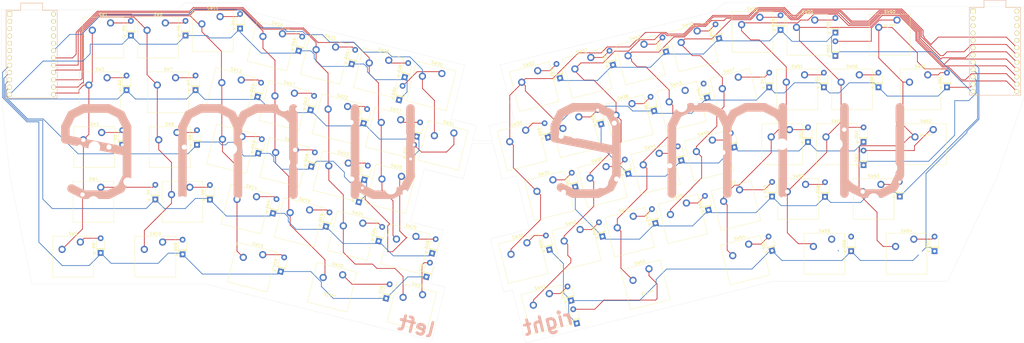
<source format=kicad_pcb>
(kicad_pcb (version 20171130) (host pcbnew "(5.1.7)-1")
  (layers (0 F.Cu signal) (31 B.Cu signal) (34 B.Paste user) (35 F.Paste user) (36 B.SilkS user hide) (37 F.SilkS user) (38 B.Mask user) (39 F.Mask user) (44 Edge.Cuts user))
  (net 0 "")
  (net 1 "Net-(D1-Pad2)")
  (net 2 "Net-(D1-Pad1)")
  (net 3 "Net-(D2-Pad2)")
  (net 4 "Net-(D12-Pad1)")
  (net 5 "Net-(D3-Pad2)")
  (net 6 "Net-(D13-Pad1)")
  (net 7 "Net-(D4-Pad2)")
  (net 8 "Net-(D14-Pad1)")
  (net 9 "Net-(D5-Pad2)")
  (net 10 "Net-(D10-Pad1)")
  (net 11 "Net-(D6-Pad2)")
  (net 12 "Net-(D7-Pad2)")
  (net 13 "Net-(D8-Pad2)")
  (net 14 "Net-(D9-Pad2)")
  (net 15 "Net-(D10-Pad2)")
  (net 16 "Net-(D11-Pad2)")
  (net 17 "Net-(D12-Pad2)")
  (net 18 "Net-(D13-Pad2)")
  (net 19 "Net-(D14-Pad2)")
  (net 20 "Net-(D15-Pad2)")
  (net 21 "Net-(D16-Pad2)")
  (net 22 "Net-(D17-Pad2)")
  (net 23 "Net-(D18-Pad2)")
  (net 24 "Net-(D19-Pad2)")
  (net 25 "Net-(D20-Pad2)")
  (net 26 "Net-(D21-Pad2)")
  (net 27 "Net-(D22-Pad2)")
  (net 28 "Net-(D23-Pad2)")
  (net 29 "Net-(D24-Pad2)")
  (net 30 "Net-(D25-Pad2)")
  (net 31 "Net-(D26-Pad2)")
  (net 32 "Net-(D27-Pad2)")
  (net 33 "Net-(D28-Pad2)")
  (net 34 "Net-(D29-Pad2)")
  (net 35 "Net-(D30-Pad2)")
  (net 36 "Net-(D31-Pad2)")
  (net 37 "Net-(D32-Pad2)")
  (net 38 "Net-(D32-Pad1)")
  (net 39 "Net-(D33-Pad2)")
  (net 40 "Net-(D33-Pad1)")
  (net 41 "Net-(D34-Pad2)")
  (net 42 "Net-(D34-Pad1)")
  (net 43 "Net-(D35-Pad2)")
  (net 44 "Net-(D35-Pad1)")
  (net 45 "Net-(D36-Pad2)")
  (net 46 "Net-(D36-Pad1)")
  (net 47 "Net-(D37-Pad2)")
  (net 48 "Net-(D38-Pad2)")
  (net 49 "Net-(D39-Pad2)")
  (net 50 "Net-(D40-Pad2)")
  (net 51 "Net-(D41-Pad2)")
  (net 52 "Net-(D42-Pad2)")
  (net 53 "Net-(D43-Pad2)")
  (net 54 "Net-(D44-Pad2)")
  (net 55 "Net-(D45-Pad2)")
  (net 56 "Net-(D46-Pad2)")
  (net 57 "Net-(D47-Pad2)")
  (net 58 "Net-(D48-Pad2)")
  (net 59 "Net-(D49-Pad2)")
  (net 60 "Net-(D50-Pad2)")
  (net 61 "Net-(D51-Pad2)")
  (net 62 "Net-(D52-Pad2)")
  (net 63 "Net-(D53-Pad2)")
  (net 64 "Net-(D54-Pad2)")
  (net 65 "Net-(D55-Pad2)")
  (net 66 "Net-(D56-Pad2)")
  (net 67 "Net-(D57-Pad2)")
  (net 68 "Net-(D58-Pad2)")
  (net 69 "Net-(D59-Pad2)")
  (net 70 "Net-(D60-Pad2)")
  (net 71 "Net-(D61-Pad2)")
  (net 72 "Net-(D62-Pad2)")
  (net 73 "Net-(D63-Pad2)")
  (net 74 "Net-(D64-Pad2)")
  (net 75 "Net-(SW1-Pad1)")
  (net 76 "Net-(SW10-Pad1)")
  (net 77 "Net-(SW11-Pad1)")
  (net 78 "Net-(SW16-Pad1)")
  (net 79 "Net-(SW21-Pad1)")
  (net 80 "Net-(SW26-Pad1)")
  (net 81 "Net-(SW30-Pad1)")
  (net 82 "Net-(SW32-Pad1)")
  (net 83 "Net-(SW37-Pad1)")
  (net 84 "Net-(SW42-Pad1)")
  (net 85 "Net-(SW46-Pad1)")
  (net 86 "Net-(SW50-Pad1)")
  (net 87 "Net-(SW55-Pad1)")
  (net 88 "Net-(SW60-Pad1)")
  (net 89 "Net-(U1-Pad24)")
  (net 90 "Net-(U1-Pad23)")
  (net 91 "Net-(U1-Pad22)")
  (net 92 "Net-(U1-Pad21)")
  (net 93 "Net-(U1-Pad20)")
  (net 94 "Net-(U1-Pad7)")
  (net 95 "Net-(U1-Pad6)")
  (net 96 "Net-(U1-Pad5)")
  (net 97 "Net-(U1-Pad4)")
  (net 98 "Net-(U1-Pad3)")
  (net 99 "Net-(U1-Pad2)")
  (net 100 "Net-(U1-Pad1)")
  (net 101 "Net-(U2-Pad24)")
  (net 102 "Net-(U2-Pad23)")
  (net 103 "Net-(U2-Pad22)")
  (net 104 "Net-(U2-Pad21)")
  (net 105 "Net-(U2-Pad20)")
  (net 106 "Net-(U2-Pad7)")
  (net 107 "Net-(U2-Pad6)")
  (net 108 "Net-(U2-Pad5)")
  (net 109 "Net-(U2-Pad4)")
  (net 110 "Net-(U2-Pad3)")
  (net 111 "Net-(U2-Pad2)")
  (net 112 "Net-(U2-Pad1)")
  (net 113 "Net-(D65-Pad2)")
  (module promicro:ProMicro (layer F.Cu) (at 381.3 109.3 270)
    (fp_text reference U2 hide)
    (fp_text value ProMicro)
    (pad 24 thru_hole circle (at -13.97 -7.62 270) (size 1.6 1.6) (drill 1.1) (layers *.Cu *.Mask F.SilkS) (net 101 "Net-(U2-Pad24)"))
    (pad 23 thru_hole circle (at -11.43 -7.62 270) (size 1.6 1.6) (drill 1.1) (layers *.Cu *.Mask F.SilkS) (net 102 "Net-(U2-Pad23)"))
    (pad 22 thru_hole circle (at -8.89 -7.62 270) (size 1.6 1.6) (drill 1.1) (layers *.Cu *.Mask F.SilkS) (net 103 "Net-(U2-Pad22)"))
    (pad 21 thru_hole circle (at -6.35 -7.62 270) (size 1.6 1.6) (drill 1.1) (layers *.Cu *.Mask F.SilkS) (net 104 "Net-(U2-Pad21)"))
    (pad 20 thru_hole circle (at -3.81 -7.62 270) (size 1.6 1.6) (drill 1.1) (layers *.Cu *.Mask F.SilkS) (net 105 "Net-(U2-Pad20)"))
    (pad 19 thru_hole circle (at -1.27 -7.62 270) (size 1.6 1.6) (drill 1.1) (layers *.Cu *.Mask F.SilkS) (net 82 "Net-(SW32-Pad1)"))
    (pad 18 thru_hole circle (at 1.27 -7.62 270) (size 1.6 1.6) (drill 1.1) (layers *.Cu *.Mask F.SilkS) (net 83 "Net-(SW37-Pad1)"))
    (pad 17 thru_hole circle (at 3.81 -7.62 270) (size 1.6 1.6) (drill 1.1) (layers *.Cu *.Mask F.SilkS) (net 84 "Net-(SW42-Pad1)"))
    (pad 16 thru_hole circle (at 6.35 -7.62 270) (size 1.6 1.6) (drill 1.1) (layers *.Cu *.Mask F.SilkS) (net 85 "Net-(SW46-Pad1)"))
    (pad 15 thru_hole circle (at 8.89 -7.62 270) (size 1.6 1.6) (drill 1.1) (layers *.Cu *.Mask F.SilkS) (net 86 "Net-(SW50-Pad1)"))
    (pad 14 thru_hole circle (at 11.43 -7.62 270) (size 1.6 1.6) (drill 1.1) (layers *.Cu *.Mask F.SilkS) (net 87 "Net-(SW55-Pad1)"))
    (pad 13 thru_hole circle (at 13.97 -7.62 270) (size 1.6 1.6) (drill 1.1) (layers *.Cu *.Mask F.SilkS) (net 88 "Net-(SW60-Pad1)"))
    (pad 12 thru_hole circle (at 13.97 7.62 270) (size 1.6 1.6) (drill 1.1) (layers *.Cu *.Mask F.SilkS) (net 38 "Net-(D32-Pad1)"))
    (pad 11 thru_hole circle (at 11.43 7.62 270) (size 1.6 1.6) (drill 1.1) (layers *.Cu *.Mask F.SilkS) (net 40 "Net-(D33-Pad1)"))
    (pad 10 thru_hole circle (at 8.89 7.62 270) (size 1.6 1.6) (drill 1.1) (layers *.Cu *.Mask F.SilkS) (net 42 "Net-(D34-Pad1)"))
    (pad 9 thru_hole circle (at 6.35 7.62 270) (size 1.6 1.6) (drill 1.1) (layers *.Cu *.Mask F.SilkS) (net 44 "Net-(D35-Pad1)"))
    (pad 8 thru_hole circle (at 3.81 7.62 270) (size 1.6 1.6) (drill 1.1) (layers *.Cu *.Mask F.SilkS) (net 46 "Net-(D36-Pad1)"))
    (pad 7 thru_hole circle (at 1.27 7.62 270) (size 1.6 1.6) (drill 1.1) (layers *.Cu *.Mask F.SilkS) (net 106 "Net-(U2-Pad7)"))
    (pad 6 thru_hole circle (at -1.27 7.62 270) (size 1.6 1.6) (drill 1.1) (layers *.Cu *.Mask F.SilkS) (net 107 "Net-(U2-Pad6)"))
    (pad 5 thru_hole circle (at -3.81 7.62 270) (size 1.6 1.6) (drill 1.1) (layers *.Cu *.Mask F.SilkS) (net 108 "Net-(U2-Pad5)"))
    (pad 4 thru_hole circle (at -6.35 7.62 270) (size 1.6 1.6) (drill 1.1) (layers *.Cu *.Mask F.SilkS) (net 109 "Net-(U2-Pad4)"))
    (pad 3 thru_hole circle (at -8.89 7.62 270) (size 1.6 1.6) (drill 1.1) (layers *.Cu *.Mask F.SilkS) (net 110 "Net-(U2-Pad3)"))
    (pad 2 thru_hole circle (at -11.43 7.62 270) (size 1.6 1.6) (drill 1.1) (layers *.Cu *.Mask F.SilkS) (net 111 "Net-(U2-Pad2)"))
    (pad 1 thru_hole rect (at -13.97 7.62 270) (size 1.6 1.6) (drill 1.1) (layers *.Cu *.Mask F.SilkS) (net 112 "Net-(U2-Pad1)"))
  )
  (module Switch_Keyboard_Cherry_MX:SW_Cherry_MX_PCB_1.50u (layer F.Cu) (at 355.4 122.55)
    (fp_text reference SW61 (at 0 -8) (layer F.SilkS))
    (fp_text value SW_SPST)
    (pad "" np_thru_hole circle (at 5.08 0) (size 1.75 1.75) (drill 1.75) (layers *.Cu *.Mask))
    (pad "" np_thru_hole circle (at -5.08 0) (size 1.75 1.75) (drill 1.75) (layers *.Cu *.Mask))
    (pad "" np_thru_hole circle (at 0 0) (size 4 4) (drill 4) (layers *.Cu *.Mask))
    (pad 2 thru_hole circle (at 2.54 -5.08) (size 2.5 2.5) (drill 1.5) (layers *.Cu B.Mask) (net 71 "Net-(D61-Pad2)"))
    (pad 1 thru_hole circle (at -3.81 -2.54) (size 2.5 2.5) (drill 1.5) (layers *.Cu B.Mask) (net 88 "Net-(SW60-Pad1)"))
  )
  (module Switch_Keyboard_Cherry_MX:SW_Cherry_MX_PCB_1.00u (layer F.Cu) (at 129.819299 107.506573 346)
    (fp_text reference SW16 (at 0 -8 166) (layer F.SilkS))
    (fp_text value SW_SPST)
    (pad "" np_thru_hole circle (at 5.08 0 346) (size 1.75 1.75) (drill 1.75) (layers *.Cu *.Mask))
    (pad "" np_thru_hole circle (at -5.08 0 346) (size 1.75 1.75) (drill 1.75) (layers *.Cu *.Mask))
    (pad "" np_thru_hole circle (at 0 0 346) (size 4 4) (drill 4) (layers *.Cu *.Mask))
    (pad 2 thru_hole circle (at 2.54 -5.08 346) (size 2.5 2.5) (drill 1.5) (layers *.Cu B.Mask) (net 21 "Net-(D16-Pad2)"))
    (pad 1 thru_hole circle (at -3.81 -2.54 346) (size 2.5 2.5) (drill 1.5) (layers *.Cu B.Mask) (net 78 "Net-(SW16-Pad1)"))
  )
  (module Switch_Keyboard_Cherry_MX:SW_Cherry_MX_PCB_1.00u (layer F.Cu) (at 71.2 104.5)
    (fp_text reference SW1 (at 0 -8) (layer F.SilkS))
    (fp_text value SW_SPST)
    (pad "" np_thru_hole circle (at 5.08 0) (size 1.75 1.75) (drill 1.75) (layers *.Cu *.Mask))
    (pad "" np_thru_hole circle (at -5.08 0) (size 1.75 1.75) (drill 1.75) (layers *.Cu *.Mask))
    (pad "" np_thru_hole circle (at 0 0) (size 4 4) (drill 4) (layers *.Cu *.Mask))
    (pad 2 thru_hole circle (at 2.54 -5.08) (size 2.5 2.5) (drill 1.5) (layers *.Cu B.Mask) (net 1 "Net-(D1-Pad2)"))
    (pad 1 thru_hole circle (at -3.81 -2.54) (size 2.5 2.5) (drill 1.5) (layers *.Cu B.Mask) (net 75 "Net-(SW1-Pad1)"))
  )
  (module Switch_Keyboard_Cherry_MX:SW_Cherry_MX_PCB_2.75u (layer F.Cu) (at 259.740227 190.465927 14)
    (fp_text reference SW65 (at 0 -8 14) (layer F.SilkS))
    (fp_text value SW_SPST)
    (pad "" np_thru_hole circle (at 5.08 0 14) (size 1.75 1.75) (drill 1.75) (layers *.Cu *.Mask))
    (pad "" np_thru_hole circle (at -5.08 0 14) (size 1.75 1.75) (drill 1.75) (layers *.Cu *.Mask))
    (pad "" np_thru_hole circle (at 0 0 14) (size 4 4) (drill 4) (layers *.Cu *.Mask))
    (pad 2 thru_hole circle (at 2.54 -5.08 14) (size 2.5 2.5) (drill 1.5) (layers *.Cu B.Mask) (net 113 "Net-(D65-Pad2)"))
    (pad 1 thru_hole circle (at -3.81 -2.54 14) (size 2.5 2.5) (drill 1.5) (layers *.Cu B.Mask) (net 84 "Net-(SW42-Pad1)"))
  )
  (module Mounting_Keyboard_Stabilizer:Stabilizer_Cherry_MX_2u (layer F.Cu) (at 259.740227 190.465927 194)
    (fp_text reference REF** (at 0 -3 14) (layer F.SilkS))
    (fp_text value Stabilizer_Cherry_MX_2u)
    (pad ~ np_thru_hole circle (at 11.938 -6.985 194) (size 3.048 3.048) (drill 3.048) (layers *.Cu *.Mask))
    (pad ~ np_thru_hole circle (at -11.938 -6.985 194) (size 3.048 3.048) (drill 3.048) (layers *.Cu *.Mask))
    (pad ~ np_thru_hole circle (at 11.938 8.255 194) (size 3.9878 3.9878) (drill 3.9878) (layers *.Cu *.Mask))
    (pad ~ np_thru_hole circle (at -11.938 8.255 194) (size 3.9878 3.9878) (drill 3.9878) (layers *.Cu *.Mask))
  )
  (module Switch_Keyboard_Cherry_MX:SW_Cherry_MX_PCB_1.50u (layer F.Cu) (at 321.97 179.7)
    (fp_text reference SW59 (at 0 -8) (layer F.SilkS))
    (fp_text value SW_SPST)
    (pad "" np_thru_hole circle (at 5.08 0) (size 1.75 1.75) (drill 1.75) (layers *.Cu *.Mask))
    (pad "" np_thru_hole circle (at -5.08 0) (size 1.75 1.75) (drill 1.75) (layers *.Cu *.Mask))
    (pad "" np_thru_hole circle (at 0 0) (size 4 4) (drill 4) (layers *.Cu *.Mask))
    (pad 2 thru_hole circle (at 2.54 -5.08) (size 2.5 2.5) (drill 1.5) (layers *.Cu B.Mask) (net 69 "Net-(D59-Pad2)"))
    (pad 1 thru_hole circle (at -3.81 -2.54) (size 2.5 2.5) (drill 1.5) (layers *.Cu B.Mask) (net 87 "Net-(SW55-Pad1)"))
  )
  (module Switch_Keyboard_Cherry_MX:SW_Cherry_MX_PCB_1.50u (layer F.Cu) (at 350.55 179.7)
    (fp_text reference SW64 (at 0 -8) (layer F.SilkS))
    (fp_text value SW_SPST)
    (pad "" np_thru_hole circle (at 5.08 0) (size 1.75 1.75) (drill 1.75) (layers *.Cu *.Mask))
    (pad "" np_thru_hole circle (at -5.08 0) (size 1.75 1.75) (drill 1.75) (layers *.Cu *.Mask))
    (pad "" np_thru_hole circle (at 0 0) (size 4 4) (drill 4) (layers *.Cu *.Mask))
    (pad 2 thru_hole circle (at 2.54 -5.08) (size 2.5 2.5) (drill 1.5) (layers *.Cu B.Mask) (net 74 "Net-(D64-Pad2)"))
    (pad 1 thru_hole circle (at -3.81 -2.54) (size 2.5 2.5) (drill 1.5) (layers *.Cu B.Mask) (net 88 "Net-(SW60-Pad1)"))
  )
  (module Mounting_Keyboard_Stabilizer:Stabilizer_Cherry_MX_2u (layer F.Cu) (at 357.3 141.6)
    (fp_text reference REF** (at 0 -3) (layer F.SilkS))
    (fp_text value Stabilizer_Cherry_MX_2u)
    (pad ~ np_thru_hole circle (at -11.938 8.255) (size 3.9878 3.9878) (drill 3.9878) (layers *.Cu *.Mask))
    (pad ~ np_thru_hole circle (at 11.938 8.255) (size 3.9878 3.9878) (drill 3.9878) (layers *.Cu *.Mask))
    (pad ~ np_thru_hole circle (at -11.938 -6.985) (size 3.048 3.048) (drill 3.048) (layers *.Cu *.Mask))
    (pad ~ np_thru_hole circle (at 11.938 -6.985) (size 3.048 3.048) (drill 3.048) (layers *.Cu *.Mask))
  )
  (module Switch_Keyboard_Cherry_MX:SW_Cherry_MX_PCB_2.25u (layer F.Cu) (at 357.3 141.6)
    (fp_text reference SW62 (at 0 -8) (layer F.SilkS))
    (fp_text value SW_SPST)
    (pad "" np_thru_hole circle (at 5.08 0) (size 1.75 1.75) (drill 1.75) (layers *.Cu *.Mask))
    (pad "" np_thru_hole circle (at -5.08 0) (size 1.75 1.75) (drill 1.75) (layers *.Cu *.Mask))
    (pad "" np_thru_hole circle (at 0 0) (size 4 4) (drill 4) (layers *.Cu *.Mask))
    (pad 2 thru_hole circle (at 2.54 -5.08) (size 2.5 2.5) (drill 1.5) (layers *.Cu B.Mask) (net 72 "Net-(D62-Pad2)"))
    (pad 1 thru_hole circle (at -3.81 -2.54) (size 2.5 2.5) (drill 1.5) (layers *.Cu B.Mask) (net 88 "Net-(SW60-Pad1)"))
  )
  (module Switch_Keyboard_Cherry_MX:SW_Cherry_MX_PCB_1.75u (layer F.Cu) (at 339.1 160.65)
    (fp_text reference SW63 (at 0 -8) (layer F.SilkS))
    (fp_text value SW_SPST)
    (pad "" np_thru_hole circle (at 5.08 0) (size 1.75 1.75) (drill 1.75) (layers *.Cu *.Mask))
    (pad "" np_thru_hole circle (at -5.08 0) (size 1.75 1.75) (drill 1.75) (layers *.Cu *.Mask))
    (pad "" np_thru_hole circle (at 0 0) (size 4 4) (drill 4) (layers *.Cu *.Mask))
    (pad 2 thru_hole circle (at 2.54 -5.08) (size 2.5 2.5) (drill 1.5) (layers *.Cu B.Mask) (net 73 "Net-(D63-Pad2)"))
    (pad 1 thru_hole circle (at -3.81 -2.54) (size 2.5 2.5) (drill 1.5) (layers *.Cu B.Mask) (net 88 "Net-(SW60-Pad1)"))
  )
  (module Switch_Keyboard_Cherry_MX:SW_Cherry_MX_PCB_1.50u (layer F.Cu) (at 89.3 180.7)
    (fp_text reference SW10 (at 0 -8) (layer F.SilkS))
    (fp_text value SW_SPST)
    (pad "" np_thru_hole circle (at 5.08 0) (size 1.75 1.75) (drill 1.75) (layers *.Cu *.Mask))
    (pad "" np_thru_hole circle (at -5.08 0) (size 1.75 1.75) (drill 1.75) (layers *.Cu *.Mask))
    (pad "" np_thru_hole circle (at 0 0) (size 4 4) (drill 4) (layers *.Cu *.Mask))
    (pad 2 thru_hole circle (at 2.54 -5.08) (size 2.5 2.5) (drill 1.5) (layers *.Cu B.Mask) (net 15 "Net-(D10-Pad2)"))
    (pad 1 thru_hole circle (at -3.81 -2.54) (size 2.5 2.5) (drill 1.5) (layers *.Cu B.Mask) (net 76 "Net-(SW10-Pad1)"))
  )
  (module Switch_Keyboard_Cherry_MX:SW_Cherry_MX_PCB_1.50u (layer F.Cu) (at 60.7 180.7)
    (fp_text reference SW5 (at 0 -8) (layer F.SilkS))
    (fp_text value SW_SPST)
    (pad "" np_thru_hole circle (at 5.08 0) (size 1.75 1.75) (drill 1.75) (layers *.Cu *.Mask))
    (pad "" np_thru_hole circle (at -5.08 0) (size 1.75 1.75) (drill 1.75) (layers *.Cu *.Mask))
    (pad "" np_thru_hole circle (at 0 0) (size 4 4) (drill 4) (layers *.Cu *.Mask))
    (pad 2 thru_hole circle (at 2.54 -5.08) (size 2.5 2.5) (drill 1.5) (layers *.Cu B.Mask) (net 9 "Net-(D5-Pad2)"))
    (pad 1 thru_hole circle (at -3.81 -2.54) (size 2.5 2.5) (drill 1.5) (layers *.Cu B.Mask) (net 75 "Net-(SW1-Pad1)"))
  )
  (module Mounting_Keyboard_Stabilizer:Stabilizer_Cherry_MX_2u (layer F.Cu) (at 344.7 103.5)
    (fp_text reference REF** (at 0 -3) (layer F.SilkS))
    (fp_text value Stabilizer_Cherry_MX_2u)
    (pad ~ np_thru_hole circle (at 11.938 -6.985) (size 3.048 3.048) (drill 3.048) (layers *.Cu *.Mask))
    (pad ~ np_thru_hole circle (at -11.938 -6.985) (size 3.048 3.048) (drill 3.048) (layers *.Cu *.Mask))
    (pad ~ np_thru_hole circle (at 11.938 8.255) (size 3.9878 3.9878) (drill 3.9878) (layers *.Cu *.Mask))
    (pad ~ np_thru_hole circle (at -11.938 8.255) (size 3.9878 3.9878) (drill 3.9878) (layers *.Cu *.Mask))
  )
  (module Switch_Keyboard_Cherry_MX:SW_Cherry_MX_PCB_2.00u (layer F.Cu) (at 344.7 103.5)
    (fp_text reference SW60 (at 0 -8) (layer F.SilkS))
    (fp_text value SW_SPST)
    (pad "" np_thru_hole circle (at 5.08 0) (size 1.75 1.75) (drill 1.75) (layers *.Cu *.Mask))
    (pad "" np_thru_hole circle (at -5.08 0) (size 1.75 1.75) (drill 1.75) (layers *.Cu *.Mask))
    (pad "" np_thru_hole circle (at 0 0) (size 4 4) (drill 4) (layers *.Cu *.Mask))
    (pad 2 thru_hole circle (at 2.54 -5.08) (size 2.5 2.5) (drill 1.5) (layers *.Cu B.Mask) (net 70 "Net-(D60-Pad2)"))
    (pad 1 thru_hole circle (at -3.81 -2.54) (size 2.5 2.5) (drill 1.5) (layers *.Cu B.Mask) (net 88 "Net-(SW60-Pad1)"))
  )
  (module Mounting_Keyboard_Stabilizer:Stabilizer_Cherry_MX_2u (layer F.Cu) (at 150.766982 191.3402 166)
    (fp_text reference REF** (at 0 -3 166) (layer F.SilkS))
    (fp_text value Stabilizer_Cherry_MX_2u)
    (pad ~ np_thru_hole circle (at 11.938 -6.985 166) (size 3.048 3.048) (drill 3.048) (layers *.Cu *.Mask))
    (pad ~ np_thru_hole circle (at -11.938 -6.985 166) (size 3.048 3.048) (drill 3.048) (layers *.Cu *.Mask))
    (pad ~ np_thru_hole circle (at 11.938 8.255 166) (size 3.9878 3.9878) (drill 3.9878) (layers *.Cu *.Mask))
    (pad ~ np_thru_hole circle (at -11.938 8.255 166) (size 3.9878 3.9878) (drill 3.9878) (layers *.Cu *.Mask))
  )
  (module Switch_Keyboard_Cherry_MX:SW_Cherry_MX_PCB_2.00u (layer F.Cu) (at 150.766982 191.3402 346)
    (fp_text reference SW20 (at 0 -8 166) (layer F.SilkS))
    (fp_text value SW_SPST)
    (pad "" np_thru_hole circle (at 5.08 0 346) (size 1.75 1.75) (drill 1.75) (layers *.Cu *.Mask))
    (pad "" np_thru_hole circle (at -5.08 0 346) (size 1.75 1.75) (drill 1.75) (layers *.Cu *.Mask))
    (pad "" np_thru_hole circle (at 0 0 346) (size 4 4) (drill 4) (layers *.Cu *.Mask))
    (pad 2 thru_hole circle (at 2.54 -5.08 346) (size 2.5 2.5) (drill 1.5) (layers *.Cu B.Mask) (net 25 "Net-(D20-Pad2)"))
    (pad 1 thru_hole circle (at -3.81 -2.54 346) (size 2.5 2.5) (drill 1.5) (layers *.Cu B.Mask) (net 78 "Net-(SW16-Pad1)"))
  )
  (module Mounting_Keyboard_Stabilizer:Stabilizer_Cherry_MX_2u (layer F.Cu) (at 67.8 161.65)
    (fp_text reference REF** (at 0 -3) (layer F.SilkS))
    (fp_text value Stabilizer_Cherry_MX_2u)
    (pad ~ np_thru_hole circle (at -11.938 8.255) (size 3.9878 3.9878) (drill 3.9878) (layers *.Cu *.Mask))
    (pad ~ np_thru_hole circle (at 11.938 8.255) (size 3.9878 3.9878) (drill 3.9878) (layers *.Cu *.Mask))
    (pad ~ np_thru_hole circle (at -11.938 -6.985) (size 3.048 3.048) (drill 3.048) (layers *.Cu *.Mask))
    (pad ~ np_thru_hole circle (at 11.938 -6.985) (size 3.048 3.048) (drill 3.048) (layers *.Cu *.Mask))
  )
  (module Switch_Keyboard_Cherry_MX:SW_Cherry_MX_PCB_2.25u (layer F.Cu) (at 67.8 161.65)
    (fp_text reference SW4 (at 0 -8) (layer F.SilkS))
    (fp_text value SW_SPST)
    (pad "" np_thru_hole circle (at 5.08 0) (size 1.75 1.75) (drill 1.75) (layers *.Cu *.Mask))
    (pad "" np_thru_hole circle (at -5.08 0) (size 1.75 1.75) (drill 1.75) (layers *.Cu *.Mask))
    (pad "" np_thru_hole circle (at 0 0) (size 4 4) (drill 4) (layers *.Cu *.Mask))
    (pad 2 thru_hole circle (at 2.54 -5.08) (size 2.5 2.5) (drill 1.5) (layers *.Cu B.Mask) (net 7 "Net-(D4-Pad2)"))
    (pad 1 thru_hole circle (at -3.81 -2.54) (size 2.5 2.5) (drill 1.5) (layers *.Cu B.Mask) (net 75 "Net-(SW1-Pad1)"))
  )
  (module Switch_Keyboard_Cherry_MX:SW_Cherry_MX_PCB_1.75u (layer F.Cu) (at 68.1 142.6)
    (fp_text reference SW3 (at 0 -8) (layer F.SilkS))
    (fp_text value SW_SPST)
    (pad "" np_thru_hole circle (at 5.08 0) (size 1.75 1.75) (drill 1.75) (layers *.Cu *.Mask))
    (pad "" np_thru_hole circle (at -5.08 0) (size 1.75 1.75) (drill 1.75) (layers *.Cu *.Mask))
    (pad "" np_thru_hole circle (at 0 0) (size 4 4) (drill 4) (layers *.Cu *.Mask))
    (pad 2 thru_hole circle (at 2.54 -5.08) (size 2.5 2.5) (drill 1.5) (layers *.Cu B.Mask) (net 5 "Net-(D3-Pad2)"))
    (pad 1 thru_hole circle (at -3.81 -2.54) (size 2.5 2.5) (drill 1.5) (layers *.Cu B.Mask) (net 75 "Net-(SW1-Pad1)"))
  )
  (module Switch_Keyboard_Cherry_MX:SW_Cherry_MX_PCB_1.50u (layer F.Cu) (at 70 123.55)
    (fp_text reference SW2 (at 0 -8) (layer F.SilkS))
    (fp_text value SW_SPST)
    (pad "" np_thru_hole circle (at 5.08 0) (size 1.75 1.75) (drill 1.75) (layers *.Cu *.Mask))
    (pad "" np_thru_hole circle (at -5.08 0) (size 1.75 1.75) (drill 1.75) (layers *.Cu *.Mask))
    (pad "" np_thru_hole circle (at 0 0) (size 4 4) (drill 4) (layers *.Cu *.Mask))
    (pad 2 thru_hole circle (at 2.54 -5.08) (size 2.5 2.5) (drill 1.5) (layers *.Cu B.Mask) (net 3 "Net-(D2-Pad2)"))
    (pad 1 thru_hole circle (at -3.81 -2.54) (size 2.5 2.5) (drill 1.5) (layers *.Cu B.Mask) (net 75 "Net-(SW1-Pad1)"))
  )
  (module Switch_Keyboard_Cherry_MX:SW_Cherry_MX_PCB_1.00u (layer F.Cu) (at 90.25 104.5)
    (fp_text reference SW6 (at 0 -8) (layer F.SilkS))
    (fp_text value SW_SPST)
    (pad "" np_thru_hole circle (at 5.08 0) (size 1.75 1.75) (drill 1.75) (layers *.Cu *.Mask))
    (pad "" np_thru_hole circle (at -5.08 0) (size 1.75 1.75) (drill 1.75) (layers *.Cu *.Mask))
    (pad "" np_thru_hole circle (at 0 0) (size 4 4) (drill 4) (layers *.Cu *.Mask))
    (pad 2 thru_hole circle (at 2.54 -5.08) (size 2.5 2.5) (drill 1.5) (layers *.Cu B.Mask) (net 11 "Net-(D6-Pad2)"))
    (pad 1 thru_hole circle (at -3.81 -2.54) (size 2.5 2.5) (drill 1.5) (layers *.Cu B.Mask) (net 76 "Net-(SW10-Pad1)"))
  )
  (module Switch_Keyboard_Cherry_MX:SW_Cherry_MX_PCB_1.00u (layer F.Cu) (at 93.8 123.55)
    (fp_text reference SW7 (at 0 -8) (layer F.SilkS))
    (fp_text value SW_SPST)
    (pad "" np_thru_hole circle (at 5.08 0) (size 1.75 1.75) (drill 1.75) (layers *.Cu *.Mask))
    (pad "" np_thru_hole circle (at -5.08 0) (size 1.75 1.75) (drill 1.75) (layers *.Cu *.Mask))
    (pad "" np_thru_hole circle (at 0 0) (size 4 4) (drill 4) (layers *.Cu *.Mask))
    (pad 2 thru_hole circle (at 2.54 -5.08) (size 2.5 2.5) (drill 1.5) (layers *.Cu B.Mask) (net 12 "Net-(D7-Pad2)"))
    (pad 1 thru_hole circle (at -3.81 -2.54) (size 2.5 2.5) (drill 1.5) (layers *.Cu B.Mask) (net 76 "Net-(SW10-Pad1)"))
  )
  (module Switch_Keyboard_Cherry_MX:SW_Cherry_MX_PCB_1.00u (layer F.Cu) (at 94.3 142.6)
    (fp_text reference SW8 (at 0 -8) (layer F.SilkS))
    (fp_text value SW_SPST)
    (pad "" np_thru_hole circle (at 5.08 0) (size 1.75 1.75) (drill 1.75) (layers *.Cu *.Mask))
    (pad "" np_thru_hole circle (at -5.08 0) (size 1.75 1.75) (drill 1.75) (layers *.Cu *.Mask))
    (pad "" np_thru_hole circle (at 0 0) (size 4 4) (drill 4) (layers *.Cu *.Mask))
    (pad 2 thru_hole circle (at 2.54 -5.08) (size 2.5 2.5) (drill 1.5) (layers *.Cu B.Mask) (net 13 "Net-(D8-Pad2)"))
    (pad 1 thru_hole circle (at -3.81 -2.54) (size 2.5 2.5) (drill 1.5) (layers *.Cu B.Mask) (net 76 "Net-(SW10-Pad1)"))
  )
  (module Switch_Keyboard_Cherry_MX:SW_Cherry_MX_PCB_1.00u (layer F.Cu) (at 98.75 161.65)
    (fp_text reference SW9 (at 0 -8) (layer F.SilkS))
    (fp_text value SW_SPST)
    (pad "" np_thru_hole circle (at 5.08 0) (size 1.75 1.75) (drill 1.75) (layers *.Cu *.Mask))
    (pad "" np_thru_hole circle (at -5.08 0) (size 1.75 1.75) (drill 1.75) (layers *.Cu *.Mask))
    (pad "" np_thru_hole circle (at 0 0) (size 4 4) (drill 4) (layers *.Cu *.Mask))
    (pad 2 thru_hole circle (at 2.54 -5.08) (size 2.5 2.5) (drill 1.5) (layers *.Cu B.Mask) (net 14 "Net-(D9-Pad2)"))
    (pad 1 thru_hole circle (at -3.81 -2.54) (size 2.5 2.5) (drill 1.5) (layers *.Cu B.Mask) (net 76 "Net-(SW10-Pad1)"))
  )
  (module Switch_Keyboard_Cherry_MX:SW_Cherry_MX_PCB_1.00u (layer F.Cu) (at 109.3 102.3)
    (fp_text reference SW11 (at 0 -8) (layer F.SilkS))
    (fp_text value SW_SPST)
    (pad "" np_thru_hole circle (at 5.08 0) (size 1.75 1.75) (drill 1.75) (layers *.Cu *.Mask))
    (pad "" np_thru_hole circle (at -5.08 0) (size 1.75 1.75) (drill 1.75) (layers *.Cu *.Mask))
    (pad "" np_thru_hole circle (at 0 0) (size 4 4) (drill 4) (layers *.Cu *.Mask))
    (pad 2 thru_hole circle (at 2.54 -5.08) (size 2.5 2.5) (drill 1.5) (layers *.Cu B.Mask) (net 16 "Net-(D11-Pad2)"))
    (pad 1 thru_hole circle (at -3.81 -2.54) (size 2.5 2.5) (drill 1.5) (layers *.Cu B.Mask) (net 77 "Net-(SW11-Pad1)"))
  )
  (module Switch_Keyboard_Cherry_MX:SW_Cherry_MX_PCB_1.00u (layer F.Cu) (at 115.50773 123.571488 346)
    (fp_text reference SW12 (at 0 -8 166) (layer F.SilkS))
    (fp_text value SW_SPST)
    (pad "" np_thru_hole circle (at 5.08 0 346) (size 1.75 1.75) (drill 1.75) (layers *.Cu *.Mask))
    (pad "" np_thru_hole circle (at -5.08 0 346) (size 1.75 1.75) (drill 1.75) (layers *.Cu *.Mask))
    (pad "" np_thru_hole circle (at 0 0 346) (size 4 4) (drill 4) (layers *.Cu *.Mask))
    (pad 2 thru_hole circle (at 2.54 -5.08 346) (size 2.5 2.5) (drill 1.5) (layers *.Cu B.Mask) (net 17 "Net-(D12-Pad2)"))
    (pad 1 thru_hole circle (at -3.81 -2.54 346) (size 2.5 2.5) (drill 1.5) (layers *.Cu B.Mask) (net 77 "Net-(SW11-Pad1)"))
  )
  (module Switch_Keyboard_Cherry_MX:SW_Cherry_MX_PCB_1.00u (layer F.Cu) (at 115.750596 143.265231 346)
    (fp_text reference SW13 (at 0 -8 166) (layer F.SilkS))
    (fp_text value SW_SPST)
    (pad "" np_thru_hole circle (at 5.08 0 346) (size 1.75 1.75) (drill 1.75) (layers *.Cu *.Mask))
    (pad "" np_thru_hole circle (at -5.08 0 346) (size 1.75 1.75) (drill 1.75) (layers *.Cu *.Mask))
    (pad "" np_thru_hole circle (at 0 0 346) (size 4 4) (drill 4) (layers *.Cu *.Mask))
    (pad 2 thru_hole circle (at 2.54 -5.08 346) (size 2.5 2.5) (drill 1.5) (layers *.Cu B.Mask) (net 18 "Net-(D13-Pad2)"))
    (pad 1 thru_hole circle (at -3.81 -2.54 346) (size 2.5 2.5) (drill 1.5) (layers *.Cu B.Mask) (net 77 "Net-(SW11-Pad1)"))
  )
  (module Switch_Keyboard_Cherry_MX:SW_Cherry_MX_PCB_1.00u (layer F.Cu) (at 120.796427 164.156487 346)
    (fp_text reference SW14 (at 0 -8 166) (layer F.SilkS))
    (fp_text value SW_SPST)
    (pad "" np_thru_hole circle (at 5.08 0 346) (size 1.75 1.75) (drill 1.75) (layers *.Cu *.Mask))
    (pad "" np_thru_hole circle (at -5.08 0 346) (size 1.75 1.75) (drill 1.75) (layers *.Cu *.Mask))
    (pad "" np_thru_hole circle (at 0 0 346) (size 4 4) (drill 4) (layers *.Cu *.Mask))
    (pad 2 thru_hole circle (at 2.54 -5.08 346) (size 2.5 2.5) (drill 1.5) (layers *.Cu B.Mask) (net 19 "Net-(D14-Pad2)"))
    (pad 1 thru_hole circle (at -3.81 -2.54 346) (size 2.5 2.5) (drill 1.5) (layers *.Cu B.Mask) (net 77 "Net-(SW11-Pad1)"))
  )
  (module Switch_Keyboard_Cherry_MX:SW_Cherry_MX_PCB_1.00u (layer F.Cu) (at 122.979885 184.334074 346)
    (fp_text reference SW15 (at 0 -8 166) (layer F.SilkS))
    (fp_text value SW_SPST)
    (pad "" np_thru_hole circle (at 5.08 0 346) (size 1.75 1.75) (drill 1.75) (layers *.Cu *.Mask))
    (pad "" np_thru_hole circle (at -5.08 0 346) (size 1.75 1.75) (drill 1.75) (layers *.Cu *.Mask))
    (pad "" np_thru_hole circle (at 0 0 346) (size 4 4) (drill 4) (layers *.Cu *.Mask))
    (pad 2 thru_hole circle (at 2.54 -5.08 346) (size 2.5 2.5) (drill 1.5) (layers *.Cu B.Mask) (net 20 "Net-(D15-Pad2)"))
    (pad 1 thru_hole circle (at -3.81 -2.54 346) (size 2.5 2.5) (drill 1.5) (layers *.Cu B.Mask) (net 77 "Net-(SW11-Pad1)"))
  )
  (module Switch_Keyboard_Cherry_MX:SW_Cherry_MX_PCB_1.00u (layer F.Cu) (at 133.991863 128.1801 346)
    (fp_text reference SW17 (at 0 -8 166) (layer F.SilkS))
    (fp_text value SW_SPST)
    (pad "" np_thru_hole circle (at 5.08 0 346) (size 1.75 1.75) (drill 1.75) (layers *.Cu *.Mask))
    (pad "" np_thru_hole circle (at -5.08 0 346) (size 1.75 1.75) (drill 1.75) (layers *.Cu *.Mask))
    (pad "" np_thru_hole circle (at 0 0 346) (size 4 4) (drill 4) (layers *.Cu *.Mask))
    (pad 2 thru_hole circle (at 2.54 -5.08 346) (size 2.5 2.5) (drill 1.5) (layers *.Cu B.Mask) (net 22 "Net-(D17-Pad2)"))
    (pad 1 thru_hole circle (at -3.81 -2.54 346) (size 2.5 2.5) (drill 1.5) (layers *.Cu B.Mask) (net 78 "Net-(SW16-Pad1)"))
  )
  (module Switch_Keyboard_Cherry_MX:SW_Cherry_MX_PCB_1.00u (layer F.Cu) (at 134.23473 147.873843 346)
    (fp_text reference SW18 (at 0 -8 166) (layer F.SilkS))
    (fp_text value SW_SPST)
    (pad "" np_thru_hole circle (at 5.08 0 346) (size 1.75 1.75) (drill 1.75) (layers *.Cu *.Mask))
    (pad "" np_thru_hole circle (at -5.08 0 346) (size 1.75 1.75) (drill 1.75) (layers *.Cu *.Mask))
    (pad "" np_thru_hole circle (at 0 0 346) (size 4 4) (drill 4) (layers *.Cu *.Mask))
    (pad 2 thru_hole circle (at 2.54 -5.08 346) (size 2.5 2.5) (drill 1.5) (layers *.Cu B.Mask) (net 23 "Net-(D18-Pad2)"))
    (pad 1 thru_hole circle (at -3.81 -2.54 346) (size 2.5 2.5) (drill 1.5) (layers *.Cu B.Mask) (net 78 "Net-(SW16-Pad1)"))
  )
  (module Switch_Keyboard_Cherry_MX:SW_Cherry_MX_PCB_1.00u (layer F.Cu) (at 139.28056 168.765099 346)
    (fp_text reference SW19 (at 0 -8 166) (layer F.SilkS))
    (fp_text value SW_SPST)
    (pad "" np_thru_hole circle (at 5.08 0 346) (size 1.75 1.75) (drill 1.75) (layers *.Cu *.Mask))
    (pad "" np_thru_hole circle (at -5.08 0 346) (size 1.75 1.75) (drill 1.75) (layers *.Cu *.Mask))
    (pad "" np_thru_hole circle (at 0 0 346) (size 4 4) (drill 4) (layers *.Cu *.Mask))
    (pad 2 thru_hole circle (at 2.54 -5.08 346) (size 2.5 2.5) (drill 1.5) (layers *.Cu B.Mask) (net 24 "Net-(D19-Pad2)"))
    (pad 1 thru_hole circle (at -3.81 -2.54 346) (size 2.5 2.5) (drill 1.5) (layers *.Cu B.Mask) (net 78 "Net-(SW16-Pad1)"))
  )
  (module Switch_Keyboard_Cherry_MX:SW_Cherry_MX_PCB_1.00u (layer F.Cu) (at 148.303433 112.115185 346)
    (fp_text reference SW21 (at 0 -8 166) (layer F.SilkS))
    (fp_text value SW_SPST)
    (pad "" np_thru_hole circle (at 5.08 0 346) (size 1.75 1.75) (drill 1.75) (layers *.Cu *.Mask))
    (pad "" np_thru_hole circle (at -5.08 0 346) (size 1.75 1.75) (drill 1.75) (layers *.Cu *.Mask))
    (pad "" np_thru_hole circle (at 0 0 346) (size 4 4) (drill 4) (layers *.Cu *.Mask))
    (pad 2 thru_hole circle (at 2.54 -5.08 346) (size 2.5 2.5) (drill 1.5) (layers *.Cu B.Mask) (net 26 "Net-(D21-Pad2)"))
    (pad 1 thru_hole circle (at -3.81 -2.54 346) (size 2.5 2.5) (drill 1.5) (layers *.Cu B.Mask) (net 79 "Net-(SW21-Pad1)"))
  )
  (module Switch_Keyboard_Cherry_MX:SW_Cherry_MX_PCB_1.00u (layer F.Cu) (at 152.475997 132.788712 346)
    (fp_text reference SW22 (at 0 -8 166) (layer F.SilkS))
    (fp_text value SW_SPST)
    (pad "" np_thru_hole circle (at 5.08 0 346) (size 1.75 1.75) (drill 1.75) (layers *.Cu *.Mask))
    (pad "" np_thru_hole circle (at -5.08 0 346) (size 1.75 1.75) (drill 1.75) (layers *.Cu *.Mask))
    (pad "" np_thru_hole circle (at 0 0 346) (size 4 4) (drill 4) (layers *.Cu *.Mask))
    (pad 2 thru_hole circle (at 2.54 -5.08 346) (size 2.5 2.5) (drill 1.5) (layers *.Cu B.Mask) (net 27 "Net-(D22-Pad2)"))
    (pad 1 thru_hole circle (at -3.81 -2.54 346) (size 2.5 2.5) (drill 1.5) (layers *.Cu B.Mask) (net 79 "Net-(SW21-Pad1)"))
  )
  (module Switch_Keyboard_Cherry_MX:SW_Cherry_MX_PCB_1.00u (layer F.Cu) (at 152.718864 152.482455 346)
    (fp_text reference SW23 (at 0 -8 166) (layer F.SilkS))
    (fp_text value SW_SPST)
    (pad "" np_thru_hole circle (at 5.08 0 346) (size 1.75 1.75) (drill 1.75) (layers *.Cu *.Mask))
    (pad "" np_thru_hole circle (at -5.08 0 346) (size 1.75 1.75) (drill 1.75) (layers *.Cu *.Mask))
    (pad "" np_thru_hole circle (at 0 0 346) (size 4 4) (drill 4) (layers *.Cu *.Mask))
    (pad 2 thru_hole circle (at 2.54 -5.08 346) (size 2.5 2.5) (drill 1.5) (layers *.Cu B.Mask) (net 28 "Net-(D23-Pad2)"))
    (pad 1 thru_hole circle (at -3.81 -2.54 346) (size 2.5 2.5) (drill 1.5) (layers *.Cu B.Mask) (net 79 "Net-(SW21-Pad1)"))
  )
  (module Switch_Keyboard_Cherry_MX:SW_Cherry_MX_PCB_1.00u (layer F.Cu) (at 157.764694 173.373711 346)
    (fp_text reference SW24 (at 0 -8 166) (layer F.SilkS))
    (fp_text value SW_SPST)
    (pad "" np_thru_hole circle (at 5.08 0 346) (size 1.75 1.75) (drill 1.75) (layers *.Cu *.Mask))
    (pad "" np_thru_hole circle (at -5.08 0 346) (size 1.75 1.75) (drill 1.75) (layers *.Cu *.Mask))
    (pad "" np_thru_hole circle (at 0 0 346) (size 4 4) (drill 4) (layers *.Cu *.Mask))
    (pad 2 thru_hole circle (at 2.54 -5.08 346) (size 2.5 2.5) (drill 1.5) (layers *.Cu B.Mask) (net 29 "Net-(D24-Pad2)"))
    (pad 1 thru_hole circle (at -3.81 -2.54 346) (size 2.5 2.5) (drill 1.5) (layers *.Cu B.Mask) (net 79 "Net-(SW21-Pad1)"))
  )
  (module Switch_Keyboard_Cherry_MX:SW_Cherry_MX_PCB_1.00u (layer F.Cu) (at 178.55408 198.246325 346)
    (fp_text reference SW25 (at 0 -8 166) (layer F.SilkS))
    (fp_text value SW_SPST)
    (pad "" np_thru_hole circle (at 5.08 0 346) (size 1.75 1.75) (drill 1.75) (layers *.Cu *.Mask))
    (pad "" np_thru_hole circle (at -5.08 0 346) (size 1.75 1.75) (drill 1.75) (layers *.Cu *.Mask))
    (pad "" np_thru_hole circle (at 0 0 346) (size 4 4) (drill 4) (layers *.Cu *.Mask))
    (pad 2 thru_hole circle (at 2.54 -5.08 346) (size 2.5 2.5) (drill 1.5) (layers *.Cu B.Mask) (net 30 "Net-(D25-Pad2)"))
    (pad 1 thru_hole circle (at -3.81 -2.54 346) (size 2.5 2.5) (drill 1.5) (layers *.Cu B.Mask) (net 79 "Net-(SW21-Pad1)"))
  )
  (module Switch_Keyboard_Cherry_MX:SW_Cherry_MX_PCB_1.00u (layer F.Cu) (at 166.787566 116.723797 346)
    (fp_text reference SW26 (at 0 -8 166) (layer F.SilkS))
    (fp_text value SW_SPST)
    (pad "" np_thru_hole circle (at 5.08 0 346) (size 1.75 1.75) (drill 1.75) (layers *.Cu *.Mask))
    (pad "" np_thru_hole circle (at -5.08 0 346) (size 1.75 1.75) (drill 1.75) (layers *.Cu *.Mask))
    (pad "" np_thru_hole circle (at 0 0 346) (size 4 4) (drill 4) (layers *.Cu *.Mask))
    (pad 2 thru_hole circle (at 2.54 -5.08 346) (size 2.5 2.5) (drill 1.5) (layers *.Cu B.Mask) (net 31 "Net-(D26-Pad2)"))
    (pad 1 thru_hole circle (at -3.81 -2.54 346) (size 2.5 2.5) (drill 1.5) (layers *.Cu B.Mask) (net 80 "Net-(SW26-Pad1)"))
  )
  (module Switch_Keyboard_Cherry_MX:SW_Cherry_MX_PCB_1.00u (layer F.Cu) (at 170.960131 137.397324 346)
    (fp_text reference SW27 (at 0 -8 166) (layer F.SilkS))
    (fp_text value SW_SPST)
    (pad "" np_thru_hole circle (at 5.08 0 346) (size 1.75 1.75) (drill 1.75) (layers *.Cu *.Mask))
    (pad "" np_thru_hole circle (at -5.08 0 346) (size 1.75 1.75) (drill 1.75) (layers *.Cu *.Mask))
    (pad "" np_thru_hole circle (at 0 0 346) (size 4 4) (drill 4) (layers *.Cu *.Mask))
    (pad 2 thru_hole circle (at 2.54 -5.08 346) (size 2.5 2.5) (drill 1.5) (layers *.Cu B.Mask) (net 32 "Net-(D27-Pad2)"))
    (pad 1 thru_hole circle (at -3.81 -2.54 346) (size 2.5 2.5) (drill 1.5) (layers *.Cu B.Mask) (net 80 "Net-(SW26-Pad1)"))
  )
  (module Switch_Keyboard_Cherry_MX:SW_Cherry_MX_PCB_1.00u (layer F.Cu) (at 171.202997 157.091067 346)
    (fp_text reference SW28 (at 0 -8 166) (layer F.SilkS))
    (fp_text value SW_SPST)
    (pad "" np_thru_hole circle (at 5.08 0 346) (size 1.75 1.75) (drill 1.75) (layers *.Cu *.Mask))
    (pad "" np_thru_hole circle (at -5.08 0 346) (size 1.75 1.75) (drill 1.75) (layers *.Cu *.Mask))
    (pad "" np_thru_hole circle (at 0 0 346) (size 4 4) (drill 4) (layers *.Cu *.Mask))
    (pad 2 thru_hole circle (at 2.54 -5.08 346) (size 2.5 2.5) (drill 1.5) (layers *.Cu B.Mask) (net 33 "Net-(D28-Pad2)"))
    (pad 1 thru_hole circle (at -3.81 -2.54 346) (size 2.5 2.5) (drill 1.5) (layers *.Cu B.Mask) (net 80 "Net-(SW26-Pad1)"))
  )
  (module Switch_Keyboard_Cherry_MX:SW_Cherry_MX_PCB_1.00u (layer F.Cu) (at 176.248828 177.982324 346)
    (fp_text reference SW29 (at 0 -8 166) (layer F.SilkS))
    (fp_text value SW_SPST)
    (pad "" np_thru_hole circle (at 5.08 0 346) (size 1.75 1.75) (drill 1.75) (layers *.Cu *.Mask))
    (pad "" np_thru_hole circle (at -5.08 0 346) (size 1.75 1.75) (drill 1.75) (layers *.Cu *.Mask))
    (pad "" np_thru_hole circle (at 0 0 346) (size 4 4) (drill 4) (layers *.Cu *.Mask))
    (pad 2 thru_hole circle (at 2.54 -5.08 346) (size 2.5 2.5) (drill 1.5) (layers *.Cu B.Mask) (net 34 "Net-(D29-Pad2)"))
    (pad 1 thru_hole circle (at -3.81 -2.54 346) (size 2.5 2.5) (drill 1.5) (layers *.Cu B.Mask) (net 80 "Net-(SW26-Pad1)"))
  )
  (module Switch_Keyboard_Cherry_MX:SW_Cherry_MX_PCB_1.00u (layer F.Cu) (at 185.2717 121.332409 346)
    (fp_text reference SW30 (at 0 -8 166) (layer F.SilkS))
    (fp_text value SW_SPST)
    (pad "" np_thru_hole circle (at 5.08 0 346) (size 1.75 1.75) (drill 1.75) (layers *.Cu *.Mask))
    (pad "" np_thru_hole circle (at -5.08 0 346) (size 1.75 1.75) (drill 1.75) (layers *.Cu *.Mask))
    (pad "" np_thru_hole circle (at 0 0 346) (size 4 4) (drill 4) (layers *.Cu *.Mask))
    (pad 2 thru_hole circle (at 2.54 -5.08 346) (size 2.5 2.5) (drill 1.5) (layers *.Cu B.Mask) (net 35 "Net-(D30-Pad2)"))
    (pad 1 thru_hole circle (at -3.81 -2.54 346) (size 2.5 2.5) (drill 1.5) (layers *.Cu B.Mask) (net 81 "Net-(SW30-Pad1)"))
  )
  (module Switch_Keyboard_Cherry_MX:SW_Cherry_MX_PCB_1.00u (layer F.Cu) (at 189.444264 142.005936 346)
    (fp_text reference SW31 (at 0 -8 166) (layer F.SilkS))
    (fp_text value SW_SPST)
    (pad "" np_thru_hole circle (at 5.08 0 346) (size 1.75 1.75) (drill 1.75) (layers *.Cu *.Mask))
    (pad "" np_thru_hole circle (at -5.08 0 346) (size 1.75 1.75) (drill 1.75) (layers *.Cu *.Mask))
    (pad "" np_thru_hole circle (at 0 0 346) (size 4 4) (drill 4) (layers *.Cu *.Mask))
    (pad 2 thru_hole circle (at 2.54 -5.08 346) (size 2.5 2.5) (drill 1.5) (layers *.Cu B.Mask) (net 36 "Net-(D31-Pad2)"))
    (pad 1 thru_hole circle (at -3.81 -2.54 346) (size 2.5 2.5) (drill 1.5) (layers *.Cu B.Mask) (net 81 "Net-(SW30-Pad1)"))
  )
  (module Switch_Keyboard_Cherry_MX:SW_Cherry_MX_PCB_1.00u (layer F.Cu) (at 221.047482 121.581415 14)
    (fp_text reference SW32 (at 0 -8 14) (layer F.SilkS))
    (fp_text value SW_SPST)
    (pad "" np_thru_hole circle (at 5.08 0 14) (size 1.75 1.75) (drill 1.75) (layers *.Cu *.Mask))
    (pad "" np_thru_hole circle (at -5.08 0 14) (size 1.75 1.75) (drill 1.75) (layers *.Cu *.Mask))
    (pad "" np_thru_hole circle (at 0 0 14) (size 4 4) (drill 4) (layers *.Cu *.Mask))
    (pad 2 thru_hole circle (at 2.54 -5.08 14) (size 2.5 2.5) (drill 1.5) (layers *.Cu B.Mask) (net 37 "Net-(D32-Pad2)"))
    (pad 1 thru_hole circle (at -3.81 -2.54 14) (size 2.5 2.5) (drill 1.5) (layers *.Cu B.Mask) (net 82 "Net-(SW32-Pad1)"))
  )
  (module Switch_Keyboard_Cherry_MX:SW_Cherry_MX_PCB_1.00u (layer F.Cu) (at 216.874918 142.254942 14)
    (fp_text reference SW33 (at 0 -8 14) (layer F.SilkS))
    (fp_text value SW_SPST)
    (pad "" np_thru_hole circle (at 5.08 0 14) (size 1.75 1.75) (drill 1.75) (layers *.Cu *.Mask))
    (pad "" np_thru_hole circle (at -5.08 0 14) (size 1.75 1.75) (drill 1.75) (layers *.Cu *.Mask))
    (pad "" np_thru_hole circle (at 0 0 14) (size 4 4) (drill 4) (layers *.Cu *.Mask))
    (pad 2 thru_hole circle (at 2.54 -5.08 14) (size 2.5 2.5) (drill 1.5) (layers *.Cu B.Mask) (net 39 "Net-(D33-Pad2)"))
    (pad 1 thru_hole circle (at -3.81 -2.54 14) (size 2.5 2.5) (drill 1.5) (layers *.Cu B.Mask) (net 82 "Net-(SW32-Pad1)"))
  )
  (module Switch_Keyboard_Cherry_MX:SW_Cherry_MX_PCB_1.00u (layer F.Cu) (at 235.359051 137.64633 14)
    (fp_text reference SW34 (at 0 -8 14) (layer F.SilkS))
    (fp_text value SW_SPST)
    (pad "" np_thru_hole circle (at 5.08 0 14) (size 1.75 1.75) (drill 1.75) (layers *.Cu *.Mask))
    (pad "" np_thru_hole circle (at -5.08 0 14) (size 1.75 1.75) (drill 1.75) (layers *.Cu *.Mask))
    (pad "" np_thru_hole circle (at 0 0 14) (size 4 4) (drill 4) (layers *.Cu *.Mask))
    (pad 2 thru_hole circle (at 2.54 -5.08 14) (size 2.5 2.5) (drill 1.5) (layers *.Cu B.Mask) (net 41 "Net-(D34-Pad2)"))
    (pad 1 thru_hole circle (at -3.81 -2.54 14) (size 2.5 2.5) (drill 1.5) (layers *.Cu B.Mask) (net 82 "Net-(SW32-Pad1)"))
  )
  (module Switch_Keyboard_Cherry_MX:SW_Cherry_MX_PCB_1.00u (layer F.Cu) (at 226.335008 159.529466 14)
    (fp_text reference SW35 (at 0 -8 14) (layer F.SilkS))
    (fp_text value SW_SPST)
    (pad "" np_thru_hole circle (at 5.08 0 14) (size 1.75 1.75) (drill 1.75) (layers *.Cu *.Mask))
    (pad "" np_thru_hole circle (at -5.08 0 14) (size 1.75 1.75) (drill 1.75) (layers *.Cu *.Mask))
    (pad "" np_thru_hole circle (at 0 0 14) (size 4 4) (drill 4) (layers *.Cu *.Mask))
    (pad 2 thru_hole circle (at 2.54 -5.08 14) (size 2.5 2.5) (drill 1.5) (layers *.Cu B.Mask) (net 43 "Net-(D35-Pad2)"))
    (pad 1 thru_hole circle (at -3.81 -2.54 14) (size 2.5 2.5) (drill 1.5) (layers *.Cu B.Mask) (net 82 "Net-(SW32-Pad1)"))
  )
  (module Switch_Keyboard_Cherry_MX:SW_Cherry_MX_PCB_1.00u (layer F.Cu) (at 217.310965 181.412602 14)
    (fp_text reference SW36 (at 0 -8 14) (layer F.SilkS))
    (fp_text value SW_SPST)
    (pad "" np_thru_hole circle (at 5.08 0 14) (size 1.75 1.75) (drill 1.75) (layers *.Cu *.Mask))
    (pad "" np_thru_hole circle (at -5.08 0 14) (size 1.75 1.75) (drill 1.75) (layers *.Cu *.Mask))
    (pad "" np_thru_hole circle (at 0 0 14) (size 4 4) (drill 4) (layers *.Cu *.Mask))
    (pad 2 thru_hole circle (at 2.54 -5.08 14) (size 2.5 2.5) (drill 1.5) (layers *.Cu B.Mask) (net 45 "Net-(D36-Pad2)"))
    (pad 1 thru_hole circle (at -3.81 -2.54 14) (size 2.5 2.5) (drill 1.5) (layers *.Cu B.Mask) (net 82 "Net-(SW32-Pad1)"))
  )
  (module Switch_Keyboard_Cherry_MX:SW_Cherry_MX_PCB_1.00u (layer F.Cu) (at 239.531615 116.972803 14)
    (fp_text reference SW37 (at 0 -8 14) (layer F.SilkS))
    (fp_text value SW_SPST)
    (pad "" np_thru_hole circle (at 5.08 0 14) (size 1.75 1.75) (drill 1.75) (layers *.Cu *.Mask))
    (pad "" np_thru_hole circle (at -5.08 0 14) (size 1.75 1.75) (drill 1.75) (layers *.Cu *.Mask))
    (pad "" np_thru_hole circle (at 0 0 14) (size 4 4) (drill 4) (layers *.Cu *.Mask))
    (pad 2 thru_hole circle (at 2.54 -5.08 14) (size 2.5 2.5) (drill 1.5) (layers *.Cu B.Mask) (net 47 "Net-(D37-Pad2)"))
    (pad 1 thru_hole circle (at -3.81 -2.54 14) (size 2.5 2.5) (drill 1.5) (layers *.Cu B.Mask) (net 83 "Net-(SW37-Pad1)"))
  )
  (module Switch_Keyboard_Cherry_MX:SW_Cherry_MX_PCB_1.00u (layer F.Cu) (at 253.843185 133.037717 14)
    (fp_text reference SW38 (at 0 -8 14) (layer F.SilkS))
    (fp_text value SW_SPST)
    (pad "" np_thru_hole circle (at 5.08 0 14) (size 1.75 1.75) (drill 1.75) (layers *.Cu *.Mask))
    (pad "" np_thru_hole circle (at -5.08 0 14) (size 1.75 1.75) (drill 1.75) (layers *.Cu *.Mask))
    (pad "" np_thru_hole circle (at 0 0 14) (size 4 4) (drill 4) (layers *.Cu *.Mask))
    (pad 2 thru_hole circle (at 2.54 -5.08 14) (size 2.5 2.5) (drill 1.5) (layers *.Cu B.Mask) (net 48 "Net-(D38-Pad2)"))
    (pad 1 thru_hole circle (at -3.81 -2.54 14) (size 2.5 2.5) (drill 1.5) (layers *.Cu B.Mask) (net 83 "Net-(SW37-Pad1)"))
  )
  (module Switch_Keyboard_Cherry_MX:SW_Cherry_MX_PCB_1.00u (layer F.Cu) (at 244.819142 154.920854 14)
    (fp_text reference SW39 (at 0 -8 14) (layer F.SilkS))
    (fp_text value SW_SPST)
    (pad "" np_thru_hole circle (at 5.08 0 14) (size 1.75 1.75) (drill 1.75) (layers *.Cu *.Mask))
    (pad "" np_thru_hole circle (at -5.08 0 14) (size 1.75 1.75) (drill 1.75) (layers *.Cu *.Mask))
    (pad "" np_thru_hole circle (at 0 0 14) (size 4 4) (drill 4) (layers *.Cu *.Mask))
    (pad 2 thru_hole circle (at 2.54 -5.08 14) (size 2.5 2.5) (drill 1.5) (layers *.Cu B.Mask) (net 49 "Net-(D39-Pad2)"))
    (pad 1 thru_hole circle (at -3.81 -2.54 14) (size 2.5 2.5) (drill 1.5) (layers *.Cu B.Mask) (net 83 "Net-(SW37-Pad1)"))
  )
  (module Switch_Keyboard_Cherry_MX:SW_Cherry_MX_PCB_1.00u (layer F.Cu) (at 235.795099 176.80399 14)
    (fp_text reference SW40 (at 0 -8 14) (layer F.SilkS))
    (fp_text value SW_SPST)
    (pad "" np_thru_hole circle (at 5.08 0 14) (size 1.75 1.75) (drill 1.75) (layers *.Cu *.Mask))
    (pad "" np_thru_hole circle (at -5.08 0 14) (size 1.75 1.75) (drill 1.75) (layers *.Cu *.Mask))
    (pad "" np_thru_hole circle (at 0 0 14) (size 4 4) (drill 4) (layers *.Cu *.Mask))
    (pad 2 thru_hole circle (at 2.54 -5.08 14) (size 2.5 2.5) (drill 1.5) (layers *.Cu B.Mask) (net 50 "Net-(D40-Pad2)"))
    (pad 1 thru_hole circle (at -3.81 -2.54 14) (size 2.5 2.5) (drill 1.5) (layers *.Cu B.Mask) (net 83 "Net-(SW37-Pad1)"))
  )
  (module Switch_Keyboard_Cherry_MX:SW_Cherry_MX_PCB_1.00u (layer F.Cu) (at 225.086386 199.1061 14)
    (fp_text reference SW41 (at 0 -8 14) (layer F.SilkS))
    (fp_text value SW_SPST)
    (pad "" np_thru_hole circle (at 5.08 0 14) (size 1.75 1.75) (drill 1.75) (layers *.Cu *.Mask))
    (pad "" np_thru_hole circle (at -5.08 0 14) (size 1.75 1.75) (drill 1.75) (layers *.Cu *.Mask))
    (pad "" np_thru_hole circle (at 0 0 14) (size 4 4) (drill 4) (layers *.Cu *.Mask))
    (pad 2 thru_hole circle (at 2.54 -5.08 14) (size 2.5 2.5) (drill 1.5) (layers *.Cu B.Mask) (net 51 "Net-(D41-Pad2)"))
    (pad 1 thru_hole circle (at -3.81 -2.54 14) (size 2.5 2.5) (drill 1.5) (layers *.Cu B.Mask) (net 83 "Net-(SW37-Pad1)"))
  )
  (module Switch_Keyboard_Cherry_MX:SW_Cherry_MX_PCB_1.00u (layer F.Cu) (at 258.015749 112.364191 14)
    (fp_text reference SW42 (at 0 -8 14) (layer F.SilkS))
    (fp_text value SW_SPST)
    (pad "" np_thru_hole circle (at 5.08 0 14) (size 1.75 1.75) (drill 1.75) (layers *.Cu *.Mask))
    (pad "" np_thru_hole circle (at -5.08 0 14) (size 1.75 1.75) (drill 1.75) (layers *.Cu *.Mask))
    (pad "" np_thru_hole circle (at 0 0 14) (size 4 4) (drill 4) (layers *.Cu *.Mask))
    (pad 2 thru_hole circle (at 2.54 -5.08 14) (size 2.5 2.5) (drill 1.5) (layers *.Cu B.Mask) (net 53 "Net-(D43-Pad2)"))
    (pad 1 thru_hole circle (at -3.81 -2.54 14) (size 2.5 2.5) (drill 1.5) (layers *.Cu B.Mask) (net 84 "Net-(SW42-Pad1)"))
  )
  (module Switch_Keyboard_Cherry_MX:SW_Cherry_MX_PCB_1.00u (layer F.Cu) (at 272.327318 128.429105 14)
    (fp_text reference SW43 (at 0 -8 14) (layer F.SilkS))
    (fp_text value SW_SPST)
    (pad "" np_thru_hole circle (at 5.08 0 14) (size 1.75 1.75) (drill 1.75) (layers *.Cu *.Mask))
    (pad "" np_thru_hole circle (at -5.08 0 14) (size 1.75 1.75) (drill 1.75) (layers *.Cu *.Mask))
    (pad "" np_thru_hole circle (at 0 0 14) (size 4 4) (drill 4) (layers *.Cu *.Mask))
    (pad 2 thru_hole circle (at 2.54 -5.08 14) (size 2.5 2.5) (drill 1.5) (layers *.Cu B.Mask) (net 54 "Net-(D44-Pad2)"))
    (pad 1 thru_hole circle (at -3.81 -2.54 14) (size 2.5 2.5) (drill 1.5) (layers *.Cu B.Mask) (net 84 "Net-(SW42-Pad1)"))
  )
  (module Switch_Keyboard_Cherry_MX:SW_Cherry_MX_PCB_1.00u (layer F.Cu) (at 263.303275 150.312242 14)
    (fp_text reference SW44 (at 0 -8 14) (layer F.SilkS))
    (fp_text value SW_SPST)
    (pad "" np_thru_hole circle (at 5.08 0 14) (size 1.75 1.75) (drill 1.75) (layers *.Cu *.Mask))
    (pad "" np_thru_hole circle (at -5.08 0 14) (size 1.75 1.75) (drill 1.75) (layers *.Cu *.Mask))
    (pad "" np_thru_hole circle (at 0 0 14) (size 4 4) (drill 4) (layers *.Cu *.Mask))
    (pad 2 thru_hole circle (at 2.54 -5.08 14) (size 2.5 2.5) (drill 1.5) (layers *.Cu B.Mask) (net 55 "Net-(D45-Pad2)"))
    (pad 1 thru_hole circle (at -3.81 -2.54 14) (size 2.5 2.5) (drill 1.5) (layers *.Cu B.Mask) (net 84 "Net-(SW42-Pad1)"))
  )
  (module Switch_Keyboard_Cherry_MX:SW_Cherry_MX_PCB_1.00u (layer F.Cu) (at 254.279233 172.195378 14)
    (fp_text reference SW45 (at 0 -8 14) (layer F.SilkS))
    (fp_text value SW_SPST)
    (pad "" np_thru_hole circle (at 5.08 0 14) (size 1.75 1.75) (drill 1.75) (layers *.Cu *.Mask))
    (pad "" np_thru_hole circle (at -5.08 0 14) (size 1.75 1.75) (drill 1.75) (layers *.Cu *.Mask))
    (pad "" np_thru_hole circle (at 0 0 14) (size 4 4) (drill 4) (layers *.Cu *.Mask))
    (pad 2 thru_hole circle (at 2.54 -5.08 14) (size 2.5 2.5) (drill 1.5) (layers *.Cu B.Mask) (net 52 "Net-(D42-Pad2)"))
    (pad 1 thru_hole circle (at -3.81 -2.54 14) (size 2.5 2.5) (drill 1.5) (layers *.Cu B.Mask) (net 84 "Net-(SW42-Pad1)"))
  )
  (module Switch_Keyboard_Cherry_MX:SW_Cherry_MX_PCB_1.00u (layer F.Cu) (at 276.499882 107.755579 14)
    (fp_text reference SW46 (at 0 -8 14) (layer F.SilkS))
    (fp_text value SW_SPST)
    (pad "" np_thru_hole circle (at 5.08 0 14) (size 1.75 1.75) (drill 1.75) (layers *.Cu *.Mask))
    (pad "" np_thru_hole circle (at -5.08 0 14) (size 1.75 1.75) (drill 1.75) (layers *.Cu *.Mask))
    (pad "" np_thru_hole circle (at 0 0 14) (size 4 4) (drill 4) (layers *.Cu *.Mask))
    (pad 2 thru_hole circle (at 2.54 -5.08 14) (size 2.5 2.5) (drill 1.5) (layers *.Cu B.Mask) (net 56 "Net-(D46-Pad2)"))
    (pad 1 thru_hole circle (at -3.81 -2.54 14) (size 2.5 2.5) (drill 1.5) (layers *.Cu B.Mask) (net 85 "Net-(SW46-Pad1)"))
  )
  (module Switch_Keyboard_Cherry_MX:SW_Cherry_MX_PCB_1.00u (layer F.Cu) (at 290.811452 123.820493 14)
    (fp_text reference SW47 (at 0 -8 14) (layer F.SilkS))
    (fp_text value SW_SPST)
    (pad "" np_thru_hole circle (at 5.08 0 14) (size 1.75 1.75) (drill 1.75) (layers *.Cu *.Mask))
    (pad "" np_thru_hole circle (at -5.08 0 14) (size 1.75 1.75) (drill 1.75) (layers *.Cu *.Mask))
    (pad "" np_thru_hole circle (at 0 0 14) (size 4 4) (drill 4) (layers *.Cu *.Mask))
    (pad 2 thru_hole circle (at 2.54 -5.08 14) (size 2.5 2.5) (drill 1.5) (layers *.Cu B.Mask) (net 57 "Net-(D47-Pad2)"))
    (pad 1 thru_hole circle (at -3.81 -2.54 14) (size 2.5 2.5) (drill 1.5) (layers *.Cu B.Mask) (net 85 "Net-(SW46-Pad1)"))
  )
  (module Switch_Keyboard_Cherry_MX:SW_Cherry_MX_PCB_1.00u (layer F.Cu) (at 281.787409 145.703629 14)
    (fp_text reference SW48 (at 0 -8 14) (layer F.SilkS))
    (fp_text value SW_SPST)
    (pad "" np_thru_hole circle (at 5.08 0 14) (size 1.75 1.75) (drill 1.75) (layers *.Cu *.Mask))
    (pad "" np_thru_hole circle (at -5.08 0 14) (size 1.75 1.75) (drill 1.75) (layers *.Cu *.Mask))
    (pad "" np_thru_hole circle (at 0 0 14) (size 4 4) (drill 4) (layers *.Cu *.Mask))
    (pad 2 thru_hole circle (at 2.54 -5.08 14) (size 2.5 2.5) (drill 1.5) (layers *.Cu B.Mask) (net 58 "Net-(D48-Pad2)"))
    (pad 1 thru_hole circle (at -3.81 -2.54 14) (size 2.5 2.5) (drill 1.5) (layers *.Cu B.Mask) (net 85 "Net-(SW46-Pad1)"))
  )
  (module Switch_Keyboard_Cherry_MX:SW_Cherry_MX_PCB_1.00u (layer F.Cu) (at 272.763366 167.586766 14)
    (fp_text reference SW49 (at 0 -8 14) (layer F.SilkS))
    (fp_text value SW_SPST)
    (pad "" np_thru_hole circle (at 5.08 0 14) (size 1.75 1.75) (drill 1.75) (layers *.Cu *.Mask))
    (pad "" np_thru_hole circle (at -5.08 0 14) (size 1.75 1.75) (drill 1.75) (layers *.Cu *.Mask))
    (pad "" np_thru_hole circle (at 0 0 14) (size 4 4) (drill 4) (layers *.Cu *.Mask))
    (pad 2 thru_hole circle (at 2.54 -5.08 14) (size 2.5 2.5) (drill 1.5) (layers *.Cu B.Mask) (net 59 "Net-(D49-Pad2)"))
    (pad 1 thru_hole circle (at -3.81 -2.54 14) (size 2.5 2.5) (drill 1.5) (layers *.Cu B.Mask) (net 85 "Net-(SW46-Pad1)"))
  )
  (module Switch_Keyboard_Cherry_MX:SW_Cherry_MX_PCB_1.00u (layer F.Cu) (at 296.99749 102.537231)
    (fp_text reference SW50 (at 0 -8) (layer F.SilkS))
    (fp_text value SW_SPST)
    (pad "" np_thru_hole circle (at 5.08 0) (size 1.75 1.75) (drill 1.75) (layers *.Cu *.Mask))
    (pad "" np_thru_hole circle (at -5.08 0) (size 1.75 1.75) (drill 1.75) (layers *.Cu *.Mask))
    (pad "" np_thru_hole circle (at 0 0) (size 4 4) (drill 4) (layers *.Cu *.Mask))
    (pad 2 thru_hole circle (at 2.54 -5.08) (size 2.5 2.5) (drill 1.5) (layers *.Cu B.Mask) (net 60 "Net-(D50-Pad2)"))
    (pad 1 thru_hole circle (at -3.81 -2.54) (size 2.5 2.5) (drill 1.5) (layers *.Cu B.Mask) (net 86 "Net-(SW50-Pad1)"))
  )
  (module Switch_Keyboard_Cherry_MX:SW_Cherry_MX_PCB_1.00u (layer F.Cu) (at 312.55 122.55)
    (fp_text reference SW51 (at 0 -8) (layer F.SilkS))
    (fp_text value SW_SPST)
    (pad "" np_thru_hole circle (at 5.08 0) (size 1.75 1.75) (drill 1.75) (layers *.Cu *.Mask))
    (pad "" np_thru_hole circle (at -5.08 0) (size 1.75 1.75) (drill 1.75) (layers *.Cu *.Mask))
    (pad "" np_thru_hole circle (at 0 0) (size 4 4) (drill 4) (layers *.Cu *.Mask))
    (pad 2 thru_hole circle (at 2.54 -5.08) (size 2.5 2.5) (drill 1.5) (layers *.Cu B.Mask) (net 61 "Net-(D51-Pad2)"))
    (pad 1 thru_hole circle (at -3.81 -2.54) (size 2.5 2.5) (drill 1.5) (layers *.Cu B.Mask) (net 86 "Net-(SW50-Pad1)"))
  )
  (module Switch_Keyboard_Cherry_MX:SW_Cherry_MX_PCB_1.00u (layer F.Cu) (at 307.3 141.6)
    (fp_text reference SW52 (at 0 -8) (layer F.SilkS))
    (fp_text value SW_SPST)
    (pad "" np_thru_hole circle (at 5.08 0) (size 1.75 1.75) (drill 1.75) (layers *.Cu *.Mask))
    (pad "" np_thru_hole circle (at -5.08 0) (size 1.75 1.75) (drill 1.75) (layers *.Cu *.Mask))
    (pad "" np_thru_hole circle (at 0 0) (size 4 4) (drill 4) (layers *.Cu *.Mask))
    (pad 2 thru_hole circle (at 2.54 -5.08) (size 2.5 2.5) (drill 1.5) (layers *.Cu B.Mask) (net 62 "Net-(D52-Pad2)"))
    (pad 1 thru_hole circle (at -3.81 -2.54) (size 2.5 2.5) (drill 1.5) (layers *.Cu B.Mask) (net 86 "Net-(SW50-Pad1)"))
  )
  (module Switch_Keyboard_Cherry_MX:SW_Cherry_MX_PCB_1.00u (layer F.Cu) (at 291.2475 162.978154 14)
    (fp_text reference SW53 (at 0 -8 14) (layer F.SilkS))
    (fp_text value SW_SPST)
    (pad "" np_thru_hole circle (at 5.08 0 14) (size 1.75 1.75) (drill 1.75) (layers *.Cu *.Mask))
    (pad "" np_thru_hole circle (at -5.08 0 14) (size 1.75 1.75) (drill 1.75) (layers *.Cu *.Mask))
    (pad "" np_thru_hole circle (at 0 0 14) (size 4 4) (drill 4) (layers *.Cu *.Mask))
    (pad 2 thru_hole circle (at 2.54 -5.08 14) (size 2.5 2.5) (drill 1.5) (layers *.Cu B.Mask) (net 63 "Net-(D53-Pad2)"))
    (pad 1 thru_hole circle (at -3.81 -2.54 14) (size 2.5 2.5) (drill 1.5) (layers *.Cu B.Mask) (net 86 "Net-(SW50-Pad1)"))
  )
  (module Switch_Keyboard_Cherry_MX:SW_Cherry_MX_PCB_1.00u (layer F.Cu) (at 294.423353 181.891369 14)
    (fp_text reference SW54 (at 0 -8 14) (layer F.SilkS))
    (fp_text value SW_SPST)
    (pad "" np_thru_hole circle (at 5.08 0 14) (size 1.75 1.75) (drill 1.75) (layers *.Cu *.Mask))
    (pad "" np_thru_hole circle (at -5.08 0 14) (size 1.75 1.75) (drill 1.75) (layers *.Cu *.Mask))
    (pad "" np_thru_hole circle (at 0 0 14) (size 4 4) (drill 4) (layers *.Cu *.Mask))
    (pad 2 thru_hole circle (at 2.54 -5.08 14) (size 2.5 2.5) (drill 1.5) (layers *.Cu B.Mask) (net 64 "Net-(D54-Pad2)"))
    (pad 1 thru_hole circle (at -3.81 -2.54 14) (size 2.5 2.5) (drill 1.5) (layers *.Cu B.Mask) (net 86 "Net-(SW50-Pad1)"))
  )
  (module Switch_Keyboard_Cherry_MX:SW_Cherry_MX_PCB_1.00u (layer F.Cu) (at 316.1 103.5)
    (fp_text reference SW55 (at 0 -8) (layer F.SilkS))
    (fp_text value SW_SPST)
    (pad "" np_thru_hole circle (at 5.08 0) (size 1.75 1.75) (drill 1.75) (layers *.Cu *.Mask))
    (pad "" np_thru_hole circle (at -5.08 0) (size 1.75 1.75) (drill 1.75) (layers *.Cu *.Mask))
    (pad "" np_thru_hole circle (at 0 0) (size 4 4) (drill 4) (layers *.Cu *.Mask))
    (pad 2 thru_hole circle (at 2.54 -5.08) (size 2.5 2.5) (drill 1.5) (layers *.Cu B.Mask) (net 65 "Net-(D55-Pad2)"))
    (pad 1 thru_hole circle (at -3.81 -2.54) (size 2.5 2.5) (drill 1.5) (layers *.Cu B.Mask) (net 87 "Net-(SW55-Pad1)"))
  )
  (module Switch_Keyboard_Cherry_MX:SW_Cherry_MX_PCB_1.00u (layer F.Cu) (at 331.6 122.55)
    (fp_text reference SW56 (at 0 -8) (layer F.SilkS))
    (fp_text value SW_SPST)
    (pad "" np_thru_hole circle (at 5.08 0) (size 1.75 1.75) (drill 1.75) (layers *.Cu *.Mask))
    (pad "" np_thru_hole circle (at -5.08 0) (size 1.75 1.75) (drill 1.75) (layers *.Cu *.Mask))
    (pad "" np_thru_hole circle (at 0 0) (size 4 4) (drill 4) (layers *.Cu *.Mask))
    (pad 2 thru_hole circle (at 2.54 -5.08) (size 2.5 2.5) (drill 1.5) (layers *.Cu B.Mask) (net 66 "Net-(D56-Pad2)"))
    (pad 1 thru_hole circle (at -3.81 -2.54) (size 2.5 2.5) (drill 1.5) (layers *.Cu B.Mask) (net 87 "Net-(SW55-Pad1)"))
  )
  (module Switch_Keyboard_Cherry_MX:SW_Cherry_MX_PCB_1.00u (layer F.Cu) (at 326.35 141.6)
    (fp_text reference SW57 (at 0 -8) (layer F.SilkS))
    (fp_text value SW_SPST)
    (pad "" np_thru_hole circle (at 5.08 0) (size 1.75 1.75) (drill 1.75) (layers *.Cu *.Mask))
    (pad "" np_thru_hole circle (at -5.08 0) (size 1.75 1.75) (drill 1.75) (layers *.Cu *.Mask))
    (pad "" np_thru_hole circle (at 0 0) (size 4 4) (drill 4) (layers *.Cu *.Mask))
    (pad 2 thru_hole circle (at 2.54 -5.08) (size 2.5 2.5) (drill 1.5) (layers *.Cu B.Mask) (net 67 "Net-(D57-Pad2)"))
    (pad 1 thru_hole circle (at -3.81 -2.54) (size 2.5 2.5) (drill 1.5) (layers *.Cu B.Mask) (net 87 "Net-(SW55-Pad1)"))
  )
  (module Switch_Keyboard_Cherry_MX:SW_Cherry_MX_PCB_1.00u (layer F.Cu) (at 312.9 160.65)
    (fp_text reference SW58 (at 0 -8) (layer F.SilkS))
    (fp_text value SW_SPST)
    (pad "" np_thru_hole circle (at 5.08 0) (size 1.75 1.75) (drill 1.75) (layers *.Cu *.Mask))
    (pad "" np_thru_hole circle (at -5.08 0) (size 1.75 1.75) (drill 1.75) (layers *.Cu *.Mask))
    (pad "" np_thru_hole circle (at 0 0) (size 4 4) (drill 4) (layers *.Cu *.Mask))
    (pad 2 thru_hole circle (at 2.54 -5.08) (size 2.5 2.5) (drill 1.5) (layers *.Cu B.Mask) (net 68 "Net-(D58-Pad2)"))
    (pad 1 thru_hole circle (at -3.81 -2.54) (size 2.5 2.5) (drill 1.5) (layers *.Cu B.Mask) (net 87 "Net-(SW55-Pad1)"))
  )
  (module Diode_THT:D_T-1_P5.08mm_Horizontal (layer F.Cu) (at 235.871635 203.921211 104)
    (fp_text reference D65 (at 2.54 -2.42 104) (layer F.SilkS))
    (fp_text value D_Small)
    (fp_text user K (at 0 -2 104) (layer F.SilkS))
    (pad 2 thru_hole oval (at 5.08 0 104) (size 2 2) (drill 1) (layers *.Cu *.Mask) (net 113 "Net-(D65-Pad2)"))
    (pad 1 thru_hole rect (at 0 0 104) (size 2 2) (drill 1) (layers *.Cu *.Mask) (net 46 "Net-(D36-Pad1)"))
  )
  (module promicro:ProMicro (layer F.Cu) (at 46.3 110.3 270)
    (fp_text reference U1 hide)
    (fp_text value ProMicro)
    (pad 1 thru_hole rect (at -13.97 7.62 270) (size 1.6 1.6) (drill 1.1) (layers *.Cu *.Mask F.SilkS) (net 100 "Net-(U1-Pad1)"))
    (pad 2 thru_hole circle (at -11.43 7.62 270) (size 1.6 1.6) (drill 1.1) (layers *.Cu *.Mask F.SilkS) (net 99 "Net-(U1-Pad2)"))
    (pad 3 thru_hole circle (at -8.89 7.62 270) (size 1.6 1.6) (drill 1.1) (layers *.Cu *.Mask F.SilkS) (net 98 "Net-(U1-Pad3)"))
    (pad 4 thru_hole circle (at -6.35 7.62 270) (size 1.6 1.6) (drill 1.1) (layers *.Cu *.Mask F.SilkS) (net 97 "Net-(U1-Pad4)"))
    (pad 5 thru_hole circle (at -3.81 7.62 270) (size 1.6 1.6) (drill 1.1) (layers *.Cu *.Mask F.SilkS) (net 96 "Net-(U1-Pad5)"))
    (pad 6 thru_hole circle (at -1.27 7.62 270) (size 1.6 1.6) (drill 1.1) (layers *.Cu *.Mask F.SilkS) (net 95 "Net-(U1-Pad6)"))
    (pad 7 thru_hole circle (at 1.27 7.62 270) (size 1.6 1.6) (drill 1.1) (layers *.Cu *.Mask F.SilkS) (net 94 "Net-(U1-Pad7)"))
    (pad 8 thru_hole circle (at 3.81 7.62 270) (size 1.6 1.6) (drill 1.1) (layers *.Cu *.Mask F.SilkS) (net 10 "Net-(D10-Pad1)"))
    (pad 9 thru_hole circle (at 6.35 7.62 270) (size 1.6 1.6) (drill 1.1) (layers *.Cu *.Mask F.SilkS) (net 8 "Net-(D14-Pad1)"))
    (pad 10 thru_hole circle (at 8.89 7.62 270) (size 1.6 1.6) (drill 1.1) (layers *.Cu *.Mask F.SilkS) (net 6 "Net-(D13-Pad1)"))
    (pad 11 thru_hole circle (at 11.43 7.62 270) (size 1.6 1.6) (drill 1.1) (layers *.Cu *.Mask F.SilkS) (net 4 "Net-(D12-Pad1)"))
    (pad 12 thru_hole circle (at 13.97 7.62 270) (size 1.6 1.6) (drill 1.1) (layers *.Cu *.Mask F.SilkS) (net 2 "Net-(D1-Pad1)"))
    (pad 13 thru_hole circle (at 13.97 -7.62 270) (size 1.6 1.6) (drill 1.1) (layers *.Cu *.Mask F.SilkS) (net 75 "Net-(SW1-Pad1)"))
    (pad 14 thru_hole circle (at 11.43 -7.62 270) (size 1.6 1.6) (drill 1.1) (layers *.Cu *.Mask F.SilkS) (net 76 "Net-(SW10-Pad1)"))
    (pad 15 thru_hole circle (at 8.89 -7.62 270) (size 1.6 1.6) (drill 1.1) (layers *.Cu *.Mask F.SilkS) (net 77 "Net-(SW11-Pad1)"))
    (pad 16 thru_hole circle (at 6.35 -7.62 270) (size 1.6 1.6) (drill 1.1) (layers *.Cu *.Mask F.SilkS) (net 78 "Net-(SW16-Pad1)"))
    (pad 17 thru_hole circle (at 3.81 -7.62 270) (size 1.6 1.6) (drill 1.1) (layers *.Cu *.Mask F.SilkS) (net 79 "Net-(SW21-Pad1)"))
    (pad 18 thru_hole circle (at 1.27 -7.62 270) (size 1.6 1.6) (drill 1.1) (layers *.Cu *.Mask F.SilkS) (net 80 "Net-(SW26-Pad1)"))
    (pad 19 thru_hole circle (at -1.27 -7.62 270) (size 1.6 1.6) (drill 1.1) (layers *.Cu *.Mask F.SilkS) (net 81 "Net-(SW30-Pad1)"))
    (pad 20 thru_hole circle (at -3.81 -7.62 270) (size 1.6 1.6) (drill 1.1) (layers *.Cu *.Mask F.SilkS) (net 93 "Net-(U1-Pad20)"))
    (pad 21 thru_hole circle (at -6.35 -7.62 270) (size 1.6 1.6) (drill 1.1) (layers *.Cu *.Mask F.SilkS) (net 92 "Net-(U1-Pad21)"))
    (pad 22 thru_hole circle (at -8.89 -7.62 270) (size 1.6 1.6) (drill 1.1) (layers *.Cu *.Mask F.SilkS) (net 91 "Net-(U1-Pad22)"))
    (pad 23 thru_hole circle (at -11.43 -7.62 270) (size 1.6 1.6) (drill 1.1) (layers *.Cu *.Mask F.SilkS) (net 90 "Net-(U1-Pad23)"))
    (pad 24 thru_hole circle (at -13.97 -7.62 270) (size 1.6 1.6) (drill 1.1) (layers *.Cu *.Mask F.SilkS) (net 89 "Net-(U1-Pad24)"))
  )
  (module Diode_THT:D_T-1_P5.08mm_Horizontal (layer F.Cu) (at 360.3 178.8 90)
    (fp_text reference D64 (at 2.54 -2.42 90) (layer F.SilkS))
    (fp_text value D_Small)
    (fp_text user K (at 0 -2 90) (layer F.SilkS))
    (pad 2 thru_hole oval (at 5.08 0 90) (size 2 2) (drill 1) (layers *.Cu *.Mask) (net 74 "Net-(D64-Pad2)"))
    (pad 1 thru_hole rect (at 0 0 90) (size 2 2) (drill 1) (layers *.Cu *.Mask) (net 46 "Net-(D36-Pad1)"))
  )
  (module Diode_THT:D_T-1_P5.08mm_Horizontal (layer F.Cu) (at 348.2 159.8 90)
    (fp_text reference D63 (at 2.54 -2.42 90) (layer F.SilkS))
    (fp_text value D_Small)
    (fp_text user K (at 0 -2 90) (layer F.SilkS))
    (pad 2 thru_hole oval (at 5.08 0 90) (size 2 2) (drill 1) (layers *.Cu *.Mask) (net 73 "Net-(D63-Pad2)"))
    (pad 1 thru_hole rect (at 0 0 90) (size 2 2) (drill 1) (layers *.Cu *.Mask) (net 44 "Net-(D35-Pad1)"))
  )
  (module Diode_THT:D_T-1_P5.08mm_Horizontal (layer F.Cu) (at 335.6 148.88 90)
    (fp_text reference D62 (at 2.54 -2.42 90) (layer F.SilkS))
    (fp_text value D_Small)
    (fp_text user K (at 0 -2 90) (layer F.SilkS))
    (pad 2 thru_hole oval (at 5.08 0 90) (size 2 2) (drill 1) (layers *.Cu *.Mask) (net 72 "Net-(D62-Pad2)"))
    (pad 1 thru_hole rect (at 0 0 90) (size 2 2) (drill 1) (layers *.Cu *.Mask) (net 42 "Net-(D34-Pad1)"))
  )
  (module Diode_THT:D_T-1_P5.08mm_Horizontal (layer F.Cu) (at 364.6 121.8 90)
    (fp_text reference D61 (at 2.54 -2.42 90) (layer F.SilkS))
    (fp_text value D_Small)
    (fp_text user K (at 0 -2 90) (layer F.SilkS))
    (pad 2 thru_hole oval (at 5.08 0 90) (size 2 2) (drill 1) (layers *.Cu *.Mask) (net 71 "Net-(D61-Pad2)"))
    (pad 1 thru_hole rect (at 0 0 90) (size 2 2) (drill 1) (layers *.Cu *.Mask) (net 40 "Net-(D33-Pad1)"))
  )
  (module Diode_THT:D_T-1_P5.08mm_Horizontal (layer F.Cu) (at 325.8 110.88 90)
    (fp_text reference D60 (at 2.54 -2.42 90) (layer F.SilkS))
    (fp_text value D_Small)
    (fp_text user K (at 0 -2 90) (layer F.SilkS))
    (pad 2 thru_hole oval (at 5.08 0 90) (size 2 2) (drill 1) (layers *.Cu *.Mask) (net 70 "Net-(D60-Pad2)"))
    (pad 1 thru_hole rect (at 0 0 90) (size 2 2) (drill 1) (layers *.Cu *.Mask) (net 38 "Net-(D32-Pad1)"))
  )
  (module Diode_THT:D_T-1_P5.08mm_Horizontal (layer F.Cu) (at 331.3 178.8 90)
    (fp_text reference D59 (at 2.54 -2.42 90) (layer F.SilkS))
    (fp_text value D_Small)
    (fp_text user K (at 0 -2 90) (layer F.SilkS))
    (pad 2 thru_hole oval (at 5.08 0 90) (size 2 2) (drill 1) (layers *.Cu *.Mask) (net 69 "Net-(D59-Pad2)"))
    (pad 1 thru_hole rect (at 0 0 90) (size 2 2) (drill 1) (layers *.Cu *.Mask) (net 46 "Net-(D36-Pad1)"))
  )
  (module Diode_THT:D_T-1_P5.08mm_Horizontal (layer F.Cu) (at 322.2 159.88 90)
    (fp_text reference D58 (at 2.54 -2.42 90) (layer F.SilkS))
    (fp_text value D_Small)
    (fp_text user K (at 0 -2 90) (layer F.SilkS))
    (pad 2 thru_hole oval (at 5.08 0 90) (size 2 2) (drill 1) (layers *.Cu *.Mask) (net 68 "Net-(D58-Pad2)"))
    (pad 1 thru_hole rect (at 0 0 90) (size 2 2) (drill 1) (layers *.Cu *.Mask) (net 44 "Net-(D35-Pad1)"))
  )
  (module Diode_THT:D_T-1_P5.08mm_Horizontal (layer F.Cu) (at 335.6 140.8 90)
    (fp_text reference D57 (at 2.54 -2.42 90) (layer F.SilkS))
    (fp_text value D_Small)
    (fp_text user K (at 0 -2 90) (layer F.SilkS))
    (pad 2 thru_hole oval (at 5.08 0 90) (size 2 2) (drill 1) (layers *.Cu *.Mask) (net 67 "Net-(D57-Pad2)"))
    (pad 1 thru_hole rect (at 0 0 90) (size 2 2) (drill 1) (layers *.Cu *.Mask) (net 42 "Net-(D34-Pad1)"))
  )
  (module Diode_THT:D_T-1_P5.08mm_Horizontal (layer F.Cu) (at 340.8 121.8 90)
    (fp_text reference D56 (at 2.54 -2.42 90) (layer F.SilkS))
    (fp_text value D_Small)
    (fp_text user K (at 0 -2 90) (layer F.SilkS))
    (pad 2 thru_hole oval (at 5.08 0 90) (size 2 2) (drill 1) (layers *.Cu *.Mask) (net 66 "Net-(D56-Pad2)"))
    (pad 1 thru_hole rect (at 0 0 90) (size 2 2) (drill 1) (layers *.Cu *.Mask) (net 40 "Net-(D33-Pad1)"))
  )
  (module Diode_THT:D_T-1_P5.08mm_Horizontal (layer F.Cu) (at 325.8 102.8 90)
    (fp_text reference D55 (at 2.54 -2.42 90) (layer F.SilkS))
    (fp_text value D_Small)
    (fp_text user K (at 0 -2 90) (layer F.SilkS))
    (pad 2 thru_hole oval (at 5.08 0 90) (size 2 2) (drill 1) (layers *.Cu *.Mask) (net 65 "Net-(D55-Pad2)"))
    (pad 1 thru_hole rect (at 0 0 90) (size 2 2) (drill 1) (layers *.Cu *.Mask) (net 38 "Net-(D32-Pad1)"))
  )
  (module Diode_THT:D_T-1_P5.08mm_Horizontal (layer F.Cu) (at 303.811552 178.623077 104)
    (fp_text reference D54 (at 2.54 -2.42 104) (layer F.SilkS))
    (fp_text value D_Small)
    (fp_text user K (at 0 -2 104) (layer F.SilkS))
    (pad 2 thru_hole oval (at 5.08 0 104) (size 2 2) (drill 1) (layers *.Cu *.Mask) (net 64 "Net-(D54-Pad2)"))
    (pad 1 thru_hole rect (at 0 0 104) (size 2 2) (drill 1) (layers *.Cu *.Mask) (net 46 "Net-(D36-Pad1)"))
  )
  (module Diode_THT:D_T-1_P5.08mm_Horizontal (layer F.Cu) (at 303.8 159.8 90)
    (fp_text reference D53 (at 2.54 -2.42 90) (layer F.SilkS))
    (fp_text value D_Small)
    (fp_text user K (at 0 -2 90) (layer F.SilkS))
    (pad 2 thru_hole oval (at 5.08 0 90) (size 2 2) (drill 1) (layers *.Cu *.Mask) (net 63 "Net-(D53-Pad2)"))
    (pad 1 thru_hole rect (at 0 0 90) (size 2 2) (drill 1) (layers *.Cu *.Mask) (net 44 "Net-(D35-Pad1)"))
  )
  (module Diode_THT:D_T-1_P5.08mm_Horizontal (layer F.Cu) (at 316.3 140.8 90)
    (fp_text reference D52 (at 2.54 -2.42 90) (layer F.SilkS))
    (fp_text value D_Small)
    (fp_text user K (at 0 -2 90) (layer F.SilkS))
    (pad 2 thru_hole oval (at 5.08 0 90) (size 2 2) (drill 1) (layers *.Cu *.Mask) (net 62 "Net-(D52-Pad2)"))
    (pad 1 thru_hole rect (at 0 0 90) (size 2 2) (drill 1) (layers *.Cu *.Mask) (net 42 "Net-(D34-Pad1)"))
  )
  (module Diode_THT:D_T-1_P5.08mm_Horizontal (layer F.Cu) (at 321.8 121.8 90)
    (fp_text reference D51 (at 2.54 -2.42 90) (layer F.SilkS))
    (fp_text value D_Small)
    (fp_text user K (at 0 -2 90) (layer F.SilkS))
    (pad 2 thru_hole oval (at 5.08 0 90) (size 2 2) (drill 1) (layers *.Cu *.Mask) (net 61 "Net-(D51-Pad2)"))
    (pad 1 thru_hole rect (at 0 0 90) (size 2 2) (drill 1) (layers *.Cu *.Mask) (net 40 "Net-(D33-Pad1)"))
  )
  (module Diode_THT:D_T-1_P5.08mm_Horizontal (layer F.Cu) (at 306.74749 101.83723 90)
    (fp_text reference D50 (at 2.54 -2.42 90) (layer F.SilkS))
    (fp_text value D_Small)
    (fp_text user K (at 0 -2 90) (layer F.SilkS))
    (pad 2 thru_hole oval (at 5.08 0 90) (size 2 2) (drill 1) (layers *.Cu *.Mask) (net 60 "Net-(D50-Pad2)"))
    (pad 1 thru_hole rect (at 0 0 90) (size 2 2) (drill 1) (layers *.Cu *.Mask) (net 38 "Net-(D32-Pad1)"))
  )
  (module Diode_THT:D_T-1_P5.08mm_Horizontal (layer F.Cu) (at 281.678512 164.487949 104)
    (fp_text reference D49 (at 2.54 -2.42 104) (layer F.SilkS))
    (fp_text value D_Small)
    (fp_text user K (at 0 -2 104) (layer F.SilkS))
    (pad 2 thru_hole oval (at 5.08 0 104) (size 2 2) (drill 1) (layers *.Cu *.Mask) (net 59 "Net-(D49-Pad2)"))
    (pad 1 thru_hole rect (at 0 0 104) (size 2 2) (drill 1) (layers *.Cu *.Mask) (net 44 "Net-(D35-Pad1)"))
  )
  (module Diode_THT:D_T-1_P5.08mm_Horizontal (layer F.Cu) (at 290.666137 142.665423 104)
    (fp_text reference D48 (at 2.54 -2.42 104) (layer F.SilkS))
    (fp_text value D_Small)
    (fp_text user K (at 0 -2 104) (layer F.SilkS))
    (pad 2 thru_hole oval (at 5.08 0 104) (size 2 2) (drill 1) (layers *.Cu *.Mask) (net 58 "Net-(D48-Pad2)"))
    (pad 1 thru_hole rect (at 0 0 104) (size 2 2) (drill 1) (layers *.Cu *.Mask) (net 42 "Net-(D34-Pad1)"))
  )
  (module Diode_THT:D_T-1_P5.08mm_Horizontal (layer F.Cu) (at 302.8 121.8 90)
    (fp_text reference D47 (at 2.54 -2.42 90) (layer F.SilkS))
    (fp_text value D_Small)
    (fp_text user K (at 0 -2 90) (layer F.SilkS))
    (pad 2 thru_hole oval (at 5.08 0 90) (size 2 2) (drill 1) (layers *.Cu *.Mask) (net 57 "Net-(D47-Pad2)"))
    (pad 1 thru_hole rect (at 0 0 90) (size 2 2) (drill 1) (layers *.Cu *.Mask) (net 40 "Net-(D33-Pad1)"))
  )
  (module Diode_THT:D_T-1_P5.08mm_Horizontal (layer F.Cu) (at 285.354287 104.826498 104)
    (fp_text reference D46 (at 2.54 -2.42 104) (layer F.SilkS))
    (fp_text value D_Small)
    (fp_text user K (at 0 -2 104) (layer F.SilkS))
    (pad 2 thru_hole oval (at 5.08 0 104) (size 2 2) (drill 1) (layers *.Cu *.Mask) (net 56 "Net-(D46-Pad2)"))
    (pad 1 thru_hole rect (at 0 0 104) (size 2 2) (drill 1) (layers *.Cu *.Mask) (net 38 "Net-(D32-Pad1)"))
  )
  (module Diode_THT:D_T-1_P5.08mm_Horizontal (layer F.Cu) (at 272.230518 147.261939 104)
    (fp_text reference D45 (at 2.54 -2.42 104) (layer F.SilkS))
    (fp_text value D_Small)
    (fp_text user K (at 0 -2 104) (layer F.SilkS))
    (pad 2 thru_hole oval (at 5.08 0 104) (size 2 2) (drill 1) (layers *.Cu *.Mask) (net 55 "Net-(D45-Pad2)"))
    (pad 1 thru_hole rect (at 0 0 104) (size 2 2) (drill 1) (layers *.Cu *.Mask) (net 42 "Net-(D34-Pad1)"))
  )
  (module Diode_THT:D_T-1_P5.08mm_Horizontal (layer F.Cu) (at 281.218142 125.439414 104)
    (fp_text reference D44 (at 2.54 -2.42 104) (layer F.SilkS))
    (fp_text value D_Small)
    (fp_text user K (at 0 -2 104) (layer F.SilkS))
    (pad 2 thru_hole oval (at 5.08 0 104) (size 2 2) (drill 1) (layers *.Cu *.Mask) (net 54 "Net-(D44-Pad2)"))
    (pad 1 thru_hole rect (at 0 0 104) (size 2 2) (drill 1) (layers *.Cu *.Mask) (net 40 "Net-(D33-Pad1)"))
  )
  (module Diode_THT:D_T-1_P5.08mm_Horizontal (layer F.Cu) (at 266.918669 109.423014 104)
    (fp_text reference D43 (at 2.54 -2.42 104) (layer F.SilkS))
    (fp_text value D_Small)
    (fp_text user K (at 0 -2 104) (layer F.SilkS))
    (pad 2 thru_hole oval (at 5.08 0 104) (size 2 2) (drill 1) (layers *.Cu *.Mask) (net 53 "Net-(D43-Pad2)"))
    (pad 1 thru_hole rect (at 0 0 104) (size 2 2) (drill 1) (layers *.Cu *.Mask) (net 38 "Net-(D32-Pad1)"))
  )
  (module Diode_THT:D_T-1_P5.08mm_Horizontal (layer F.Cu) (at 263.242894 169.084465 104)
    (fp_text reference D42 (at 2.54 -2.42 104) (layer F.SilkS))
    (fp_text value D_Small)
    (fp_text user K (at 0 -2 104) (layer F.SilkS))
    (pad 2 thru_hole oval (at 5.08 0 104) (size 2 2) (drill 1) (layers *.Cu *.Mask) (net 52 "Net-(D42-Pad2)"))
    (pad 1 thru_hole rect (at 0 0 104) (size 2 2) (drill 1) (layers *.Cu *.Mask) (net 44 "Net-(D35-Pad1)"))
  )
  (module Diode_THT:D_T-1_P5.08mm_Horizontal (layer F.Cu) (at 233.892407 195.982961 104)
    (fp_text reference D41 (at 2.54 -2.42 104) (layer F.SilkS))
    (fp_text value D_Small)
    (fp_text user K (at 0 -2 104) (layer F.SilkS))
    (pad 2 thru_hole oval (at 5.08 0 104) (size 2 2) (drill 1) (layers *.Cu *.Mask) (net 51 "Net-(D41-Pad2)"))
    (pad 1 thru_hole rect (at 0 0 104) (size 2 2) (drill 1) (layers *.Cu *.Mask) (net 46 "Net-(D36-Pad1)"))
  )
  (module Diode_THT:D_T-1_P5.08mm_Horizontal (layer F.Cu) (at 244.807275 173.680981 104)
    (fp_text reference D40 (at 2.54 -2.42 104) (layer F.SilkS))
    (fp_text value D_Small)
    (fp_text user K (at 0 -2 104) (layer F.SilkS))
    (pad 2 thru_hole oval (at 5.08 0 104) (size 2 2) (drill 1) (layers *.Cu *.Mask) (net 50 "Net-(D40-Pad2)"))
    (pad 1 thru_hole rect (at 0 0 104) (size 2 2) (drill 1) (layers *.Cu *.Mask) (net 44 "Net-(D35-Pad1)"))
  )
  (module Diode_THT:D_T-1_P5.08mm_Horizontal (layer F.Cu) (at 253.794899 151.858455 104)
    (fp_text reference D39 (at 2.54 -2.42 104) (layer F.SilkS))
    (fp_text value D_Small)
    (fp_text user K (at 0 -2 104) (layer F.SilkS))
    (pad 2 thru_hole oval (at 5.08 0 104) (size 2 2) (drill 1) (layers *.Cu *.Mask) (net 49 "Net-(D39-Pad2)"))
    (pad 1 thru_hole rect (at 0 0 104) (size 2 2) (drill 1) (layers *.Cu *.Mask) (net 42 "Net-(D34-Pad1)"))
  )
  (module Diode_THT:D_T-1_P5.08mm_Horizontal (layer F.Cu) (at 262.782523 130.03593 104)
    (fp_text reference D38 (at 2.54 -2.42 104) (layer F.SilkS))
    (fp_text value D_Small)
    (fp_text user K (at 0 -2 104) (layer F.SilkS))
    (pad 2 thru_hole oval (at 5.08 0 104) (size 2 2) (drill 1) (layers *.Cu *.Mask) (net 48 "Net-(D38-Pad2)"))
    (pad 1 thru_hole rect (at 0 0 104) (size 2 2) (drill 1) (layers *.Cu *.Mask) (net 40 "Net-(D33-Pad1)"))
  )
  (module Diode_THT:D_T-1_P5.08mm_Horizontal (layer F.Cu) (at 248.48305 114.01953 104)
    (fp_text reference D37 (at 2.54 -2.42 104) (layer F.SilkS))
    (fp_text value D_Small)
    (fp_text user K (at 0 -2 104) (layer F.SilkS))
    (pad 2 thru_hole oval (at 5.08 0 104) (size 2 2) (drill 1) (layers *.Cu *.Mask) (net 47 "Net-(D37-Pad2)"))
    (pad 1 thru_hole rect (at 0 0 104) (size 2 2) (drill 1) (layers *.Cu *.Mask) (net 38 "Net-(D32-Pad1)"))
  )
  (module Diode_THT:D_T-1_P5.08mm_Horizontal (layer F.Cu) (at 226.371656 178.277497 104)
    (fp_text reference D36 (at 2.54 -2.42 104) (layer F.SilkS))
    (fp_text value D_Small)
    (fp_text user K (at 0 -2 104) (layer F.SilkS))
    (pad 2 thru_hole oval (at 5.08 0 104) (size 2 2) (drill 1) (layers *.Cu *.Mask) (net 45 "Net-(D36-Pad2)"))
    (pad 1 thru_hole rect (at 0 0 104) (size 2 2) (drill 1) (layers *.Cu *.Mask) (net 46 "Net-(D36-Pad1)"))
  )
  (module Diode_THT:D_T-1_P5.08mm_Horizontal (layer F.Cu) (at 235.35928 156.454971 104)
    (fp_text reference D35 (at 2.54 -2.42 104) (layer F.SilkS))
    (fp_text value D_Small)
    (fp_text user K (at 0 -2 104) (layer F.SilkS))
    (pad 2 thru_hole oval (at 5.08 0 104) (size 2 2) (drill 1) (layers *.Cu *.Mask) (net 43 "Net-(D35-Pad2)"))
    (pad 1 thru_hole rect (at 0 0 104) (size 2 2) (drill 1) (layers *.Cu *.Mask) (net 44 "Net-(D35-Pad1)"))
  )
  (module Diode_THT:D_T-1_P5.08mm_Horizontal (layer F.Cu) (at 244.346904 134.632446 104)
    (fp_text reference D34 (at 2.54 -2.42 104) (layer F.SilkS))
    (fp_text value D_Small)
    (fp_text user K (at 0 -2 104) (layer F.SilkS))
    (pad 2 thru_hole oval (at 5.08 0 104) (size 2 2) (drill 1) (layers *.Cu *.Mask) (net 41 "Net-(D34-Pad2)"))
    (pad 1 thru_hole rect (at 0 0 104) (size 2 2) (drill 1) (layers *.Cu *.Mask) (net 42 "Net-(D34-Pad1)"))
  )
  (module Diode_THT:D_T-1_P5.08mm_Horizontal (layer F.Cu) (at 225.911285 139.228962 104)
    (fp_text reference D33 (at 2.54 -2.42 104) (layer F.SilkS))
    (fp_text value D_Small)
    (fp_text user K (at 0 -2 104) (layer F.SilkS))
    (pad 2 thru_hole oval (at 5.08 0 104) (size 2 2) (drill 1) (layers *.Cu *.Mask) (net 39 "Net-(D33-Pad2)"))
    (pad 1 thru_hole rect (at 0 0 104) (size 2 2) (drill 1) (layers *.Cu *.Mask) (net 40 "Net-(D33-Pad1)"))
  )
  (module Diode_THT:D_T-1_P5.08mm_Horizontal (layer F.Cu) (at 230.047431 118.616046 104)
    (fp_text reference D32 (at 2.54 -2.42 104) (layer F.SilkS))
    (fp_text value D_Small)
    (fp_text user K (at 0 -2 104) (layer F.SilkS))
    (pad 2 thru_hole oval (at 5.08 0 104) (size 2 2) (drill 1) (layers *.Cu *.Mask) (net 37 "Net-(D32-Pad2)"))
    (pad 1 thru_hole rect (at 0 0 104) (size 2 2) (drill 1) (layers *.Cu *.Mask) (net 38 "Net-(D32-Pad1)"))
  )
  (module Diode_THT:D_T-1_P5.08mm_Horizontal (layer F.Cu) (at 178.071037 146.729102 76)
    (fp_text reference D31 (at 2.54 -2.42 76) (layer F.SilkS))
    (fp_text value D_Small)
    (fp_text user K (at 0 -2 76) (layer F.SilkS))
    (pad 2 thru_hole oval (at 5.08 0 76) (size 2 2) (drill 1) (layers *.Cu *.Mask) (net 36 "Net-(D31-Pad2)"))
    (pad 1 thru_hole rect (at 0 0 76) (size 2 2) (drill 1) (layers *.Cu *.Mask) (net 4 "Net-(D12-Pad1)"))
  )
  (module Diode_THT:D_T-1_P5.08mm_Horizontal (layer F.Cu) (at 174.071037 126.229102 76)
    (fp_text reference D30 (at 2.54 -2.42 76) (layer F.SilkS))
    (fp_text value D_Small)
    (fp_text user K (at 0 -2 76) (layer F.SilkS))
    (pad 2 thru_hole oval (at 5.08 0 76) (size 2 2) (drill 1) (layers *.Cu *.Mask) (net 35 "Net-(D30-Pad2)"))
    (pad 1 thru_hole rect (at 0 0 76) (size 2 2) (drill 1) (layers *.Cu *.Mask) (net 2 "Net-(D1-Pad1)"))
  )
  (module Diode_THT:D_T-1_P5.08mm_Horizontal (layer F.Cu) (at 185.571037 179.540503 76)
    (fp_text reference D29 (at 2.54 -2.42 76) (layer F.SilkS))
    (fp_text value D_Small)
    (fp_text user K (at 0 -2 76) (layer F.SilkS))
    (pad 2 thru_hole oval (at 5.08 0 76) (size 2 2) (drill 1) (layers *.Cu *.Mask) (net 34 "Net-(D29-Pad2)"))
    (pad 1 thru_hole rect (at 0 0 76) (size 2 2) (drill 1) (layers *.Cu *.Mask) (net 8 "Net-(D14-Pad1)"))
  )
  (module Diode_THT:D_T-1_P5.08mm_Horizontal (layer F.Cu) (at 160.071037 161.729102 76)
    (fp_text reference D28 (at 2.54 -2.42 76) (layer F.SilkS))
    (fp_text value D_Small)
    (fp_text user K (at 0 -2 76) (layer F.SilkS))
    (pad 2 thru_hole oval (at 5.08 0 76) (size 2 2) (drill 1) (layers *.Cu *.Mask) (net 33 "Net-(D28-Pad2)"))
    (pad 1 thru_hole rect (at 0 0 76) (size 2 2) (drill 1) (layers *.Cu *.Mask) (net 6 "Net-(D13-Pad1)"))
  )
  (module Diode_THT:D_T-1_P5.08mm_Horizontal (layer F.Cu) (at 180.165322 138.919476 76)
    (fp_text reference D27 (at 2.54 -2.42 76) (layer F.SilkS))
    (fp_text value D_Small)
    (fp_text user K (at 0 -2 76) (layer F.SilkS))
    (pad 2 thru_hole oval (at 5.08 0 76) (size 2 2) (drill 1) (layers *.Cu *.Mask) (net 32 "Net-(D27-Pad2)"))
    (pad 1 thru_hole rect (at 0 0 76) (size 2 2) (drill 1) (layers *.Cu *.Mask) (net 4 "Net-(D12-Pad1)"))
  )
  (module Diode_THT:D_T-1_P5.08mm_Horizontal (layer F.Cu) (at 176.029177 118.30656 76)
    (fp_text reference D26 (at 2.54 -2.42 76) (layer F.SilkS))
    (fp_text value D_Small)
    (fp_text user K (at 0 -2 76) (layer F.SilkS))
    (pad 2 thru_hole oval (at 5.08 0 76) (size 2 2) (drill 1) (layers *.Cu *.Mask) (net 31 "Net-(D26-Pad2)"))
    (pad 1 thru_hole rect (at 0 0 76) (size 2 2) (drill 1) (layers *.Cu *.Mask) (net 2 "Net-(D1-Pad1)"))
  )
  (module Diode_THT:D_T-1_P5.08mm_Horizontal (layer F.Cu) (at 183.571037 187.729102 76)
    (fp_text reference D25 (at 2.54 -2.42 76) (layer F.SilkS))
    (fp_text value D_Small)
    (fp_text user K (at 0 -2 76) (layer F.SilkS))
    (pad 2 thru_hole oval (at 5.08 0 76) (size 2 2) (drill 1) (layers *.Cu *.Mask) (net 30 "Net-(D25-Pad2)"))
    (pad 1 thru_hole rect (at 0 0 76) (size 2 2) (drill 1) (layers *.Cu *.Mask) (net 10 "Net-(D10-Pad1)"))
  )
  (module Diode_THT:D_T-1_P5.08mm_Horizontal (layer F.Cu) (at 166.970146 175.308174 76)
    (fp_text reference D24 (at 2.54 -2.42 76) (layer F.SilkS))
    (fp_text value D_Small)
    (fp_text user K (at 0 -2 76) (layer F.SilkS))
    (pad 2 thru_hole oval (at 5.08 0 76) (size 2 2) (drill 1) (layers *.Cu *.Mask) (net 29 "Net-(D24-Pad2)"))
    (pad 1 thru_hole rect (at 0 0 76) (size 2 2) (drill 1) (layers *.Cu *.Mask) (net 8 "Net-(D14-Pad1)"))
  )
  (module Diode_THT:D_T-1_P5.08mm_Horizontal (layer F.Cu) (at 161.984666 153.968188 76)
    (fp_text reference D23 (at 2.54 -2.42 76) (layer F.SilkS))
    (fp_text value D_Small)
    (fp_text user K (at 0 -2 76) (layer F.SilkS))
    (pad 2 thru_hole oval (at 5.08 0 76) (size 2 2) (drill 1) (layers *.Cu *.Mask) (net 28 "Net-(D23-Pad2)"))
    (pad 1 thru_hole rect (at 0 0 76) (size 2 2) (drill 1) (layers *.Cu *.Mask) (net 6 "Net-(D13-Pad1)"))
  )
  (module Diode_THT:D_T-1_P5.08mm_Horizontal (layer F.Cu) (at 161.729704 134.32296 76)
    (fp_text reference D22 (at 2.54 -2.42 76) (layer F.SilkS))
    (fp_text value D_Small)
    (fp_text user K (at 0 -2 76) (layer F.SilkS))
    (pad 2 thru_hole oval (at 5.08 0 76) (size 2 2) (drill 1) (layers *.Cu *.Mask) (net 27 "Net-(D22-Pad2)"))
    (pad 1 thru_hole rect (at 0 0 76) (size 2 2) (drill 1) (layers *.Cu *.Mask) (net 4 "Net-(D12-Pad1)"))
  )
  (module Diode_THT:D_T-1_P5.08mm_Horizontal (layer F.Cu) (at 157.593558 113.710044 76)
    (fp_text reference D21 (at 2.54 -2.42 76) (layer F.SilkS))
    (fp_text value D_Small)
    (fp_text user K (at 0 -2 76) (layer F.SilkS))
    (pad 2 thru_hole oval (at 5.08 0 76) (size 2 2) (drill 1) (layers *.Cu *.Mask) (net 26 "Net-(D21-Pad2)"))
    (pad 1 thru_hole rect (at 0 0 76) (size 2 2) (drill 1) (layers *.Cu *.Mask) (net 2 "Net-(D1-Pad1)"))
  )
  (module Diode_THT:D_T-1_P5.08mm_Horizontal (layer F.Cu) (at 169.571037 195.229102 76)
    (fp_text reference D20 (at 2.54 -2.42 76) (layer F.SilkS))
    (fp_text value D_Small)
    (fp_text user K (at 0 -2 76) (layer F.SilkS))
    (pad 2 thru_hole oval (at 5.08 0 76) (size 2 2) (drill 1) (layers *.Cu *.Mask) (net 25 "Net-(D20-Pad2)"))
    (pad 1 thru_hole rect (at 0 0 76) (size 2 2) (drill 1) (layers *.Cu *.Mask) (net 10 "Net-(D10-Pad1)"))
  )
  (module Diode_THT:D_T-1_P5.08mm_Horizontal (layer F.Cu) (at 148.655489 170.22651 76)
    (fp_text reference D19 (at 2.54 -2.42 76) (layer F.SilkS))
    (fp_text value D_Small)
    (fp_text user K (at 0 -2 76) (layer F.SilkS))
    (pad 2 thru_hole oval (at 5.08 0 76) (size 2 2) (drill 1) (layers *.Cu *.Mask) (net 24 "Net-(D19-Pad2)"))
    (pad 1 thru_hole rect (at 0 0 76) (size 2 2) (drill 1) (layers *.Cu *.Mask) (net 8 "Net-(D14-Pad1)"))
  )
  (module Diode_THT:D_T-1_P5.08mm_Horizontal (layer F.Cu) (at 143.549047 149.371672 76)
    (fp_text reference D18 (at 2.54 -2.42 76) (layer F.SilkS))
    (fp_text value D_Small)
    (fp_text user K (at 0 -2 76) (layer F.SilkS))
    (pad 2 thru_hole oval (at 5.08 0 76) (size 2 2) (drill 1) (layers *.Cu *.Mask) (net 23 "Net-(D18-Pad2)"))
    (pad 1 thru_hole rect (at 0 0 76) (size 2 2) (drill 1) (layers *.Cu *.Mask) (net 6 "Net-(D13-Pad1)"))
  )
  (module Diode_THT:D_T-1_P5.08mm_Horizontal (layer F.Cu) (at 143.294085 129.726444 76)
    (fp_text reference D17 (at 2.54 -2.42 76) (layer F.SilkS))
    (fp_text value D_Small)
    (fp_text user K (at 0 -2 76) (layer F.SilkS))
    (pad 2 thru_hole oval (at 5.08 0 76) (size 2 2) (drill 1) (layers *.Cu *.Mask) (net 22 "Net-(D17-Pad2)"))
    (pad 1 thru_hole rect (at 0 0 76) (size 2 2) (drill 1) (layers *.Cu *.Mask) (net 4 "Net-(D12-Pad1)"))
  )
  (module Diode_THT:D_T-1_P5.08mm_Horizontal (layer F.Cu) (at 139.157939 109.113528 76)
    (fp_text reference D16 (at 2.54 -2.42 76) (layer F.SilkS))
    (fp_text value D_Small)
    (fp_text user K (at 0 -2 76) (layer F.SilkS))
    (pad 2 thru_hole oval (at 5.08 0 76) (size 2 2) (drill 1) (layers *.Cu *.Mask) (net 21 "Net-(D16-Pad2)"))
    (pad 1 thru_hole rect (at 0 0 76) (size 2 2) (drill 1) (layers *.Cu *.Mask) (net 2 "Net-(D1-Pad1)"))
  )
  (module Diode_THT:D_T-1_P5.08mm_Horizontal (layer F.Cu) (at 132.900572 185.880027 76)
    (fp_text reference D15 (at 2.54 -2.42 76) (layer F.SilkS))
    (fp_text value D_Small)
    (fp_text user K (at 0 -2 76) (layer F.SilkS))
    (pad 2 thru_hole oval (at 5.08 0 76) (size 2 2) (drill 1) (layers *.Cu *.Mask) (net 20 "Net-(D15-Pad2)"))
    (pad 1 thru_hole rect (at 0 0 76) (size 2 2) (drill 1) (layers *.Cu *.Mask) (net 10 "Net-(D10-Pad1)"))
  )
  (module Diode_THT:D_T-1_P5.08mm_Horizontal (layer F.Cu) (at 130.21987 165.629994 76)
    (fp_text reference D14 (at 2.54 -2.42 76) (layer F.SilkS))
    (fp_text value D_Small)
    (fp_text user K (at 0 -2 76) (layer F.SilkS))
    (pad 2 thru_hole oval (at 5.08 0 76) (size 2 2) (drill 1) (layers *.Cu *.Mask) (net 19 "Net-(D14-Pad2)"))
    (pad 1 thru_hole rect (at 0 0 76) (size 2 2) (drill 1) (layers *.Cu *.Mask) (net 8 "Net-(D14-Pad1)"))
  )
  (module Diode_THT:D_T-1_P5.08mm_Horizontal (layer F.Cu) (at 125.113429 144.775156 76)
    (fp_text reference D13 (at 2.54 -2.42 76) (layer F.SilkS))
    (fp_text value D_Small)
    (fp_text user K (at 0 -2 76) (layer F.SilkS))
    (pad 2 thru_hole oval (at 5.08 0 76) (size 2 2) (drill 1) (layers *.Cu *.Mask) (net 18 "Net-(D13-Pad2)"))
    (pad 1 thru_hole rect (at 0 0 76) (size 2 2) (drill 1) (layers *.Cu *.Mask) (net 6 "Net-(D13-Pad1)"))
  )
  (module Diode_THT:D_T-1_P5.08mm_Horizontal (layer F.Cu) (at 124.858466 125.129928 76)
    (fp_text reference D12 (at 2.54 -2.42 76) (layer F.SilkS))
    (fp_text value D_Small)
    (fp_text user K (at 0 -2 76) (layer F.SilkS))
    (pad 2 thru_hole oval (at 5.08 0 76) (size 2 2) (drill 1) (layers *.Cu *.Mask) (net 17 "Net-(D12-Pad2)"))
    (pad 1 thru_hole rect (at 0 0 76) (size 2 2) (drill 1) (layers *.Cu *.Mask) (net 4 "Net-(D12-Pad1)"))
  )
  (module Diode_THT:D_T-1_P5.08mm_Horizontal (layer F.Cu) (at 118.8 101.38 90)
    (fp_text reference D11 (at 2.54 -2.42 90) (layer F.SilkS))
    (fp_text value D_Small)
    (fp_text user K (at 0 -2 90) (layer F.SilkS))
    (pad 2 thru_hole oval (at 5.08 0 90) (size 2 2) (drill 1) (layers *.Cu *.Mask) (net 16 "Net-(D11-Pad2)"))
    (pad 1 thru_hole rect (at 0 0 90) (size 2 2) (drill 1) (layers *.Cu *.Mask) (net 2 "Net-(D1-Pad1)"))
  )
  (module Diode_THT:D_T-1_P5.08mm_Horizontal (layer F.Cu) (at 98.8 179.88 90)
    (fp_text reference D10 (at 2.54 -2.42 90) (layer F.SilkS))
    (fp_text value D_Small)
    (fp_text user K (at 0 -2 90) (layer F.SilkS))
    (pad 2 thru_hole oval (at 5.08 0 90) (size 2 2) (drill 1) (layers *.Cu *.Mask) (net 15 "Net-(D10-Pad2)"))
    (pad 1 thru_hole rect (at 0 0 90) (size 2 2) (drill 1) (layers *.Cu *.Mask) (net 10 "Net-(D10-Pad1)"))
  )
  (module Diode_THT:D_T-1_P5.08mm_Horizontal (layer F.Cu) (at 108.3 160.88 90)
    (fp_text reference D9 (at 2.54 -2.42 90) (layer F.SilkS))
    (fp_text value D_Small)
    (fp_text user K (at 0 -2 90) (layer F.SilkS))
    (pad 2 thru_hole oval (at 5.08 0 90) (size 2 2) (drill 1) (layers *.Cu *.Mask) (net 14 "Net-(D9-Pad2)"))
    (pad 1 thru_hole rect (at 0 0 90) (size 2 2) (drill 1) (layers *.Cu *.Mask) (net 8 "Net-(D14-Pad1)"))
  )
  (module Diode_THT:D_T-1_P5.08mm_Horizontal (layer F.Cu) (at 103.8 141.8 90)
    (fp_text reference D8 (at 2.54 -2.42 90) (layer F.SilkS))
    (fp_text value D_Small)
    (fp_text user K (at 0 -2 90) (layer F.SilkS))
    (pad 2 thru_hole oval (at 5.08 0 90) (size 2 2) (drill 1) (layers *.Cu *.Mask) (net 13 "Net-(D8-Pad2)"))
    (pad 1 thru_hole rect (at 0 0 90) (size 2 2) (drill 1) (layers *.Cu *.Mask) (net 6 "Net-(D13-Pad1)"))
  )
  (module Diode_THT:D_T-1_P5.08mm_Horizontal (layer F.Cu) (at 103.3 122.8 90)
    (fp_text reference D7 (at 2.54 -2.42 90) (layer F.SilkS))
    (fp_text value D_Small)
    (fp_text user K (at 0 -2 90) (layer F.SilkS))
    (pad 2 thru_hole oval (at 5.08 0 90) (size 2 2) (drill 1) (layers *.Cu *.Mask) (net 12 "Net-(D7-Pad2)"))
    (pad 1 thru_hole rect (at 0 0 90) (size 2 2) (drill 1) (layers *.Cu *.Mask) (net 4 "Net-(D12-Pad1)"))
  )
  (module Diode_THT:D_T-1_P5.08mm_Horizontal (layer F.Cu) (at 99.8 103.8 90)
    (fp_text reference D6 (at 2.54 -2.42 90) (layer F.SilkS))
    (fp_text value D_Small)
    (fp_text user K (at 0 -2 90) (layer F.SilkS))
    (pad 2 thru_hole oval (at 5.08 0 90) (size 2 2) (drill 1) (layers *.Cu *.Mask) (net 11 "Net-(D6-Pad2)"))
    (pad 1 thru_hole rect (at 0 0 90) (size 2 2) (drill 1) (layers *.Cu *.Mask) (net 2 "Net-(D1-Pad1)"))
  )
  (module Diode_THT:D_T-1_P5.08mm_Horizontal (layer F.Cu) (at 70.3 179.38 90)
    (fp_text reference D5 (at 2.54 -2.42 90) (layer F.SilkS))
    (fp_text value D_Small)
    (fp_text user K (at 0 -2 90) (layer F.SilkS))
    (pad 2 thru_hole oval (at 5.08 0 90) (size 2 2) (drill 1) (layers *.Cu *.Mask) (net 9 "Net-(D5-Pad2)"))
    (pad 1 thru_hole rect (at 0 0 90) (size 2 2) (drill 1) (layers *.Cu *.Mask) (net 10 "Net-(D10-Pad1)"))
  )
  (module Diode_THT:D_T-1_P5.08mm_Horizontal (layer F.Cu) (at 89.3 160.8 90)
    (fp_text reference D4 (at 2.54 -2.42 90) (layer F.SilkS))
    (fp_text value D_Small)
    (fp_text user K (at 0 -2 90) (layer F.SilkS))
    (pad 2 thru_hole oval (at 5.08 0 90) (size 2 2) (drill 1) (layers *.Cu *.Mask) (net 7 "Net-(D4-Pad2)"))
    (pad 1 thru_hole rect (at 0 0 90) (size 2 2) (drill 1) (layers *.Cu *.Mask) (net 8 "Net-(D14-Pad1)"))
  )
  (module Diode_THT:D_T-1_P5.08mm_Horizontal (layer F.Cu) (at 77.8 141.8 90)
    (fp_text reference D3 (at 2.54 -2.42 90) (layer F.SilkS))
    (fp_text value D_Small)
    (fp_text user K (at 0 -2 90) (layer F.SilkS))
    (pad 2 thru_hole oval (at 5.08 0 90) (size 2 2) (drill 1) (layers *.Cu *.Mask) (net 5 "Net-(D3-Pad2)"))
    (pad 1 thru_hole rect (at 0 0 90) (size 2 2) (drill 1) (layers *.Cu *.Mask) (net 6 "Net-(D13-Pad1)"))
  )
  (module Diode_THT:D_T-1_P5.08mm_Horizontal (layer F.Cu) (at 79.3 122.8 90)
    (fp_text reference D2 (at 2.54 -2.42 90) (layer F.SilkS))
    (fp_text value D_Small)
    (fp_text user K (at 0 -2 90) (layer F.SilkS))
    (pad 2 thru_hole oval (at 5.08 0 90) (size 2 2) (drill 1) (layers *.Cu *.Mask) (net 3 "Net-(D2-Pad2)"))
    (pad 1 thru_hole rect (at 0 0 90) (size 2 2) (drill 1) (layers *.Cu *.Mask) (net 4 "Net-(D12-Pad1)"))
  )
  (module Diode_THT:D_T-1_P5.08mm_Horizontal (layer F.Cu) (at 80.8 103.8 90)
    (fp_text reference D1 (at 2.54 -2.42 90) (layer F.SilkS))
    (fp_text value D_Small)
    (fp_text user K (at 0 -2 90) (layer F.SilkS))
    (pad 2 thru_hole oval (at 5.08 0 90) (size 2 2) (drill 1) (layers *.Cu *.Mask) (net 1 "Net-(D1-Pad2)"))
    (pad 1 thru_hole rect (at 0 0 90) (size 2 2) (drill 1) (layers *.Cu *.Mask) (net 2 "Net-(D1-Pad1)"))
  )
  (gr_line (start 391.4 125.3) (end 382.1 153) (layer Edge.Cuts) (width 0.05))
  (gr_text right (at 225.9 203.6 14) (layer B.SilkS) (effects (font (size 5 5) (thickness 1)) (justify mirror)))
  (gr_text left (at 180.2 205 -14) (layer B.SilkS) (effects (font (size 5 5) (thickness 1)) (justify mirror)))
  (gr_text ume (at 289.3 138.1) (layer B.SilkS) (effects (font (size 45 45) (thickness 3)) (justify mirror)))
  (gr_text ume (at 119.1 138.5) (layer B.SilkS) (effects (font (size 45 45) (thickness 3)) (justify mirror)))
  (gr_line (start 206.8 141.4) (end 209.9 153.8) (layer Edge.Cuts) (width 0.05))
  (gr_line (start 199.5 141.3) (end 206.8 141.4) (layer Edge.Cuts) (width 0.05))
  (gr_line (start 196.4 153.6) (end 199.5 141.3) (layer Edge.Cuts) (width 0.05))
  (gr_line (start 206.6 140.4) (end 205.3 135.3) (layer Edge.Cuts) (width 0.05))
  (gr_line (start 199.7 140.3) (end 206.6 140.4) (layer Edge.Cuts) (width 0.05))
  (gr_line (start 201 135.1) (end 199.7 140.3) (layer Edge.Cuts) (width 0.05))
  (gr_line (start 196.9 114.1) (end 192.2 132.9) (layer Edge.Cuts) (width 0.05))
  (gr_line (start 123 95.7) (end 196.9 114.1) (layer Edge.Cuts) (width 0.05))
  (gr_line (start 119.4 92.4) (end 123 95.7) (layer Edge.Cuts) (width 0.05))
  (gr_line (start 99.8 92.4) (end 119.4 92.4) (layer Edge.Cuts) (width 0.05))
  (gr_line (start 96.8 94.8) (end 99.8 92.4) (layer Edge.Cuts) (width 0.05))
  (gr_line (start 55.3 94.8) (end 96.8 94.8) (layer Edge.Cuts) (width 0.05))
  (gr_line (start 35.8 94.8) (end 55.3 94.8) (layer Edge.Cuts) (width 0.05))
  (gr_line (start 35.8 95) (end 35.8 94.8) (layer Edge.Cuts) (width 0.05))
  (gr_line (start 35.8 125.3) (end 35.8 95) (layer Edge.Cuts) (width 0.05))
  (gr_line (start 38.7 152.3) (end 35.8 125.3) (layer Edge.Cuts) (width 0.05))
  (gr_line (start 46.4 190.2) (end 38.7 152.3) (layer Edge.Cuts) (width 0.05))
  (gr_line (start 106.8 190.2) (end 46.4 190.2) (layer Edge.Cuts) (width 0.05))
  (gr_line (start 185.5 209.8) (end 106.8 190.2) (layer Edge.Cuts) (width 0.05))
  (gr_line (start 190.1 191.3) (end 185.5 209.8) (layer Edge.Cuts) (width 0.05))
  (gr_line (start 218.1 210.7) (end 213.5 192.3) (layer Edge.Cuts) (width 0.05))
  (gr_line (start 304 189.3) (end 218.1 210.7) (layer Edge.Cuts) (width 0.05))
  (gr_line (start 364.8 189.3) (end 304 189.3) (layer Edge.Cuts) (width 0.05))
  (gr_line (start 382.1 153) (end 364.8 189.3) (layer Edge.Cuts) (width 0.05))
  (gr_line (start 184.9 190) (end 190.1 191.3) (layer Edge.Cuts) (width 0.05))
  (gr_line (start 189.4 171.5) (end 184.9 190) (layer Edge.Cuts) (width 0.05))
  (gr_line (start 187.8 171.1) (end 189.4 171.5) (layer Edge.Cuts) (width 0.05))
  (gr_line (start 178.1 168.7) (end 187.8 171.1) (layer Edge.Cuts) (width 0.05))
  (gr_line (start 182.8 150.2) (end 178.1 168.7) (layer Edge.Cuts) (width 0.05))
  (gr_line (start 196.4 153.6) (end 182.8 150.2) (layer Edge.Cuts) (width 0.05))
  (gr_line (start 192.2 132.9) (end 201 135.1) (layer Edge.Cuts) (width 0.05))
  (gr_line (start 308.4 93.8) (end 307.8 93.3) (layer Edge.Cuts) (width 0.05))
  (gr_line (start 363.3 93.8) (end 308.4 93.8) (layer Edge.Cuts) (width 0.05))
  (gr_line (start 306.5 92.3) (end 307.8 93.3) (layer Edge.Cuts) (width 0.05))
  (gr_line (start 287.5 92.3) (end 306.5 92.3) (layer Edge.Cuts) (width 0.05))
  (gr_line (start 282.6 95.8) (end 287.5 92.3) (layer Edge.Cuts) (width 0.05))
  (gr_line (start 209.3 114) (end 282.6 95.8) (layer Edge.Cuts) (width 0.05))
  (gr_line (start 214.1 133.1) (end 209.3 114) (layer Edge.Cuts) (width 0.05))
  (gr_line (start 205.3 135.3) (end 214.1 133.1) (layer Edge.Cuts) (width 0.05))
  (gr_line (start 214.8 152.6) (end 209.9 153.8) (layer Edge.Cuts) (width 0.05))
  (gr_line (start 219.4 171.1) (end 214.8 152.6) (layer Edge.Cuts) (width 0.05))
  (gr_line (start 205.8 174.5) (end 219.4 171.1) (layer Edge.Cuts) (width 0.05))
  (gr_line (start 210.4 193) (end 205.8 174.5) (layer Edge.Cuts) (width 0.05))
  (gr_line (start 213.6 192.2) (end 210.4 193) (layer Edge.Cuts) (width 0.05))
  (gr_line (start 391.4 93.8) (end 391.4 125.3) (layer Edge.Cuts) (width 0.05))
  (gr_line (start 384.8 93.8) (end 391.4 93.8) (layer Edge.Cuts) (width 0.05))
  (gr_line (start 363.3 93.8) (end 384.8 93.8) (layer Edge.Cuts) (width 0.05))
  (segment (start 80.1 99.42) (end 80.8 98.72) (width 0.25) (layer F.Cu) (net 1))
  (segment (start 73.74 99.42) (end 80.1 99.42) (width 0.25) (layer F.Cu) (net 1))
  (segment (start 96.774999 106.825001) (end 99.8 103.8) (width 0.25) (layer B.Cu) (net 2))
  (segment (start 83.825001 106.825001) (end 96.774999 106.825001) (width 0.25) (layer B.Cu) (net 2))
  (segment (start 80.8 103.8) (end 83.825001 106.825001) (width 0.25) (layer B.Cu) (net 2))
  (segment (start 108.183999 104.625001) (end 115.554999 104.625001) (width 0.25) (layer B.Cu) (net 2))
  (segment (start 107.358998 103.8) (end 108.183999 104.625001) (width 0.25) (layer B.Cu) (net 2))
  (segment (start 115.554999 104.625001) (end 118.8 101.38) (width 0.25) (layer B.Cu) (net 2))
  (segment (start 99.8 103.8) (end 107.358998 103.8) (width 0.25) (layer B.Cu) (net 2))
  (segment (start 138.33593 109.935537) (end 139.157939 109.113528) (width 0.25) (layer B.Cu) (net 2))
  (segment (start 126.105537 109.935537) (end 138.33593 109.935537) (width 0.25) (layer B.Cu) (net 2))
  (segment (start 118.8 102.63) (end 126.105537 109.935537) (width 0.25) (layer B.Cu) (net 2))
  (segment (start 118.8 101.38) (end 118.8 102.63) (width 0.25) (layer B.Cu) (net 2))
  (segment (start 156.759453 114.544149) (end 157.593558 113.710044) (width 0.25) (layer B.Cu) (net 2))
  (segment (start 147.291395 114.544149) (end 156.759453 114.544149) (width 0.25) (layer B.Cu) (net 2))
  (segment (start 144.574332 111.827086) (end 147.291395 114.544149) (width 0.25) (layer B.Cu) (net 2))
  (segment (start 144.574332 110.310221) (end 144.574332 111.827086) (width 0.25) (layer B.Cu) (net 2))
  (segment (start 143.377639 109.113528) (end 144.574332 110.310221) (width 0.25) (layer B.Cu) (net 2))
  (segment (start 139.157939 109.113528) (end 143.377639 109.113528) (width 0.25) (layer B.Cu) (net 2))
  (segment (start 175.182976 119.152761) (end 176.029177 118.30656) (width 0.25) (layer B.Cu) (net 2))
  (segment (start 165.775528 119.152761) (end 175.182976 119.152761) (width 0.25) (layer B.Cu) (net 2))
  (segment (start 163.058465 116.435698) (end 165.775528 119.152761) (width 0.25) (layer B.Cu) (net 2))
  (segment (start 163.058465 114.918833) (end 163.058465 116.435698) (width 0.25) (layer B.Cu) (net 2))
  (segment (start 161.849676 113.710044) (end 163.058465 114.918833) (width 0.25) (layer B.Cu) (net 2))
  (segment (start 157.593558 113.710044) (end 161.849676 113.710044) (width 0.25) (layer B.Cu) (net 2))
  (segment (start 176.854111 123.446028) (end 174.071037 126.229102) (width 0.25) (layer B.Cu) (net 2))
  (segment (start 176.854111 119.131494) (end 176.854111 123.446028) (width 0.25) (layer B.Cu) (net 2))
  (segment (start 176.029177 118.30656) (end 176.854111 119.131494) (width 0.25) (layer B.Cu) (net 2))
  (segment (start 77.774999 106.825001) (end 80.8 103.8) (width 0.25) (layer B.Cu) (net 2))
  (segment (start 66.669999 106.825001) (end 77.774999 106.825001) (width 0.25) (layer B.Cu) (net 2))
  (segment (start 38.68 124.27) (end 49.3 113.65) (width 0.25) (layer B.Cu) (net 2))
  (segment (start 66.669999 106.825001) (end 66.669999 110.130001) (width 0.25) (layer B.Cu) (net 2))
  (segment (start 50.254999 112.695001) (end 49.3 113.65) (width 0.25) (layer B.Cu) (net 2))
  (segment (start 64.104999 112.695001) (end 50.254999 112.695001) (width 0.25) (layer B.Cu) (net 2))
  (segment (start 66.669999 110.130001) (end 64.104999 112.695001) (width 0.25) (layer B.Cu) (net 2))
  (segment (start 78.55 118.47) (end 79.3 117.72) (width 0.25) (layer F.Cu) (net 3))
  (segment (start 72.54 118.47) (end 78.55 118.47) (width 0.25) (layer F.Cu) (net 3))
  (segment (start 180.990256 143.809883) (end 178.071037 146.729102) (width 0.25) (layer B.Cu) (net 4))
  (segment (start 180.990256 139.74441) (end 180.990256 143.809883) (width 0.25) (layer B.Cu) (net 4))
  (segment (start 180.165322 138.919476) (end 180.990256 139.74441) (width 0.25) (layer B.Cu) (net 4))
  (segment (start 167.233032 139.826288) (end 161.729704 134.32296) (width 0.25) (layer B.Cu) (net 4))
  (segment (start 179.25851 139.826288) (end 167.233032 139.826288) (width 0.25) (layer B.Cu) (net 4))
  (segment (start 180.165322 138.919476) (end 179.25851 139.826288) (width 0.25) (layer B.Cu) (net 4))
  (segment (start 148.785317 135.217676) (end 143.294085 129.726444) (width 0.25) (layer B.Cu) (net 4))
  (segment (start 160.834988 135.217676) (end 148.785317 135.217676) (width 0.25) (layer B.Cu) (net 4))
  (segment (start 161.729704 134.32296) (end 160.834988 135.217676) (width 0.25) (layer B.Cu) (net 4))
  (segment (start 130.337602 130.609064) (end 124.858466 125.129928) (width 0.25) (layer B.Cu) (net 4))
  (segment (start 142.411465 130.609064) (end 130.337602 130.609064) (width 0.25) (layer B.Cu) (net 4))
  (segment (start 143.294085 129.726444) (end 142.411465 130.609064) (width 0.25) (layer B.Cu) (net 4))
  (segment (start 123.987942 126.000452) (end 124.858466 125.129928) (width 0.25) (layer B.Cu) (net 4))
  (segment (start 106.500452 126.000452) (end 123.987942 126.000452) (width 0.25) (layer B.Cu) (net 4))
  (segment (start 103.3 122.8) (end 106.500452 126.000452) (width 0.25) (layer B.Cu) (net 4))
  (segment (start 100.224999 125.875001) (end 103.3 122.8) (width 0.25) (layer B.Cu) (net 4))
  (segment (start 82.375001 125.875001) (end 100.224999 125.875001) (width 0.25) (layer B.Cu) (net 4))
  (segment (start 79.3 122.8) (end 82.375001 125.875001) (width 0.25) (layer B.Cu) (net 4))
  (segment (start 76.224999 125.875001) (end 79.3 122.8) (width 0.25) (layer B.Cu) (net 4))
  (segment (start 38.619999 125.875001) (end 76.224999 125.875001) (width 0.25) (layer B.Cu) (net 4))
  (segment (start 37.554999 124.810001) (end 38.619999 125.875001) (width 0.25) (layer B.Cu) (net 4))
  (segment (start 38.68 121.73) (end 37.554999 122.855001) (width 0.25) (layer B.Cu) (net 4))
  (segment (start 37.554999 122.855001) (end 37.554999 124.810001) (width 0.25) (layer B.Cu) (net 4))
  (segment (start 77 137.52) (end 77.8 136.72) (width 0.25) (layer F.Cu) (net 5))
  (segment (start 70.64 137.52) (end 77 137.52) (width 0.25) (layer F.Cu) (net 5))
  (segment (start 100.674999 144.925001) (end 103.8 141.8) (width 0.25) (layer B.Cu) (net 6))
  (segment (start 80.925001 144.925001) (end 100.674999 144.925001) (width 0.25) (layer B.Cu) (net 6))
  (segment (start 77.8 141.8) (end 80.925001 144.925001) (width 0.25) (layer B.Cu) (net 6))
  (segment (start 124.19439 145.694195) (end 125.113429 144.775156) (width 0.25) (layer B.Cu) (net 6))
  (segment (start 120.103697 145.694195) (end 124.19439 145.694195) (width 0.25) (layer B.Cu) (net 6))
  (segment (start 119.479697 143.55333) (end 119.479697 145.070195) (width 0.25) (layer B.Cu) (net 6))
  (segment (start 114.634595 140.94023) (end 116.866597 140.94023) (width 0.25) (layer B.Cu) (net 6))
  (segment (start 113.774825 141.8) (end 114.634595 140.94023) (width 0.25) (layer B.Cu) (net 6))
  (segment (start 112.361228 141.8) (end 113.774825 141.8) (width 0.25) (layer B.Cu) (net 6))
  (segment (start 111.397495 140.836267) (end 112.361228 141.8) (width 0.25) (layer B.Cu) (net 6))
  (segment (start 104.763733 140.836267) (end 111.397495 140.836267) (width 0.25) (layer B.Cu) (net 6))
  (segment (start 119.479697 145.070195) (end 120.103697 145.694195) (width 0.25) (layer B.Cu) (net 6))
  (segment (start 116.866597 140.94023) (end 119.479697 143.55333) (width 0.25) (layer B.Cu) (net 6))
  (segment (start 103.8 141.8) (end 104.763733 140.836267) (width 0.25) (layer B.Cu) (net 6))
  (segment (start 142.617912 150.302807) (end 143.549047 149.371672) (width 0.25) (layer B.Cu) (net 6))
  (segment (start 133.222692 150.302807) (end 142.617912 150.302807) (width 0.25) (layer B.Cu) (net 6))
  (segment (start 130.505629 147.585744) (end 133.222692 150.302807) (width 0.25) (layer B.Cu) (net 6))
  (segment (start 130.505629 146.068879) (end 130.505629 147.585744) (width 0.25) (layer B.Cu) (net 6))
  (segment (start 129.211906 144.775156) (end 130.505629 146.068879) (width 0.25) (layer B.Cu) (net 6))
  (segment (start 125.113429 144.775156) (end 129.211906 144.775156) (width 0.25) (layer B.Cu) (net 6))
  (segment (start 161.041435 154.911419) (end 161.984666 153.968188) (width 0.25) (layer B.Cu) (net 6))
  (segment (start 157.071965 154.911419) (end 161.041435 154.911419) (width 0.25) (layer B.Cu) (net 6))
  (segment (start 155.043865 151.366454) (end 155.043865 152.883319) (width 0.25) (layer B.Cu) (net 6))
  (segment (start 145.399539 147.52118) (end 151.198591 147.52118) (width 0.25) (layer B.Cu) (net 6))
  (segment (start 155.043865 152.883319) (end 157.071965 154.911419) (width 0.25) (layer B.Cu) (net 6))
  (segment (start 151.198591 147.52118) (end 155.043865 151.366454) (width 0.25) (layer B.Cu) (net 6))
  (segment (start 143.549047 149.371672) (end 145.399539 147.52118) (width 0.25) (layer B.Cu) (net 6))
  (segment (start 162.8096 154.793122) (end 162.8096 158.990539) (width 0.25) (layer B.Cu) (net 6))
  (segment (start 162.8096 158.990539) (end 160.071037 161.729102) (width 0.25) (layer B.Cu) (net 6))
  (segment (start 161.984666 153.968188) (end 162.8096 154.793122) (width 0.25) (layer B.Cu) (net 6))
  (segment (start 44.908588 132.8) (end 50.3 132.8) (width 0.25) (layer B.Cu) (net 6))
  (segment (start 74.674999 144.925001) (end 77.8 141.8) (width 0.25) (layer B.Cu) (net 6))
  (segment (start 62.425001 144.925001) (end 74.674999 144.925001) (width 0.25) (layer B.Cu) (net 6))
  (segment (start 50.3 132.8) (end 62.425001 144.925001) (width 0.25) (layer B.Cu) (net 6))
  (segment (start 37.10499 124.996402) (end 44.908588 132.8) (width 0.25) (layer B.Cu) (net 6))
  (segment (start 37.10499 120.76501) (end 37.10499 124.996402) (width 0.25) (layer B.Cu) (net 6))
  (segment (start 38.68 119.19) (end 37.10499 120.76501) (width 0.25) (layer B.Cu) (net 6))
  (segment (start 88.45 156.57) (end 89.3 155.72) (width 0.25) (layer F.Cu) (net 7))
  (segment (start 70.34 156.57) (end 88.45 156.57) (width 0.25) (layer F.Cu) (net 7))
  (segment (start 172.07326 180.411288) (end 166.970146 175.308174) (width 0.25) (layer B.Cu) (net 8))
  (segment (start 184.700252 180.411288) (end 172.07326 180.411288) (width 0.25) (layer B.Cu) (net 8))
  (segment (start 185.571037 179.540503) (end 184.700252 180.411288) (width 0.25) (layer B.Cu) (net 8))
  (segment (start 154.562087 176.133108) (end 148.655489 170.22651) (width 0.25) (layer B.Cu) (net 8))
  (segment (start 166.145212 176.133108) (end 154.562087 176.133108) (width 0.25) (layer B.Cu) (net 8))
  (segment (start 166.970146 175.308174) (end 166.145212 176.133108) (width 0.25) (layer B.Cu) (net 8))
  (segment (start 134.221318 165.629994) (end 130.21987 165.629994) (width 0.25) (layer B.Cu) (net 8))
  (segment (start 135.551459 166.960135) (end 134.221318 165.629994) (width 0.25) (layer B.Cu) (net 8))
  (segment (start 135.551459 168.477) (end 135.551459 166.960135) (width 0.25) (layer B.Cu) (net 8))
  (segment (start 138.268522 171.194063) (end 135.551459 168.477) (width 0.25) (layer B.Cu) (net 8))
  (segment (start 147.687936 171.194063) (end 138.268522 171.194063) (width 0.25) (layer B.Cu) (net 8))
  (segment (start 148.655489 170.22651) (end 147.687936 171.194063) (width 0.25) (layer B.Cu) (net 8))
  (segment (start 114.005451 166.585451) (end 108.3 160.88) (width 0.25) (layer B.Cu) (net 8))
  (segment (start 129.264413 166.585451) (end 114.005451 166.585451) (width 0.25) (layer B.Cu) (net 8))
  (segment (start 130.21987 165.629994) (end 129.264413 166.585451) (width 0.25) (layer B.Cu) (net 8))
  (segment (start 92.475001 163.975001) (end 89.3 160.8) (width 0.25) (layer B.Cu) (net 8))
  (segment (start 99.728997 163.975001) (end 92.475001 163.975001) (width 0.25) (layer B.Cu) (net 8))
  (segment (start 103.253999 160.449999) (end 99.728997 163.975001) (width 0.25) (layer B.Cu) (net 8))
  (segment (start 107.869999 160.449999) (end 103.253999 160.449999) (width 0.25) (layer B.Cu) (net 8))
  (segment (start 108.3 160.88) (end 107.869999 160.449999) (width 0.25) (layer B.Cu) (net 8))
  (segment (start 44.772178 133.3) (end 50.16359 133.3) (width 0.25) (layer B.Cu) (net 8))
  (segment (start 50.16359 133.3) (end 50.16359 160.66359) (width 0.25) (layer B.Cu) (net 8))
  (segment (start 86.124999 163.975001) (end 89.3 160.8) (width 0.25) (layer B.Cu) (net 8))
  (segment (start 53.475001 163.975001) (end 86.124999 163.975001) (width 0.25) (layer B.Cu) (net 8))
  (segment (start 50.16359 160.66359) (end 53.475001 163.975001) (width 0.25) (layer B.Cu) (net 8))
  (segment (start 36.654981 125.182803) (end 44.772178 133.3) (width 0.25) (layer B.Cu) (net 8))
  (segment (start 38.68 116.65) (end 36.654981 118.675019) (width 0.25) (layer B.Cu) (net 8))
  (segment (start 36.654981 118.675019) (end 36.654981 125.182803) (width 0.25) (layer B.Cu) (net 8))
  (segment (start 64.56 174.3) (end 63.24 175.62) (width 0.25) (layer F.Cu) (net 9))
  (segment (start 70.3 174.3) (end 64.56 174.3) (width 0.25) (layer F.Cu) (net 9))
  (segment (start 177.071037 187.729102) (end 169.571037 195.229102) (width 0.25) (layer B.Cu) (net 10))
  (segment (start 183.571037 187.729102) (end 177.071037 187.729102) (width 0.25) (layer B.Cu) (net 10))
  (segment (start 143.382672 185.880027) (end 132.900572 185.880027) (width 0.25) (layer B.Cu) (net 10))
  (segment (start 147.037881 189.535236) (end 143.382672 185.880027) (width 0.25) (layer B.Cu) (net 10))
  (segment (start 147.037881 191.052101) (end 147.037881 189.535236) (width 0.25) (layer B.Cu) (net 10))
  (segment (start 151.214882 195.229102) (end 147.037881 191.052101) (width 0.25) (layer B.Cu) (net 10))
  (segment (start 169.571037 195.229102) (end 151.214882 195.229102) (width 0.25) (layer B.Cu) (net 10))
  (segment (start 105.683038 186.763038) (end 98.8 179.88) (width 0.25) (layer B.Cu) (net 10))
  (segment (start 132.017561 186.763038) (end 105.683038 186.763038) (width 0.25) (layer B.Cu) (net 10))
  (segment (start 132.900572 185.880027) (end 132.017561 186.763038) (width 0.25) (layer B.Cu) (net 10))
  (segment (start 73.945001 183.025001) (end 70.3 179.38) (width 0.25) (layer B.Cu) (net 10))
  (segment (start 90.278997 183.025001) (end 73.945001 183.025001) (width 0.25) (layer B.Cu) (net 10))
  (segment (start 93.803999 179.499999) (end 90.278997 183.025001) (width 0.25) (layer B.Cu) (net 10))
  (segment (start 98.419999 179.499999) (end 93.803999 179.499999) (width 0.25) (layer B.Cu) (net 10))
  (segment (start 98.8 179.88) (end 98.419999 179.499999) (width 0.25) (layer B.Cu) (net 10))
  (segment (start 48.8 133.8) (end 44.635768 133.8) (width 0.25) (layer B.Cu) (net 10))
  (segment (start 56.943998 183.8) (end 48.8 175.656002) (width 0.25) (layer B.Cu) (net 10))
  (segment (start 66.3 183.8) (end 56.943998 183.8) (width 0.25) (layer B.Cu) (net 10))
  (segment (start 48.8 175.656002) (end 48.8 133.8) (width 0.25) (layer B.Cu) (net 10))
  (segment (start 70.3 179.8) (end 66.3 183.8) (width 0.25) (layer B.Cu) (net 10))
  (segment (start 70.3 179.38) (end 70.3 179.8) (width 0.25) (layer B.Cu) (net 10))
  (segment (start 44.635768 133.8) (end 36.204971 125.369203) (width 0.25) (layer B.Cu) (net 10))
  (segment (start 36.204971 125.369203) (end 36.204971 116.585029) (width 0.25) (layer B.Cu) (net 10))
  (segment (start 36.204971 116.585029) (end 38.68 114.11) (width 0.25) (layer B.Cu) (net 10))
  (segment (start 99.1 99.42) (end 99.8 98.72) (width 0.25) (layer F.Cu) (net 11))
  (segment (start 92.79 99.42) (end 99.1 99.42) (width 0.25) (layer F.Cu) (net 11))
  (segment (start 102.55 118.47) (end 103.3 117.72) (width 0.25) (layer F.Cu) (net 12))
  (segment (start 96.34 118.47) (end 102.55 118.47) (width 0.25) (layer F.Cu) (net 12))
  (segment (start 103 137.52) (end 103.8 136.72) (width 0.25) (layer F.Cu) (net 13))
  (segment (start 96.84 137.52) (end 103 137.52) (width 0.25) (layer F.Cu) (net 13))
  (segment (start 107.53 156.57) (end 108.3 155.8) (width 0.25) (layer F.Cu) (net 14))
  (segment (start 101.29 156.57) (end 107.53 156.57) (width 0.25) (layer F.Cu) (net 14))
  (segment (start 92.66 174.8) (end 91.84 175.62) (width 0.25) (layer F.Cu) (net 15))
  (segment (start 98.8 174.8) (end 92.66 174.8) (width 0.25) (layer F.Cu) (net 15))
  (segment (start 117.88 97.22) (end 118.8 96.3) (width 0.25) (layer F.Cu) (net 16))
  (segment (start 111.84 97.22) (end 117.88 97.22) (width 0.25) (layer F.Cu) (net 16))
  (segment (start 125.14347 119.256867) (end 126.087429 120.200826) (width 0.25) (layer F.Cu) (net 17))
  (segment (start 119.201244 119.256867) (end 125.14347 119.256867) (width 0.25) (layer F.Cu) (net 17))
  (segment (start 125.446948 138.95061) (end 126.342392 139.846054) (width 0.25) (layer F.Cu) (net 18))
  (segment (start 119.44411 138.95061) (end 125.446948 138.95061) (width 0.25) (layer F.Cu) (net 18))
  (segment (start 130.589807 159.841866) (end 131.448833 160.700892) (width 0.25) (layer F.Cu) (net 19))
  (segment (start 124.489941 159.841866) (end 130.589807 159.841866) (width 0.25) (layer F.Cu) (net 19))
  (segment (start 133.198063 180.019453) (end 134.129535 180.950925) (width 0.25) (layer F.Cu) (net 20))
  (segment (start 126.673399 180.019453) (end 133.198063 180.019453) (width 0.25) (layer F.Cu) (net 20))
  (segment (start 139.394428 103.191952) (end 140.386902 104.184426) (width 0.25) (layer F.Cu) (net 21))
  (segment (start 133.512813 103.191952) (end 139.394428 103.191952) (width 0.25) (layer F.Cu) (net 21))
  (segment (start 143.591185 123.865479) (end 144.523048 124.797342) (width 0.25) (layer F.Cu) (net 22))
  (segment (start 137.685377 123.865479) (end 143.591185 123.865479) (width 0.25) (layer F.Cu) (net 22))
  (segment (start 143.894662 143.559222) (end 144.77801 144.44257) (width 0.25) (layer F.Cu) (net 23))
  (segment (start 137.928244 143.559222) (end 143.894662 143.559222) (width 0.25) (layer F.Cu) (net 23))
  (segment (start 149.037522 164.450478) (end 149.884452 165.297408) (width 0.25) (layer F.Cu) (net 24))
  (segment (start 142.974074 164.450478) (end 149.037522 164.450478) (width 0.25) (layer F.Cu) (net 24))
  (segment (start 157.734917 190.3) (end 170.8 190.3) (width 0.25) (layer F.Cu) (net 25))
  (segment (start 154.460496 187.025579) (end 157.734917 190.3) (width 0.25) (layer F.Cu) (net 25))
  (segment (start 157.842143 107.800564) (end 158.822521 108.780942) (width 0.25) (layer F.Cu) (net 26))
  (segment (start 151.996947 107.800564) (end 157.842143 107.800564) (width 0.25) (layer F.Cu) (net 26))
  (segment (start 162.0389 128.474091) (end 162.958667 129.393858) (width 0.25) (layer F.Cu) (net 27))
  (segment (start 156.169511 128.474091) (end 162.0389 128.474091) (width 0.25) (layer F.Cu) (net 27))
  (segment (start 162.342377 148.167834) (end 163.213629 149.039086) (width 0.25) (layer F.Cu) (net 28))
  (segment (start 156.412378 148.167834) (end 162.342377 148.167834) (width 0.25) (layer F.Cu) (net 28))
  (segment (start 166.879127 169.05909) (end 168.199109 170.379072) (width 0.25) (layer F.Cu) (net 29))
  (segment (start 161.458208 169.05909) (end 166.879127 169.05909) (width 0.25) (layer F.Cu) (net 29))
  (segment (start 184.8 182.8) (end 182.8 182.8) (width 0.25) (layer F.Cu) (net 30))
  (segment (start 182.033809 183.566191) (end 182.033809 193.717919) (width 0.25) (layer F.Cu) (net 30))
  (segment (start 182.033809 193.717919) (end 182.247594 193.931704) (width 0.25) (layer F.Cu) (net 30))
  (segment (start 182.8 182.8) (end 182.033809 183.566191) (width 0.25) (layer F.Cu) (net 30))
  (segment (start 171.449362 113.377458) (end 170.48108 112.409176) (width 0.25) (layer F.Cu) (net 31))
  (segment (start 177.25814 113.377458) (end 171.449362 113.377458) (width 0.25) (layer F.Cu) (net 31))
  (segment (start 175.561316 133.990374) (end 174.653645 133.082703) (width 0.25) (layer F.Cu) (net 32))
  (segment (start 181.394285 133.990374) (end 175.561316 133.990374) (width 0.25) (layer F.Cu) (net 32))
  (segment (start 174.3 153.372957) (end 174.896511 152.776446) (width 0.25) (layer F.Cu) (net 33))
  (segment (start 174.3 171.8) (end 174.3 153.372957) (width 0.25) (layer F.Cu) (net 33))
  (segment (start 176.49015 173.99015) (end 174.3 171.8) (width 0.25) (layer F.Cu) (net 33))
  (segment (start 176.8 173.99015) (end 176.49015 173.99015) (width 0.25) (layer F.Cu) (net 33))
  (segment (start 171.809875 178.980275) (end 176.8 173.99015) (width 0.25) (layer F.Cu) (net 33))
  (segment (start 170.119725 178.980275) (end 171.809875 178.980275) (width 0.25) (layer F.Cu) (net 33))
  (segment (start 170.119725 169.980275) (end 170.119725 178.980275) (width 0.25) (layer F.Cu) (net 33))
  (segment (start 170.8 169.3) (end 170.119725 169.980275) (width 0.25) (layer F.Cu) (net 33))
  (segment (start 162.299999 160.799999) (end 170.8 169.3) (width 0.25) (layer F.Cu) (net 33))
  (segment (start 162.299999 157.799999) (end 162.299999 160.799999) (width 0.25) (layer F.Cu) (net 33))
  (segment (start 161.3 156.8) (end 162.299999 157.799999) (width 0.25) (layer F.Cu) (net 33))
  (segment (start 180.88604 174.611401) (end 179.942342 173.667703) (width 0.25) (layer F.Cu) (net 34))
  (segment (start 186.8 174.611401) (end 180.88604 174.611401) (width 0.25) (layer F.Cu) (net 34))
  (segment (start 188.31856 116.371134) (end 188.965214 117.017788) (width 0.25) (layer F.Cu) (net 35))
  (segment (start 180.364831 116.371134) (end 188.31856 116.371134) (width 0.25) (layer F.Cu) (net 35))
  (segment (start 175.435965 121.3) (end 180.364831 116.371134) (width 0.25) (layer F.Cu) (net 35))
  (segment (start 175.3 121.3) (end 175.435965 121.3) (width 0.25) (layer F.Cu) (net 35))
  (segment (start 193.137778 141.753424) (end 193.137778 137.691315) (width 0.25) (layer F.Cu) (net 36))
  (segment (start 190.560265 144.330937) (end 193.137778 141.753424) (width 0.25) (layer F.Cu) (net 36))
  (segment (start 181.830937 144.330937) (end 190.560265 144.330937) (width 0.25) (layer F.Cu) (net 36))
  (segment (start 179.3 141.8) (end 181.830937 144.330937) (width 0.25) (layer F.Cu) (net 36))
  (segment (start 226.467581 116.037831) (end 228.818468 113.686944) (width 0.25) (layer F.Cu) (net 37))
  (segment (start 222.28307 116.037831) (end 226.467581 116.037831) (width 0.25) (layer F.Cu) (net 37))
  (segment (start 243.0616 119.44098) (end 248.48305 114.01953) (width 0.25) (layer B.Cu) (net 38))
  (segment (start 230.872365 119.44098) (end 243.0616 119.44098) (width 0.25) (layer B.Cu) (net 38))
  (segment (start 230.047431 118.616046) (end 230.872365 119.44098) (width 0.25) (layer B.Cu) (net 38))
  (segment (start 261.497219 114.844464) (end 266.918669 109.423014) (width 0.25) (layer B.Cu) (net 38))
  (segment (start 249.307984 114.844464) (end 261.497219 114.844464) (width 0.25) (layer B.Cu) (net 38))
  (segment (start 248.48305 114.01953) (end 249.307984 114.844464) (width 0.25) (layer B.Cu) (net 38))
  (segment (start 279.932837 110.247948) (end 285.354287 104.826498) (width 0.25) (layer B.Cu) (net 38))
  (segment (start 267.743603 110.247948) (end 279.932837 110.247948) (width 0.25) (layer B.Cu) (net 38))
  (segment (start 266.918669 109.423014) (end 267.743603 110.247948) (width 0.25) (layer B.Cu) (net 38))
  (segment (start 302.933288 105.651432) (end 306.74749 101.83723) (width 0.25) (layer B.Cu) (net 38))
  (segment (start 286.179221 105.651432) (end 302.933288 105.651432) (width 0.25) (layer B.Cu) (net 38))
  (segment (start 285.354287 104.826498) (end 286.179221 105.651432) (width 0.25) (layer B.Cu) (net 38))
  (segment (start 310.735261 105.825001) (end 322.774999 105.825001) (width 0.25) (layer B.Cu) (net 38))
  (segment (start 322.774999 105.825001) (end 325.8 102.8) (width 0.25) (layer B.Cu) (net 38))
  (segment (start 306.74749 101.83723) (end 310.735261 105.825001) (width 0.25) (layer B.Cu) (net 38))
  (segment (start 324.474999 109.554999) (end 325.8 110.88) (width 0.25) (layer B.Cu) (net 38))
  (segment (start 324.474999 104.125001) (end 324.474999 109.554999) (width 0.25) (layer B.Cu) (net 38))
  (segment (start 325.8 102.8) (end 324.474999 104.125001) (width 0.25) (layer B.Cu) (net 38))
  (segment (start 373.111002 123.27) (end 373.68 123.27) (width 0.25) (layer B.Cu) (net 38))
  (segment (start 359.277101 109.436099) (end 373.111002 123.27) (width 0.25) (layer B.Cu) (net 38))
  (segment (start 327.243901 109.436099) (end 359.277101 109.436099) (width 0.25) (layer B.Cu) (net 38))
  (segment (start 325.8 110.88) (end 327.243901 109.436099) (width 0.25) (layer B.Cu) (net 38))
  (segment (start 220.522004 134.29986) (end 218.110506 136.711358) (width 0.25) (layer F.Cu) (net 39))
  (segment (start 224.682322 134.29986) (end 220.522004 134.29986) (width 0.25) (layer F.Cu) (net 39))
  (segment (start 255.289568 130.03593) (end 262.782523 130.03593) (width 0.25) (layer B.Cu) (net 40))
  (segment (start 253.631981 128.378343) (end 255.289568 130.03593) (width 0.25) (layer B.Cu) (net 40))
  (segment (start 235.731291 128.378343) (end 253.631981 128.378343) (width 0.25) (layer B.Cu) (net 40))
  (segment (start 225.911285 138.198349) (end 235.731291 128.378343) (width 0.25) (layer B.Cu) (net 40))
  (segment (start 225.911285 139.228962) (end 225.911285 138.198349) (width 0.25) (layer B.Cu) (net 40))
  (segment (start 275.796692 130.860864) (end 281.218142 125.439414) (width 0.25) (layer B.Cu) (net 40))
  (segment (start 263.607457 130.860864) (end 275.796692 130.860864) (width 0.25) (layer B.Cu) (net 40))
  (segment (start 262.782523 130.03593) (end 263.607457 130.860864) (width 0.25) (layer B.Cu) (net 40))
  (segment (start 298.335652 126.264348) (end 302.8 121.8) (width 0.25) (layer B.Cu) (net 40))
  (segment (start 282.043076 126.264348) (end 298.335652 126.264348) (width 0.25) (layer B.Cu) (net 40))
  (segment (start 281.218142 125.439414) (end 282.043076 126.264348) (width 0.25) (layer B.Cu) (net 40))
  (segment (start 320.224999 120.224999) (end 321.8 121.8) (width 0.25) (layer B.Cu) (net 40))
  (segment (start 311.571003 120.224999) (end 320.224999 120.224999) (width 0.25) (layer B.Cu) (net 40))
  (segment (start 308.046001 123.750001) (end 311.571003 120.224999) (width 0.25) (layer B.Cu) (net 40))
  (segment (start 304.750001 123.750001) (end 308.046001 123.750001) (width 0.25) (layer B.Cu) (net 40))
  (segment (start 302.8 121.8) (end 304.750001 123.750001) (width 0.25) (layer B.Cu) (net 40))
  (segment (start 339.224999 120.224999) (end 340.8 121.8) (width 0.25) (layer B.Cu) (net 40))
  (segment (start 330.621003 120.224999) (end 339.224999 120.224999) (width 0.25) (layer B.Cu) (net 40))
  (segment (start 327.096001 123.750001) (end 330.621003 120.224999) (width 0.25) (layer B.Cu) (net 40))
  (segment (start 323.750001 123.750001) (end 327.096001 123.750001) (width 0.25) (layer B.Cu) (net 40))
  (segment (start 321.8 121.8) (end 323.750001 123.750001) (width 0.25) (layer B.Cu) (net 40))
  (segment (start 361.524999 124.875001) (end 364.6 121.8) (width 0.25) (layer B.Cu) (net 40))
  (segment (start 343.875001 124.875001) (end 361.524999 124.875001) (width 0.25) (layer B.Cu) (net 40))
  (segment (start 340.8 121.8) (end 343.875001 124.875001) (width 0.25) (layer B.Cu) (net 40))
  (segment (start 372.61 121.8) (end 373.68 120.73) (width 0.25) (layer F.Cu) (net 40))
  (segment (start 364.6 121.8) (end 372.61 121.8) (width 0.25) (layer F.Cu) (net 40))
  (segment (start 240.718539 132.102746) (end 243.117941 129.703344) (width 0.25) (layer F.Cu) (net 41))
  (segment (start 236.594639 132.102746) (end 240.718539 132.102746) (width 0.25) (layer F.Cu) (net 41))
  (segment (start 244.346904 142.41046) (end 253.794899 151.858455) (width 0.25) (layer B.Cu) (net 42))
  (segment (start 244.346904 134.632446) (end 244.346904 142.41046) (width 0.25) (layer B.Cu) (net 42))
  (segment (start 266.751251 152.741206) (end 272.230518 147.261939) (width 0.25) (layer B.Cu) (net 42))
  (segment (start 254.67765 152.741206) (end 266.751251 152.741206) (width 0.25) (layer B.Cu) (net 42))
  (segment (start 253.794899 151.858455) (end 254.67765 152.741206) (width 0.25) (layer B.Cu) (net 42))
  (segment (start 285.198967 148.132593) (end 290.666137 142.665423) (width 0.25) (layer B.Cu) (net 42))
  (segment (start 273.101172 148.132593) (end 285.198967 148.132593) (width 0.25) (layer B.Cu) (net 42))
  (segment (start 272.230518 147.261939) (end 273.101172 148.132593) (width 0.25) (layer B.Cu) (net 42))
  (segment (start 313.174999 143.925001) (end 316.3 140.8) (width 0.25) (layer B.Cu) (net 42))
  (segment (start 291.925715 143.925001) (end 313.174999 143.925001) (width 0.25) (layer B.Cu) (net 42))
  (segment (start 290.666137 142.665423) (end 291.925715 143.925001) (width 0.25) (layer B.Cu) (net 42))
  (segment (start 332.474999 143.925001) (end 335.6 140.8) (width 0.25) (layer B.Cu) (net 42))
  (segment (start 319.425001 143.925001) (end 332.474999 143.925001) (width 0.25) (layer B.Cu) (net 42))
  (segment (start 316.3 140.8) (end 319.425001 143.925001) (width 0.25) (layer B.Cu) (net 42))
  (segment (start 334.274999 147.554999) (end 335.6 148.88) (width 0.25) (layer B.Cu) (net 42))
  (segment (start 334.274999 142.125001) (end 334.274999 147.554999) (width 0.25) (layer B.Cu) (net 42))
  (segment (start 335.6 140.8) (end 334.274999 142.125001) (width 0.25) (layer B.Cu) (net 42))
  (segment (start 358.219903 147.536099) (end 367.3 138.456002) (width 0.25) (layer B.Cu) (net 42))
  (segment (start 336.943901 147.536099) (end 358.219903 147.536099) (width 0.25) (layer B.Cu) (net 42))
  (segment (start 335.6 148.88) (end 336.943901 147.536099) (width 0.25) (layer B.Cu) (net 42))
  (segment (start 367.3 138.456002) (end 367.3 126.451412) (width 0.25) (layer B.Cu) (net 42))
  (segment (start 372.16359 126.451412) (end 367.3 126.451412) (width 0.25) (layer B.Cu) (net 42))
  (segment (start 374.805001 123.810001) (end 372.16359 126.451412) (width 0.25) (layer B.Cu) (net 42))
  (segment (start 374.805001 119.315001) (end 374.805001 123.810001) (width 0.25) (layer B.Cu) (net 42))
  (segment (start 373.68 118.19) (end 374.805001 119.315001) (width 0.25) (layer B.Cu) (net 42))
  (segment (start 231.670304 153.985882) (end 234.130317 151.525869) (width 0.25) (layer F.Cu) (net 43))
  (segment (start 227.570596 153.985882) (end 231.670304 153.985882) (width 0.25) (layer F.Cu) (net 43))
  (segment (start 235.35928 164.232986) (end 244.807275 173.680981) (width 0.25) (layer B.Cu) (net 44))
  (segment (start 235.35928 156.454971) (end 235.35928 164.232986) (width 0.25) (layer B.Cu) (net 44))
  (segment (start 257.703017 174.624342) (end 263.242894 169.084465) (width 0.25) (layer B.Cu) (net 44))
  (segment (start 245.750636 174.624342) (end 257.703017 174.624342) (width 0.25) (layer B.Cu) (net 44))
  (segment (start 244.807275 173.680981) (end 245.750636 174.624342) (width 0.25) (layer B.Cu) (net 44))
  (segment (start 276.150731 170.01573) (end 281.678512 164.487949) (width 0.25) (layer B.Cu) (net 44))
  (segment (start 264.174159 170.01573) (end 276.150731 170.01573) (width 0.25) (layer B.Cu) (net 44))
  (segment (start 263.242894 169.084465) (end 264.174159 170.01573) (width 0.25) (layer B.Cu) (net 44))
  (segment (start 298.192882 165.407118) (end 303.8 159.8) (width 0.25) (layer B.Cu) (net 44))
  (segment (start 282.597681 165.407118) (end 298.192882 165.407118) (width 0.25) (layer B.Cu) (net 44))
  (segment (start 281.678512 164.487949) (end 282.597681 165.407118) (width 0.25) (layer B.Cu) (net 44))
  (segment (start 319.104999 162.975001) (end 322.2 159.88) (width 0.25) (layer B.Cu) (net 44))
  (segment (start 306.975001 162.975001) (end 319.104999 162.975001) (width 0.25) (layer B.Cu) (net 44))
  (segment (start 303.8 159.8) (end 306.975001 162.975001) (width 0.25) (layer B.Cu) (net 44))
  (segment (start 338.121003 158.324999) (end 346.724999 158.324999) (width 0.25) (layer B.Cu) (net 44))
  (segment (start 334.596001 161.850001) (end 338.121003 158.324999) (width 0.25) (layer B.Cu) (net 44))
  (segment (start 324.170001 161.850001) (end 334.596001 161.850001) (width 0.25) (layer B.Cu) (net 44))
  (segment (start 346.724999 158.324999) (end 348.2 159.8) (width 0.25) (layer B.Cu) (net 44))
  (segment (start 322.2 159.88) (end 324.170001 161.850001) (width 0.25) (layer B.Cu) (net 44))
  (segment (start 375.255011 117.225011) (end 373.68 115.65) (width 0.25) (layer B.Cu) (net 44))
  (segment (start 375.255011 132.744989) (end 375.255011 117.225011) (width 0.25) (layer B.Cu) (net 44))
  (segment (start 348.2 159.8) (end 375.255011 132.744989) (width 0.25) (layer B.Cu) (net 44))
  (segment (start 221.067176 173.348395) (end 218.546553 175.869018) (width 0.25) (layer F.Cu) (net 45))
  (segment (start 225.142693 173.348395) (end 221.067176 173.348395) (width 0.25) (layer F.Cu) (net 45))
  (segment (start 231.215489 193.306043) (end 233.892407 195.982961) (width 0.25) (layer B.Cu) (net 46))
  (segment (start 231.215489 183.12133) (end 231.215489 193.306043) (width 0.25) (layer B.Cu) (net 46))
  (segment (start 226.371656 178.277497) (end 231.215489 183.12133) (width 0.25) (layer B.Cu) (net 46))
  (segment (start 233.067473 201.117049) (end 235.871635 203.921211) (width 0.25) (layer B.Cu) (net 46))
  (segment (start 233.067473 196.807895) (end 233.067473 201.117049) (width 0.25) (layer B.Cu) (net 46))
  (segment (start 233.892407 195.982961) (end 233.067473 196.807895) (width 0.25) (layer B.Cu) (net 46))
  (segment (start 327 178.8) (end 326.699999 178.499999) (width 0.25) (layer B.Cu) (net 46))
  (segment (start 303.167786 178.623077) (end 303.811552 178.623077) (width 0.25) (layer B.Cu) (net 46))
  (segment (start 296.77053 185.020333) (end 303.167786 178.623077) (width 0.25) (layer B.Cu) (net 46))
  (segment (start 267.109958 185.020333) (end 296.77053 185.020333) (width 0.25) (layer B.Cu) (net 46))
  (segment (start 263.469328 190.177828) (end 263.469328 188.660963) (width 0.25) (layer B.Cu) (net 46))
  (segment (start 257.664195 195.982961) (end 263.469328 190.177828) (width 0.25) (layer B.Cu) (net 46))
  (segment (start 263.469328 188.660963) (end 267.109958 185.020333) (width 0.25) (layer B.Cu) (net 46))
  (segment (start 233.892407 195.982961) (end 257.664195 195.982961) (width 0.25) (layer B.Cu) (net 46))
  (segment (start 328.074999 182.025001) (end 331.3 178.8) (width 0.25) (layer B.Cu) (net 46))
  (segment (start 307.213476 182.025001) (end 328.074999 182.025001) (width 0.25) (layer B.Cu) (net 46))
  (segment (start 303.811552 178.623077) (end 307.213476 182.025001) (width 0.25) (layer B.Cu) (net 46))
  (segment (start 357.325001 151.774999) (end 371.537011 137.562989) (width 0.25) (layer B.Cu) (net 46))
  (segment (start 357.325001 177.474999) (end 357.325001 151.774999) (width 0.25) (layer B.Cu) (net 46))
  (segment (start 352.774999 182.025001) (end 357.325001 177.474999) (width 0.25) (layer B.Cu) (net 46))
  (segment (start 334.525001 182.025001) (end 352.774999 182.025001) (width 0.25) (layer B.Cu) (net 46))
  (segment (start 331.3 178.8) (end 334.525001 182.025001) (width 0.25) (layer B.Cu) (net 46))
  (segment (start 358.974999 177.474999) (end 360.3 178.8) (width 0.25) (layer B.Cu) (net 46))
  (segment (start 357.325001 177.474999) (end 358.974999 177.474999) (width 0.25) (layer B.Cu) (net 46))
  (segment (start 375.705021 132.931389) (end 375.705021 115.135021) (width 0.25) (layer B.Cu) (net 46))
  (segment (start 371.537011 137.099399) (end 375.705021 132.931389) (width 0.25) (layer B.Cu) (net 46))
  (segment (start 375.705021 115.135021) (end 373.68 113.11) (width 0.25) (layer B.Cu) (net 46))
  (segment (start 371.537011 137.562989) (end 371.537011 137.099399) (width 0.25) (layer B.Cu) (net 46))
  (segment (start 244.915296 111.429219) (end 247.254087 109.090428) (width 0.25) (layer F.Cu) (net 47))
  (segment (start 240.767203 111.429219) (end 244.915296 111.429219) (width 0.25) (layer F.Cu) (net 47))
  (segment (start 259.166255 127.494133) (end 261.55356 125.106828) (width 0.25) (layer F.Cu) (net 48))
  (segment (start 255.078773 127.494133) (end 259.166255 127.494133) (width 0.25) (layer F.Cu) (net 48))
  (segment (start 250.118019 149.37727) (end 252.565936 146.929353) (width 0.25) (layer F.Cu) (net 49))
  (segment (start 246.05473 149.37727) (end 250.118019 149.37727) (width 0.25) (layer F.Cu) (net 49))
  (segment (start 241.069785 171.260406) (end 243.578312 168.751879) (width 0.25) (layer F.Cu) (net 50))
  (segment (start 237.030687 171.260406) (end 241.069785 171.260406) (width 0.25) (layer F.Cu) (net 50))
  (segment (start 230.154787 193.562516) (end 232.663444 191.053859) (width 0.25) (layer F.Cu) (net 51))
  (segment (start 226.321974 193.562516) (end 230.154787 193.562516) (width 0.25) (layer F.Cu) (net 51))
  (segment (start 259.5175 166.651794) (end 262.013931 164.155363) (width 0.25) (layer F.Cu) (net 52))
  (segment (start 255.514821 166.651794) (end 259.5175 166.651794) (width 0.25) (layer F.Cu) (net 52))
  (segment (start 263.363011 106.820607) (end 265.689706 104.493912) (width 0.25) (layer F.Cu) (net 53))
  (segment (start 259.251337 106.820607) (end 263.363011 106.820607) (width 0.25) (layer F.Cu) (net 53))
  (segment (start 268.565734 144.768658) (end 271.001555 142.332837) (width 0.25) (layer F.Cu) (net 55))
  (segment (start 264.538863 144.768658) (end 268.565734 144.768658) (width 0.25) (layer F.Cu) (net 55))
  (segment (start 281.810725 102.211995) (end 284.125324 99.897396) (width 0.25) (layer F.Cu) (net 56))
  (segment (start 277.73547 102.211995) (end 281.810725 102.211995) (width 0.25) (layer F.Cu) (net 56))
  (segment (start 301.243091 118.276909) (end 302.8 116.72) (width 0.25) (layer F.Cu) (net 57))
  (segment (start 292.04704 118.276909) (end 301.243091 118.276909) (width 0.25) (layer F.Cu) (net 57))
  (segment (start 287.01345 140.160045) (end 289.437174 137.736321) (width 0.25) (layer F.Cu) (net 58))
  (segment (start 283.022997 140.160045) (end 287.01345 140.160045) (width 0.25) (layer F.Cu) (net 58))
  (segment (start 277.965214 162.043182) (end 280.449549 159.558847) (width 0.25) (layer F.Cu) (net 59))
  (segment (start 273.998954 162.043182) (end 277.965214 162.043182) (width 0.25) (layer F.Cu) (net 59))
  (segment (start 306.047489 97.457231) (end 306.74749 96.75723) (width 0.25) (layer F.Cu) (net 60))
  (segment (start 299.53749 97.457231) (end 306.047489 97.457231) (width 0.25) (layer F.Cu) (net 60))
  (segment (start 321.05 117.47) (end 321.8 116.72) (width 0.25) (layer F.Cu) (net 61))
  (segment (start 315.09 117.47) (end 321.05 117.47) (width 0.25) (layer F.Cu) (net 61))
  (segment (start 315.5 136.52) (end 316.3 135.72) (width 0.25) (layer F.Cu) (net 62))
  (segment (start 309.84 136.52) (end 315.5 136.52) (width 0.25) (layer F.Cu) (net 62))
  (segment (start 301.08543 157.43457) (end 303.8 154.72) (width 0.25) (layer F.Cu) (net 63))
  (segment (start 292.483088 157.43457) (end 301.08543 157.43457) (width 0.25) (layer F.Cu) (net 63))
  (segment (start 299.928779 176.347785) (end 302.582589 173.693975) (width 0.25) (layer F.Cu) (net 64))
  (segment (start 295.658941 176.347785) (end 299.928779 176.347785) (width 0.25) (layer F.Cu) (net 64))
  (segment (start 325.1 98.42) (end 325.8 97.72) (width 0.25) (layer F.Cu) (net 65))
  (segment (start 318.64 98.42) (end 325.1 98.42) (width 0.25) (layer F.Cu) (net 65))
  (segment (start 340.05 117.47) (end 340.8 116.72) (width 0.25) (layer F.Cu) (net 66))
  (segment (start 334.14 117.47) (end 340.05 117.47) (width 0.25) (layer F.Cu) (net 66))
  (segment (start 329.69 135.72) (end 328.89 136.52) (width 0.25) (layer F.Cu) (net 67))
  (segment (start 335.6 135.72) (end 329.69 135.72) (width 0.25) (layer F.Cu) (net 67))
  (segment (start 321.43 155.57) (end 322.2 154.8) (width 0.25) (layer F.Cu) (net 68))
  (segment (start 315.44 155.57) (end 321.43 155.57) (width 0.25) (layer F.Cu) (net 68))
  (segment (start 346.275001 99.384999) (end 347.24 98.42) (width 0.25) (layer F.Cu) (net 70))
  (segment (start 341.098998 98.42) (end 338.3 101.218998) (width 0.25) (layer F.Cu) (net 70))
  (segment (start 347.24 98.42) (end 341.098998 98.42) (width 0.25) (layer F.Cu) (net 70))
  (segment (start 338.3 101.218998) (end 338.3 105.8) (width 0.25) (layer F.Cu) (net 70))
  (segment (start 338.3 105.8) (end 325.8 105.8) (width 0.25) (layer F.Cu) (net 70))
  (segment (start 361.55 117.47) (end 362.3 116.72) (width 0.25) (layer F.Cu) (net 71))
  (segment (start 357.94 117.47) (end 361.55 117.47) (width 0.25) (layer F.Cu) (net 71))
  (segment (start 362.3 116.72) (end 364.6 116.72) (width 0.25) (layer F.Cu) (net 71))
  (segment (start 335.6 143.8) (end 353.3 143.8) (width 0.25) (layer F.Cu) (net 72))
  (segment (start 358.938998 136.52) (end 359.84 136.52) (width 0.25) (layer F.Cu) (net 72))
  (segment (start 353.3 142.158998) (end 358.938998 136.52) (width 0.25) (layer F.Cu) (net 72))
  (segment (start 353.3 143.8) (end 353.3 142.158998) (width 0.25) (layer F.Cu) (net 72))
  (segment (start 347.35 155.57) (end 348.2 154.72) (width 0.25) (layer F.Cu) (net 73))
  (segment (start 341.64 155.57) (end 347.35 155.57) (width 0.25) (layer F.Cu) (net 73))
  (segment (start 359.4 174.62) (end 360.3 173.72) (width 0.25) (layer F.Cu) (net 74))
  (segment (start 353.09 174.62) (end 359.4 174.62) (width 0.25) (layer F.Cu) (net 74))
  (segment (start 67.39 119.81) (end 66.19 121.01) (width 0.25) (layer F.Cu) (net 75))
  (segment (start 67.39 101.96) (end 67.39 119.81) (width 0.25) (layer F.Cu) (net 75))
  (segment (start 66.19 138.16) (end 64.29 140.06) (width 0.25) (layer F.Cu) (net 75))
  (segment (start 66.19 121.01) (end 66.19 138.16) (width 0.25) (layer F.Cu) (net 75))
  (segment (start 64.29 158.81) (end 63.99 159.11) (width 0.25) (layer F.Cu) (net 75))
  (segment (start 64.29 140.06) (end 64.29 158.81) (width 0.25) (layer F.Cu) (net 75))
  (segment (start 63.99 171.06) (end 56.89 178.16) (width 0.25) (layer F.Cu) (net 75))
  (segment (start 63.99 159.11) (end 63.99 171.06) (width 0.25) (layer F.Cu) (net 75))
  (segment (start 64.422234 121.01) (end 62.8 122.632234) (width 0.25) (layer F.Cu) (net 75))
  (segment (start 66.19 121.01) (end 64.422234 121.01) (width 0.25) (layer F.Cu) (net 75))
  (segment (start 62.8 122.632234) (end 62.8 123.8) (width 0.25) (layer F.Cu) (net 75))
  (segment (start 54.39 123.8) (end 53.92 124.27) (width 0.25) (layer F.Cu) (net 75))
  (segment (start 62.8 123.8) (end 54.39 123.8) (width 0.25) (layer F.Cu) (net 75))
  (segment (start 86.44 117.46) (end 89.99 121.01) (width 0.25) (layer F.Cu) (net 76))
  (segment (start 86.44 101.96) (end 86.44 117.46) (width 0.25) (layer F.Cu) (net 76))
  (segment (start 89.99 139.56) (end 90.49 140.06) (width 0.25) (layer F.Cu) (net 76))
  (segment (start 89.99 121.01) (end 89.99 139.56) (width 0.25) (layer F.Cu) (net 76))
  (segment (start 90.49 140.06) (end 90.49 143.49) (width 0.25) (layer F.Cu) (net 76))
  (segment (start 94.94 147.94) (end 94.94 159.11) (width 0.25) (layer F.Cu) (net 76))
  (segment (start 90.49 143.49) (end 94.94 147.94) (width 0.25) (layer F.Cu) (net 76))
  (segment (start 94.94 162.156002) (end 89.3 167.796002) (width 0.25) (layer F.Cu) (net 76))
  (segment (start 94.94 159.11) (end 94.94 162.156002) (width 0.25) (layer F.Cu) (net 76))
  (segment (start 89.3 167.796002) (end 89.3 167.8) (width 0.25) (layer F.Cu) (net 76))
  (segment (start 85.49 171.61) (end 85.49 178.16) (width 0.25) (layer F.Cu) (net 76))
  (segment (start 89.3 167.8) (end 85.49 171.61) (width 0.25) (layer F.Cu) (net 76))
  (segment (start 69.623999 97.394999) (end 64.3 102.718998) (width 0.25) (layer F.Cu) (net 76))
  (segment (start 81.874999 97.394999) (end 69.623999 97.394999) (width 0.25) (layer F.Cu) (net 76))
  (segment (start 86.44 101.96) (end 81.874999 97.394999) (width 0.25) (layer F.Cu) (net 76))
  (segment (start 64.3 102.718998) (end 64.3 120.3) (width 0.25) (layer F.Cu) (net 76))
  (segment (start 64.3 120.3) (end 63.8 120.3) (width 0.25) (layer F.Cu) (net 76))
  (segment (start 62.37 121.73) (end 53.92 121.73) (width 0.25) (layer F.Cu) (net 76))
  (segment (start 63.8 120.3) (end 62.37 121.73) (width 0.25) (layer F.Cu) (net 76))
  (segment (start 117.714082 178.764342) (end 117.714082 160.770213) (width 0.25) (layer F.Cu) (net 77))
  (segment (start 119.89754 180.9478) (end 117.714082 178.764342) (width 0.25) (layer F.Cu) (net 77))
  (segment (start 112.668251 139.878957) (end 112.668251 144.168251) (width 0.25) (layer F.Cu) (net 77))
  (segment (start 117.714082 149.214082) (end 117.714082 160.770213) (width 0.25) (layer F.Cu) (net 77))
  (segment (start 112.668251 144.168251) (end 117.714082 149.214082) (width 0.25) (layer F.Cu) (net 77))
  (segment (start 112.425385 139.636091) (end 112.668251 139.878957) (width 0.25) (layer F.Cu) (net 77))
  (segment (start 112.425385 120.185214) (end 112.425385 139.636091) (width 0.25) (layer F.Cu) (net 77))
  (segment (start 105.49 99.76) (end 105.49 102.49) (width 0.25) (layer F.Cu) (net 77))
  (segment (start 105.49 102.49) (end 112.3 109.3) (width 0.25) (layer F.Cu) (net 77))
  (segment (start 112.3 120.059829) (end 112.425385 120.185214) (width 0.25) (layer F.Cu) (net 77))
  (segment (start 112.3 109.3) (end 112.3 120.059829) (width 0.25) (layer F.Cu) (net 77))
  (segment (start 104.26 99.76) (end 105.49 99.76) (width 0.25) (layer F.Cu) (net 77))
  (segment (start 80.8 96.8) (end 80.944989 96.944989) (width 0.25) (layer F.Cu) (net 77))
  (segment (start 80.944989 96.944989) (end 101.444989 96.944989) (width 0.25) (layer F.Cu) (net 77))
  (segment (start 69.582588 96.8) (end 80.8 96.8) (width 0.25) (layer F.Cu) (net 77))
  (segment (start 101.444989 96.944989) (end 104.26 99.76) (width 0.25) (layer F.Cu) (net 77))
  (segment (start 63.849991 102.532597) (end 69.582588 96.8) (width 0.25) (layer F.Cu) (net 77))
  (segment (start 63.84999 118.75001) (end 63.849991 102.532597) (width 0.25) (layer F.Cu) (net 77))
  (segment (start 63.41 119.19) (end 63.84999 118.75001) (width 0.25) (layer F.Cu) (net 77))
  (segment (start 53.92 119.19) (end 63.41 119.19) (width 0.25) (layer F.Cu) (net 77))
  (segment (start 126.736954 104.120299) (end 126.736954 108.236954) (width 0.25) (layer F.Cu) (net 78))
  (segment (start 130.909518 112.409518) (end 130.909518 124.793826) (width 0.25) (layer F.Cu) (net 78))
  (segment (start 126.736954 108.236954) (end 130.909518 112.409518) (width 0.25) (layer F.Cu) (net 78))
  (segment (start 130.909518 144.244702) (end 131.152385 144.487569) (width 0.25) (layer F.Cu) (net 78))
  (segment (start 130.909518 124.793826) (end 130.909518 144.244702) (width 0.25) (layer F.Cu) (net 78))
  (segment (start 131.152385 148.2325) (end 135.719885 152.8) (width 0.25) (layer F.Cu) (net 78))
  (segment (start 131.152385 144.487569) (end 131.152385 148.2325) (width 0.25) (layer F.Cu) (net 78))
  (segment (start 135.719885 164.900495) (end 136.198215 165.378825) (width 0.25) (layer F.Cu) (net 78))
  (segment (start 135.719885 152.8) (end 135.719885 164.900495) (width 0.25) (layer F.Cu) (net 78))
  (segment (start 136.198215 165.378825) (end 136.198215 169.698215) (width 0.25) (layer F.Cu) (net 78))
  (segment (start 136.198215 169.698215) (end 148.3 181.8) (width 0.25) (layer F.Cu) (net 78))
  (segment (start 148.3 187.338563) (end 147.684637 187.953926) (width 0.25) (layer F.Cu) (net 78))
  (segment (start 148.3 181.8) (end 148.3 187.338563) (width 0.25) (layer F.Cu) (net 78))
  (segment (start 103.125001 94.974999) (end 101.605021 96.494979) (width 0.25) (layer F.Cu) (net 78))
  (segment (start 119.436001 94.974999) (end 103.125001 94.974999) (width 0.25) (layer F.Cu) (net 78))
  (segment (start 126.736954 102.275952) (end 119.436001 94.974999) (width 0.25) (layer F.Cu) (net 78))
  (segment (start 126.736954 104.120299) (end 126.736954 102.275952) (width 0.25) (layer F.Cu) (net 78))
  (segment (start 80.9864 96.34999) (end 69.396187 96.349991) (width 0.25) (layer F.Cu) (net 78))
  (segment (start 81.131389 96.494979) (end 80.9864 96.34999) (width 0.25) (layer F.Cu) (net 78))
  (segment (start 69.396187 96.349991) (end 63.3 102.446178) (width 0.25) (layer F.Cu) (net 78))
  (segment (start 101.605021 96.494979) (end 81.131389 96.494979) (width 0.25) (layer F.Cu) (net 78))
  (segment (start 63.3 102.446178) (end 63.3 115.8) (width 0.25) (layer F.Cu) (net 78))
  (segment (start 54.77 115.8) (end 53.92 116.65) (width 0.25) (layer F.Cu) (net 78))
  (segment (start 63.3 115.8) (end 54.77 115.8) (width 0.25) (layer F.Cu) (net 78))
  (segment (start 175.471735 194.860051) (end 175.471735 187.628265) (width 0.25) (layer F.Cu) (net 79))
  (segment (start 166.36094 184.8) (end 164.86094 183.3) (width 0.25) (layer F.Cu) (net 79))
  (segment (start 172.64347 184.8) (end 166.36094 184.8) (width 0.25) (layer F.Cu) (net 79))
  (segment (start 175.471735 187.628265) (end 172.64347 184.8) (width 0.25) (layer F.Cu) (net 79))
  (segment (start 164.86094 183.3) (end 158.8 183.3) (width 0.25) (layer F.Cu) (net 79))
  (segment (start 154.682349 179.182349) (end 154.682349 169.987437) (width 0.25) (layer F.Cu) (net 79))
  (segment (start 158.8 183.3) (end 154.682349 179.182349) (width 0.25) (layer F.Cu) (net 79))
  (segment (start 154.682349 169.987437) (end 154.682349 159.182349) (width 0.25) (layer F.Cu) (net 79))
  (segment (start 149.636519 154.136519) (end 149.636519 149.096181) (width 0.25) (layer F.Cu) (net 79))
  (segment (start 154.682349 159.182349) (end 149.636519 154.136519) (width 0.25) (layer F.Cu) (net 79))
  (segment (start 149.636519 129.645305) (end 149.393652 129.402438) (width 0.25) (layer F.Cu) (net 79))
  (segment (start 149.636519 149.096181) (end 149.636519 129.645305) (width 0.25) (layer F.Cu) (net 79))
  (segment (start 145.221088 108.728911) (end 145.221088 112.721088) (width 0.25) (layer F.Cu) (net 79))
  (segment (start 149.393652 116.893652) (end 149.393652 129.402438) (width 0.25) (layer F.Cu) (net 79))
  (segment (start 145.221088 112.721088) (end 149.393652 116.893652) (width 0.25) (layer F.Cu) (net 79))
  (segment (start 145.221088 106.221088) (end 145.221088 108.728911) (width 0.25) (layer F.Cu) (net 79))
  (segment (start 140.616951 101.616951) (end 145.221088 106.221088) (width 0.25) (layer F.Cu) (net 79))
  (segment (start 126.714363 101.616951) (end 140.616951 101.616951) (width 0.25) (layer F.Cu) (net 79))
  (segment (start 119.622402 94.52499) (end 126.714363 101.616951) (width 0.25) (layer F.Cu) (net 79))
  (segment (start 102.938601 94.524989) (end 119.622402 94.52499) (width 0.25) (layer F.Cu) (net 79))
  (segment (start 101.66359 95.8) (end 102.938601 94.524989) (width 0.25) (layer F.Cu) (net 79))
  (segment (start 69.30977 95.8) (end 101.66359 95.8) (width 0.25) (layer F.Cu) (net 79))
  (segment (start 62.49 114.11) (end 62.49 102.61977) (width 0.25) (layer F.Cu) (net 79))
  (segment (start 62.49 102.61977) (end 69.30977 95.8) (width 0.25) (layer F.Cu) (net 79))
  (segment (start 53.92 114.11) (end 62.49 114.11) (width 0.25) (layer F.Cu) (net 79))
  (segment (start 163.705221 117.082454) (end 166.922767 120.3) (width 0.25) (layer F.Cu) (net 80))
  (segment (start 163.705221 113.337523) (end 163.705221 117.082454) (width 0.25) (layer F.Cu) (net 80))
  (segment (start 166.922767 133.056031) (end 167.877786 134.01105) (width 0.25) (layer F.Cu) (net 80))
  (segment (start 166.922767 120.3) (end 166.922767 133.056031) (width 0.25) (layer F.Cu) (net 80))
  (segment (start 167.877786 153.461927) (end 168.120652 153.704793) (width 0.25) (layer F.Cu) (net 80))
  (segment (start 167.877786 134.01105) (end 167.877786 153.461927) (width 0.25) (layer F.Cu) (net 80))
  (segment (start 168.120652 157.449724) (end 171.970928 161.3) (width 0.25) (layer F.Cu) (net 80))
  (segment (start 168.120652 153.704793) (end 168.120652 157.449724) (width 0.25) (layer F.Cu) (net 80))
  (segment (start 171.970928 173.400495) (end 173.166483 174.59605) (width 0.25) (layer F.Cu) (net 80))
  (segment (start 171.970928 161.3) (end 171.970928 173.400495) (width 0.25) (layer F.Cu) (net 80))
  (segment (start 158.361027 106.225563) (end 145.874437 106.225563) (width 0.25) (layer F.Cu) (net 80))
  (segment (start 163.705221 111.569757) (end 158.361027 106.225563) (width 0.25) (layer F.Cu) (net 80))
  (segment (start 163.705221 113.337523) (end 163.705221 111.569757) (width 0.25) (layer F.Cu) (net 80))
  (segment (start 144.948874 105.3) (end 144.93641 105.3) (width 0.25) (layer F.Cu) (net 80))
  (segment (start 144.93641 105.3) (end 140.803351 101.166941) (width 0.25) (layer F.Cu) (net 80))
  (segment (start 145.874437 106.225563) (end 144.948874 105.3) (width 0.25) (layer F.Cu) (net 80))
  (segment (start 119.808801 94.074981) (end 102.525019 94.074981) (width 0.25) (layer F.Cu) (net 80))
  (segment (start 126.900763 101.166941) (end 119.808801 94.074981) (width 0.25) (layer F.Cu) (net 80))
  (segment (start 140.803351 101.166941) (end 126.900763 101.166941) (width 0.25) (layer F.Cu) (net 80))
  (segment (start 69.123369 95.349991) (end 61.8 102.67336) (width 0.25) (layer F.Cu) (net 80))
  (segment (start 101.25001 95.34999) (end 69.123369 95.349991) (width 0.25) (layer F.Cu) (net 80))
  (segment (start 102.525019 94.074981) (end 101.25001 95.34999) (width 0.25) (layer F.Cu) (net 80))
  (segment (start 60.53 111.57) (end 53.92 111.57) (width 0.25) (layer F.Cu) (net 80))
  (segment (start 61.8 110.3) (end 60.53 111.57) (width 0.25) (layer F.Cu) (net 80))
  (segment (start 61.8 102.67336) (end 61.8 110.3) (width 0.25) (layer F.Cu) (net 80))
  (segment (start 182.189355 117.946135) (end 182.189355 122.189355) (width 0.25) (layer F.Cu) (net 81))
  (segment (start 186.361919 126.361919) (end 186.361919 138.619662) (width 0.25) (layer F.Cu) (net 81))
  (segment (start 182.189355 122.189355) (end 186.361919 126.361919) (width 0.25) (layer F.Cu) (net 81))
  (segment (start 182.836009 118.592789) (end 182.189355 117.946135) (width 0.25) (layer F.Cu) (net 81))
  (segment (start 59.55 103.4) (end 53.92 109.03) (width 0.25) (layer B.Cu) (net 81))
  (segment (start 63.618998 103.4) (end 59.55 103.4) (width 0.25) (layer B.Cu) (net 81))
  (segment (start 70.418998 96.6) (end 63.618998 103.4) (width 0.25) (layer B.Cu) (net 81))
  (segment (start 100.7 96.6) (end 70.418998 96.6) (width 0.25) (layer B.Cu) (net 81))
  (segment (start 102.6 94.7) (end 100.7 96.6) (width 0.25) (layer B.Cu) (net 81))
  (segment (start 117.350002 94.7) (end 102.6 94.7) (width 0.25) (layer B.Cu) (net 81))
  (segment (start 119.674999 94.974999) (end 117.625001 94.974999) (width 0.25) (layer B.Cu) (net 81))
  (segment (start 125.8 101.1) (end 119.674999 94.974999) (width 0.25) (layer B.Cu) (net 81))
  (segment (start 182.189355 115.589355) (end 177.8 111.2) (width 0.25) (layer B.Cu) (net 81))
  (segment (start 177.8 111.2) (end 171.602906 111.2) (width 0.25) (layer B.Cu) (net 81))
  (segment (start 171.602906 111.2) (end 170.002906 109.6) (width 0.25) (layer B.Cu) (net 81))
  (segment (start 182.189355 117.946135) (end 182.189355 115.589355) (width 0.25) (layer B.Cu) (net 81))
  (segment (start 170.002906 109.6) (end 161.8 109.6) (width 0.25) (layer B.Cu) (net 81))
  (segment (start 117.625001 94.974999) (end 117.350002 94.7) (width 0.25) (layer B.Cu) (net 81))
  (segment (start 161.8 109.6) (end 158.3 106.1) (width 0.25) (layer B.Cu) (net 81))
  (segment (start 158.3 106.1) (end 150 106.1) (width 0.25) (layer B.Cu) (net 81))
  (segment (start 140.563478 102.4) (end 135.051863 102.4) (width 0.25) (layer B.Cu) (net 81))
  (segment (start 150 106.1) (end 147.4 103.5) (width 0.25) (layer B.Cu) (net 81))
  (segment (start 147.4 103.5) (end 141.663478 103.5) (width 0.25) (layer B.Cu) (net 81))
  (segment (start 141.663478 103.5) (end 140.563478 102.4) (width 0.25) (layer B.Cu) (net 81))
  (segment (start 135.051863 102.4) (end 133.751863 101.1) (width 0.25) (layer B.Cu) (net 81))
  (segment (start 133.751863 101.1) (end 125.8 101.1) (width 0.25) (layer B.Cu) (net 81))
  (segment (start 212.56361 124.589146) (end 212.56361 140.712113) (width 0.25) (layer F.Cu) (net 82))
  (segment (start 216.736174 120.416582) (end 212.56361 124.589146) (width 0.25) (layer F.Cu) (net 82))
  (segment (start 216.736174 120.038586) (end 216.736174 120.416582) (width 0.25) (layer F.Cu) (net 82))
  (segment (start 213.813609 149.776546) (end 222.0237 157.986637) (width 0.25) (layer F.Cu) (net 82))
  (segment (start 213.813609 141.962112) (end 213.813609 149.776546) (width 0.25) (layer F.Cu) (net 82))
  (segment (start 212.56361 140.712113) (end 213.813609 141.962112) (width 0.25) (layer F.Cu) (net 82))
  (segment (start 217.986173 123.041931) (end 231.047743 136.103501) (width 0.25) (layer F.Cu) (net 82))
  (segment (start 217.986173 121.288585) (end 217.986173 123.041931) (width 0.25) (layer F.Cu) (net 82))
  (segment (start 216.736174 120.038586) (end 217.986173 121.288585) (width 0.25) (layer F.Cu) (net 82))
  (segment (start 212.999657 178.102007) (end 212.999657 179.869773) (width 0.25) (layer F.Cu) (net 82))
  (segment (start 223.273699 167.827965) (end 212.999657 178.102007) (width 0.25) (layer F.Cu) (net 82))
  (segment (start 223.273699 159.236636) (end 223.273699 167.827965) (width 0.25) (layer F.Cu) (net 82))
  (segment (start 222.0237 157.986637) (end 223.273699 159.236636) (width 0.25) (layer F.Cu) (net 82))
  (segment (start 266.887137 102.718902) (end 267.468235 103.3) (width 0.25) (layer F.Cu) (net 82))
  (segment (start 256.730854 105.3) (end 257.16359 105.3) (width 0.25) (layer F.Cu) (net 82))
  (segment (start 348.928004 94.594952) (end 356.3 101.966948) (width 0.25) (layer F.Cu) (net 82))
  (segment (start 259.744688 102.718902) (end 266.887137 102.718902) (width 0.25) (layer F.Cu) (net 82))
  (segment (start 254.265427 107.765427) (end 256.730854 105.3) (width 0.25) (layer F.Cu) (net 82))
  (segment (start 276.606668 99.736975) (end 280.264193 99.736975) (width 0.25) (layer F.Cu) (net 82))
  (segment (start 246.443009 107.765427) (end 254.265427 107.765427) (width 0.25) (layer F.Cu) (net 82))
  (segment (start 312.16359 96.8) (end 314.368638 94.594952) (width 0.25) (layer F.Cu) (net 82))
  (segment (start 244.354218 109.854218) (end 246.443009 107.765427) (width 0.25) (layer F.Cu) (net 82))
  (segment (start 310.83643 96.8) (end 312.16359 96.8) (width 0.25) (layer F.Cu) (net 82))
  (segment (start 236.463249 109.8) (end 240.3 109.8) (width 0.25) (layer F.Cu) (net 82))
  (segment (start 227.474662 118.788587) (end 236.463249 109.8) (width 0.25) (layer F.Cu) (net 82))
  (segment (start 216.736174 120.038586) (end 217.986173 118.788587) (width 0.25) (layer F.Cu) (net 82))
  (segment (start 217.986173 118.788587) (end 227.474662 118.788587) (width 0.25) (layer F.Cu) (net 82))
  (segment (start 356.66359 104.16359) (end 356.66359 104.52718) (width 0.25) (layer F.Cu) (net 82))
  (segment (start 240.354218 109.854218) (end 244.354218 109.854218) (width 0.25) (layer F.Cu) (net 82))
  (segment (start 240.3 109.8) (end 240.354218 109.854218) (width 0.25) (layer F.Cu) (net 82))
  (segment (start 267.468235 103.3) (end 273.043643 103.3) (width 0.25) (layer F.Cu) (net 82))
  (segment (start 257.16359 105.3) (end 259.744688 102.718902) (width 0.25) (layer F.Cu) (net 82))
  (segment (start 298.381389 94.082201) (end 308.118632 94.082202) (width 0.25) (layer F.Cu) (net 82))
  (segment (start 356.3 103.8) (end 356.66359 104.16359) (width 0.25) (layer F.Cu) (net 82))
  (segment (start 273.043643 103.3) (end 276.606668 99.736975) (width 0.25) (layer F.Cu) (net 82))
  (segment (start 356.3 101.966948) (end 356.3 103.8) (width 0.25) (layer F.Cu) (net 82))
  (segment (start 280.264193 99.736975) (end 283.201168 96.8) (width 0.25) (layer F.Cu) (net 82))
  (segment (start 283.201168 96.8) (end 295.66359 96.8) (width 0.25) (layer F.Cu) (net 82))
  (segment (start 295.66359 96.8) (end 298.381389 94.082201) (width 0.25) (layer F.Cu) (net 82))
  (segment (start 308.118632 94.082202) (end 310.83643 96.8) (width 0.25) (layer F.Cu) (net 82))
  (segment (start 314.368638 94.594952) (end 348.928004 94.594952) (width 0.25) (layer F.Cu) (net 82))
  (segment (start 356.66359 104.52718) (end 359.041409 106.904999) (width 0.25) (layer F.Cu) (net 82))
  (segment (start 385.254999 104.364999) (end 388.92 108.03) (width 0.25) (layer F.Cu) (net 82))
  (segment (start 361.581409 104.364999) (end 385.254999 104.364999) (width 0.25) (layer F.Cu) (net 82))
  (segment (start 359.041409 106.904999) (end 361.581409 104.364999) (width 0.25) (layer F.Cu) (net 82))
  (segment (start 220.775078 195.795505) (end 233.8 182.770583) (width 0.25) (layer F.Cu) (net 83))
  (segment (start 220.775078 197.563271) (end 220.775078 195.795505) (width 0.25) (layer F.Cu) (net 83))
  (segment (start 233.8 182.770583) (end 233.8 181.3) (width 0.25) (layer F.Cu) (net 83))
  (segment (start 232.73379 176.51116) (end 231.483791 175.261161) (width 0.25) (layer F.Cu) (net 83))
  (segment (start 232.73379 180.23379) (end 232.73379 176.51116) (width 0.25) (layer F.Cu) (net 83))
  (segment (start 233.8 181.3) (end 232.73379 180.23379) (width 0.25) (layer F.Cu) (net 83))
  (segment (start 231.483791 175.261161) (end 231.483791 175.983791) (width 0.25) (layer F.Cu) (net 83))
  (segment (start 241.757833 154.628024) (end 240.507834 153.378025) (width 0.25) (layer F.Cu) (net 83))
  (segment (start 241.757833 163.219353) (end 241.757833 154.628024) (width 0.25) (layer F.Cu) (net 83))
  (segment (start 231.483791 173.493395) (end 241.757833 163.219353) (width 0.25) (layer F.Cu) (net 83))
  (segment (start 231.483791 175.261161) (end 231.483791 173.493395) (width 0.25) (layer F.Cu) (net 83))
  (segment (start 249.531877 131.494888) (end 251.3 133.263011) (width 0.25) (layer F.Cu) (net 83))
  (segment (start 240.507834 151.610259) (end 240.507834 153.378025) (width 0.25) (layer F.Cu) (net 83))
  (segment (start 251.3 140.818093) (end 240.507834 151.610259) (width 0.25) (layer F.Cu) (net 83))
  (segment (start 251.3 133.263011) (end 251.3 140.818093) (width 0.25) (layer F.Cu) (net 83))
  (segment (start 235.220307 116.102497) (end 235.220307 115.429974) (width 0.25) (layer F.Cu) (net 83))
  (segment (start 238.41781 119.3) (end 235.220307 116.102497) (width 0.25) (layer F.Cu) (net 83))
  (segment (start 241.8 119.3) (end 238.41781 119.3) (width 0.25) (layer F.Cu) (net 83))
  (segment (start 249.531877 127.031877) (end 241.8 119.3) (width 0.25) (layer F.Cu) (net 83))
  (segment (start 249.531877 131.494888) (end 249.531877 127.031877) (width 0.25) (layer F.Cu) (net 83))
  (segment (start 237.350281 113.3) (end 235.220307 115.429974) (width 0.25) (layer F.Cu) (net 83))
  (segment (start 245.005517 113.3) (end 237.350281 113.3) (width 0.25) (layer F.Cu) (net 83))
  (segment (start 327.68138 95.04497) (end 314.55503 95.04497) (width 0.25) (layer F.Cu) (net 83))
  (segment (start 253.853639 109.246361) (end 249.059156 109.246361) (width 0.25) (layer F.Cu) (net 83))
  (segment (start 331.43641 98.8) (end 327.68138 95.04497) (width 0.25) (layer F.Cu) (net 83))
  (segment (start 280.450593 100.186985) (end 276.793068 100.186985) (width 0.25) (layer F.Cu) (net 83))
  (segment (start 314.55503 95.04497) (end 312.20002 97.39998) (width 0.25) (layer F.Cu) (net 83))
  (segment (start 355.70002 104.20002) (end 355.700019 102.003377) (width 0.25) (layer F.Cu) (net 83))
  (segment (start 362.3 110.8) (end 355.70002 104.20002) (width 0.25) (layer F.Cu) (net 83))
  (segment (start 341.055039 95.044961) (end 337.3 98.8) (width 0.25) (layer F.Cu) (net 83))
  (segment (start 363.3 110.8) (end 362.3 110.8) (width 0.25) (layer F.Cu) (net 83))
  (segment (start 267.25001 103.84999) (end 266.568931 103.168911) (width 0.25) (layer F.Cu) (net 83))
  (segment (start 355.700019 102.003377) (end 348.741603 95.044961) (width 0.25) (layer F.Cu) (net 83))
  (segment (start 337.3 98.8) (end 331.43641 98.8) (width 0.25) (layer F.Cu) (net 83))
  (segment (start 312.20002 97.39998) (end 310.8 97.39998) (width 0.25) (layer F.Cu) (net 83))
  (segment (start 348.741603 95.044961) (end 341.055039 95.044961) (width 0.25) (layer F.Cu) (net 83))
  (segment (start 310.8 97.39998) (end 307.932231 94.532211) (width 0.25) (layer F.Cu) (net 83))
  (segment (start 249.059156 109.246361) (end 245.005517 113.3) (width 0.25) (layer F.Cu) (net 83))
  (segment (start 307.932231 94.532211) (end 298.567789 94.532211) (width 0.25) (layer F.Cu) (net 83))
  (segment (start 298.567789 94.532211) (end 295.8 97.3) (width 0.25) (layer F.Cu) (net 83))
  (segment (start 295.8 97.3) (end 283.337578 97.3) (width 0.25) (layer F.Cu) (net 83))
  (segment (start 283.337578 97.3) (end 280.450593 100.186985) (width 0.25) (layer F.Cu) (net 83))
  (segment (start 257.854394 105.245606) (end 253.853639 109.246361) (width 0.25) (layer F.Cu) (net 83))
  (segment (start 276.793068 100.186985) (end 273.130063 103.84999) (width 0.25) (layer F.Cu) (net 83))
  (segment (start 364.655001 109.444999) (end 363.3 110.8) (width 0.25) (layer F.Cu) (net 83))
  (segment (start 273.130063 103.84999) (end 267.25001 103.84999) (width 0.25) (layer F.Cu) (net 83))
  (segment (start 266.568931 103.168911) (end 264.931089 103.168911) (width 0.25) (layer F.Cu) (net 83))
  (segment (start 264.931089 103.168911) (end 262.854394 105.245606) (width 0.25) (layer F.Cu) (net 83))
  (segment (start 262.854394 105.245606) (end 257.854394 105.245606) (width 0.25) (layer F.Cu) (net 83))
  (segment (start 385.254999 106.904999) (end 388.92 110.57) (width 0.25) (layer F.Cu) (net 83))
  (segment (start 373.139999 106.904999) (end 385.254999 106.904999) (width 0.25) (layer F.Cu) (net 83))
  (segment (start 370.599999 109.444999) (end 373.139999 106.904999) (width 0.25) (layer F.Cu) (net 83))
  (segment (start 364.655001 109.444999) (end 370.599999 109.444999) (width 0.25) (layer F.Cu) (net 83))
  (segment (start 256.899748 114.689192) (end 259.910808 114.689192) (width 0.25) (layer F.Cu) (net 84))
  (segment (start 254.95444 112.743884) (end 256.899748 114.689192) (width 0.25) (layer F.Cu) (net 84))
  (segment (start 254.95444 112.071361) (end 254.95444 112.743884) (width 0.25) (layer F.Cu) (net 84))
  (segment (start 253.704441 110.821362) (end 254.95444 112.071361) (width 0.25) (layer F.Cu) (net 84))
  (segment (start 268.01601 122.794394) (end 268.01601 126.886276) (width 0.25) (layer F.Cu) (net 84))
  (segment (start 259.910808 114.689192) (end 268.01601 122.794394) (width 0.25) (layer F.Cu) (net 84))
  (segment (start 269.266009 128.136275) (end 269.266009 137.266009) (width 0.25) (layer F.Cu) (net 84))
  (segment (start 268.01601 126.886276) (end 269.266009 128.136275) (width 0.25) (layer F.Cu) (net 84))
  (segment (start 258.991967 147.540051) (end 258.991967 148.769413) (width 0.25) (layer F.Cu) (net 84))
  (segment (start 269.266009 137.266009) (end 258.991967 147.540051) (width 0.25) (layer F.Cu) (net 84))
  (segment (start 260.241966 150.019412) (end 260.241966 157.241966) (width 0.25) (layer F.Cu) (net 84))
  (segment (start 258.991967 148.769413) (end 260.241966 150.019412) (width 0.25) (layer F.Cu) (net 84))
  (segment (start 249.967925 167.516007) (end 249.967925 170.652549) (width 0.25) (layer F.Cu) (net 84))
  (segment (start 260.241966 157.241966) (end 249.967925 167.516007) (width 0.25) (layer F.Cu) (net 84))
  (segment (start 251.217924 184.712103) (end 255.428919 188.923098) (width 0.25) (layer F.Cu) (net 84))
  (segment (start 251.217924 171.902548) (end 251.217924 184.712103) (width 0.25) (layer F.Cu) (net 84))
  (segment (start 249.967925 170.652549) (end 251.217924 171.902548) (width 0.25) (layer F.Cu) (net 84))
  (segment (start 264.370092 109.571363) (end 269.641455 104.3) (width 0.25) (layer F.Cu) (net 84))
  (segment (start 254.95444 109.571363) (end 264.370092 109.571363) (width 0.25) (layer F.Cu) (net 84))
  (segment (start 253.704441 110.821362) (end 254.95444 109.571363) (width 0.25) (layer F.Cu) (net 84))
  (segment (start 276.979469 100.636994) (end 280.636994 100.636994) (width 0.25) (layer F.Cu) (net 84))
  (segment (start 273.316463 104.3) (end 276.979469 100.636994) (width 0.25) (layer F.Cu) (net 84))
  (segment (start 269.641455 104.3) (end 273.316463 104.3) (width 0.25) (layer F.Cu) (net 84))
  (segment (start 282.701593 98.572395) (end 287.072395 98.572395) (width 0.25) (layer F.Cu) (net 84))
  (segment (start 280.636994 100.636994) (end 282.701593 98.572395) (width 0.25) (layer F.Cu) (net 84))
  (segment (start 287.84479 97.8) (end 296.227309 97.8) (width 0.25) (layer F.Cu) (net 84))
  (segment (start 287.072395 98.572395) (end 287.84479 97.8) (width 0.25) (layer F.Cu) (net 84))
  (segment (start 307.61863 94.98222) (end 310.4864 97.84999) (width 0.25) (layer F.Cu) (net 84))
  (segment (start 299.04509 94.982219) (end 307.61863 94.98222) (width 0.25) (layer F.Cu) (net 84))
  (segment (start 296.227309 97.8) (end 299.04509 94.982219) (width 0.25) (layer F.Cu) (net 84))
  (segment (start 314.96861 95.49498) (end 327.49498 95.49498) (width 0.25) (layer F.Cu) (net 84))
  (segment (start 312.6136 97.84999) (end 314.96861 95.49498) (width 0.25) (layer F.Cu) (net 84))
  (segment (start 310.4864 97.84999) (end 312.6136 97.84999) (width 0.25) (layer F.Cu) (net 84))
  (segment (start 327.49498 95.49498) (end 331.3 99.3) (width 0.25) (layer F.Cu) (net 84))
  (segment (start 348.555203 95.494971) (end 355.25001 102.189778) (width 0.25) (layer F.Cu) (net 84))
  (segment (start 341.332212 95.49497) (end 348.555203 95.494971) (width 0.25) (layer F.Cu) (net 84))
  (segment (start 337.52718 99.3) (end 341.332212 95.49497) (width 0.25) (layer F.Cu) (net 84))
  (segment (start 331.3 99.3) (end 337.52718 99.3) (width 0.25) (layer F.Cu) (net 84))
  (segment (start 355.25001 102.189778) (end 355.25001 104.75001) (width 0.25) (layer F.Cu) (net 84))
  (segment (start 355.25001 104.75001) (end 362.484999 111.984999) (width 0.25) (layer F.Cu) (net 84))
  (segment (start 385.254999 109.444999) (end 388.92 113.11) (width 0.25) (layer F.Cu) (net 84))
  (segment (start 373.139999 109.444999) (end 385.254999 109.444999) (width 0.25) (layer F.Cu) (net 84))
  (segment (start 371.050008 111.53499) (end 373.139999 109.444999) (width 0.25) (layer F.Cu) (net 84))
  (segment (start 362.935008 111.53499) (end 371.050008 111.53499) (width 0.25) (layer F.Cu) (net 84))
  (segment (start 362.484999 111.984999) (end 362.935008 111.53499) (width 0.25) (layer F.Cu) (net 84))
  (segment (start 268.452058 164.276171) (end 275.928229 156.8) (width 0.25) (layer F.Cu) (net 85))
  (segment (start 268.452058 166.043937) (end 268.452058 164.276171) (width 0.25) (layer F.Cu) (net 85))
  (segment (start 275.928229 156.8) (end 275.928229 156.671771) (width 0.25) (layer F.Cu) (net 85))
  (segment (start 275.928229 156.671771) (end 279.3 153.3) (width 0.25) (layer F.Cu) (net 85))
  (segment (start 279.3 145.984699) (end 277.476101 144.1608) (width 0.25) (layer F.Cu) (net 85))
  (segment (start 279.3 153.3) (end 279.3 145.984699) (width 0.25) (layer F.Cu) (net 85))
  (segment (start 277.476101 142.393034) (end 284.569135 135.3) (width 0.25) (layer F.Cu) (net 85))
  (segment (start 277.476101 144.1608) (end 277.476101 142.393034) (width 0.25) (layer F.Cu) (net 85))
  (segment (start 284.569135 135.3) (end 284.569135 131.030865) (width 0.25) (layer F.Cu) (net 85))
  (segment (start 287.082351 122.859871) (end 286.500144 122.277664) (width 0.25) (layer F.Cu) (net 85))
  (segment (start 287.082351 128.517649) (end 287.082351 122.859871) (width 0.25) (layer F.Cu) (net 85))
  (segment (start 284.569135 131.030865) (end 287.082351 128.517649) (width 0.25) (layer F.Cu) (net 85))
  (segment (start 286.500144 122.277664) (end 286.500144 118.500144) (width 0.25) (layer F.Cu) (net 85))
  (segment (start 286.500144 118.500144) (end 278.8 110.8) (width 0.25) (layer F.Cu) (net 85))
  (segment (start 272.188574 106.885273) (end 272.188574 106.21275) (width 0.25) (layer F.Cu) (net 85))
  (segment (start 276.103301 110.8) (end 272.188574 106.885273) (width 0.25) (layer F.Cu) (net 85))
  (segment (start 278.8 110.8) (end 276.103301 110.8) (width 0.25) (layer F.Cu) (net 85))
  (segment (start 282.817806 104.962751) (end 289.480557 98.3) (width 0.25) (layer F.Cu) (net 85))
  (segment (start 273.438573 104.962751) (end 282.817806 104.962751) (width 0.25) (layer F.Cu) (net 85))
  (segment (start 272.188574 106.21275) (end 273.438573 104.962751) (width 0.25) (layer F.Cu) (net 85))
  (segment (start 299.23149 95.432229) (end 307.432229 95.432229) (width 0.25) (layer F.Cu) (net 85))
  (segment (start 296.363719 98.3) (end 299.23149 95.432229) (width 0.25) (layer F.Cu) (net 85))
  (segment (start 289.480557 98.3) (end 296.363719 98.3) (width 0.25) (layer F.Cu) (net 85))
  (segment (start 310.3 98.3) (end 312.8 98.3) (width 0.25) (layer F.Cu) (net 85))
  (segment (start 307.432229 95.432229) (end 310.3 98.3) (width 0.25) (layer F.Cu) (net 85))
  (segment (start 315.15501 95.94499) (end 326.94499 95.94499) (width 0.25) (layer F.Cu) (net 85))
  (segment (start 312.8 98.3) (end 315.15501 95.94499) (width 0.25) (layer F.Cu) (net 85))
  (segment (start 330.8 99.8) (end 337.66359 99.8) (width 0.25) (layer F.Cu) (net 85))
  (segment (start 326.94499 95.94499) (end 330.8 99.8) (width 0.25) (layer F.Cu) (net 85))
  (segment (start 354.8 102.376178) (end 354.8 105.202182) (width 0.25) (layer F.Cu) (net 85))
  (segment (start 348.368802 95.94498) (end 354.8 102.376178) (width 0.25) (layer F.Cu) (net 85))
  (segment (start 341.518611 95.944979) (end 348.368802 95.94498) (width 0.25) (layer F.Cu) (net 85))
  (segment (start 337.66359 99.8) (end 341.518611 95.944979) (width 0.25) (layer F.Cu) (net 85))
  (segment (start 354.8 105.202182) (end 354.902182 105.202182) (width 0.25) (layer F.Cu) (net 85))
  (segment (start 385.254999 111.984999) (end 388.92 115.65) (width 0.25) (layer F.Cu) (net 85))
  (segment (start 365.485013 111.984999) (end 385.254999 111.984999) (width 0.25) (layer F.Cu) (net 85))
  (segment (start 363.585006 113.885006) (end 365.485013 111.984999) (width 0.25) (layer F.Cu) (net 85))
  (segment (start 354.902182 105.202182) (end 363.585006 113.885006) (width 0.25) (layer F.Cu) (net 85))
  (segment (start 293.18749 102.168233) (end 296.319257 105.3) (width 0.25) (layer F.Cu) (net 86))
  (segment (start 293.18749 99.997231) (end 293.18749 102.168233) (width 0.25) (layer F.Cu) (net 86))
  (segment (start 296.319257 105.3) (end 299.3 105.3) (width 0.25) (layer F.Cu) (net 86))
  (segment (start 308.74 114.74) (end 308.74 120.01) (width 0.25) (layer F.Cu) (net 86))
  (segment (start 299.3 105.3) (end 308.74 114.74) (width 0.25) (layer F.Cu) (net 86))
  (segment (start 308.74 133.81) (end 303.49 139.06) (width 0.25) (layer F.Cu) (net 86))
  (segment (start 308.74 120.01) (end 308.74 133.81) (width 0.25) (layer F.Cu) (net 86))
  (segment (start 303.49 139.06) (end 303.49 144.61) (width 0.25) (layer F.Cu) (net 86))
  (segment (start 286.936192 159.667559) (end 286.936192 161.435325) (width 0.25) (layer F.Cu) (net 86))
  (segment (start 290.744182 155.859569) (end 286.936192 159.667559) (width 0.25) (layer F.Cu) (net 86))
  (segment (start 292.240431 155.859569) (end 290.744182 155.859569) (width 0.25) (layer F.Cu) (net 86))
  (segment (start 303.49 144.61) (end 292.240431 155.859569) (width 0.25) (layer F.Cu) (net 86))
  (segment (start 286.936192 161.435325) (end 288.186191 162.685324) (width 0.25) (layer F.Cu) (net 86))
  (segment (start 293.799722 99.384999) (end 293.18749 99.997231) (width 0.25) (layer F.Cu) (net 86))
  (segment (start 313.671002 98.428998) (end 312.715001 99.384999) (width 0.25) (layer F.Cu) (net 86))
  (segment (start 318.333999 96.394999) (end 316.3 98.428998) (width 0.25) (layer F.Cu) (net 86))
  (segment (start 326.436001 96.394999) (end 318.333999 96.394999) (width 0.25) (layer F.Cu) (net 86))
  (segment (start 354.250009 102.462597) (end 348.182401 96.394989) (width 0.25) (layer F.Cu) (net 86))
  (segment (start 316.3 98.428998) (end 313.671002 98.428998) (width 0.25) (layer F.Cu) (net 86))
  (segment (start 330.341002 100.3) (end 326.436001 96.394999) (width 0.25) (layer F.Cu) (net 86))
  (segment (start 337.8 100.3) (end 330.341002 100.3) (width 0.25) (layer F.Cu) (net 86))
  (segment (start 312.715001 99.384999) (end 293.799722 99.384999) (width 0.25) (layer F.Cu) (net 86))
  (segment (start 348.182401 96.394989) (end 341.705011 96.394989) (width 0.25) (layer F.Cu) (net 86))
  (segment (start 354.25001 105.288602) (end 354.250009 102.462597) (width 0.25) (layer F.Cu) (net 86))
  (segment (start 341.705011 96.394989) (end 337.8 100.3) (width 0.25) (layer F.Cu) (net 86))
  (segment (start 363.2 114.238592) (end 363.2 114.248616) (width 0.25) (layer F.Cu) (net 86))
  (segment (start 354.25001 105.288602) (end 363.2 114.238592) (width 0.25) (layer F.Cu) (net 86))
  (segment (start 385.065016 114.335016) (end 388.92 118.19) (width 0.25) (layer F.Cu) (net 86))
  (segment (start 363.2864 114.335016) (end 385.065016 114.335016) (width 0.25) (layer F.Cu) (net 86))
  (segment (start 363.2 114.248616) (end 363.2864 114.335016) (width 0.25) (layer F.Cu) (net 86))
  (segment (start 288.186191 178.422686) (end 288.186191 162.685324) (width 0.25) (layer F.Cu) (net 86))
  (segment (start 290.112045 180.34854) (end 288.186191 178.422686) (width 0.25) (layer F.Cu) (net 86))
  (segment (start 309.09 172.39) (end 309.09 158.11) (width 0.25) (layer F.Cu) (net 87))
  (segment (start 309.09 158.11) (end 322.8 144.4) (width 0.25) (layer F.Cu) (net 87))
  (segment (start 322.8 139.32) (end 322.54 139.06) (width 0.25) (layer F.Cu) (net 87))
  (segment (start 322.8 144.4) (end 322.8 139.32) (width 0.25) (layer F.Cu) (net 87))
  (segment (start 322.54 139.06) (end 327.8 133.8) (width 0.25) (layer F.Cu) (net 87))
  (segment (start 327.79 133.79) (end 327.79 120.01) (width 0.25) (layer F.Cu) (net 87))
  (segment (start 327.8 133.8) (end 327.79 133.79) (width 0.25) (layer F.Cu) (net 87))
  (segment (start 327.79 120.01) (end 313.3 105.52) (width 0.25) (layer F.Cu) (net 87))
  (segment (start 313.3 101.97) (end 312.29 100.96) (width 0.25) (layer F.Cu) (net 87))
  (segment (start 313.3 105.52) (end 313.3 101.97) (width 0.25) (layer F.Cu) (net 87))
  (segment (start 317.195001 176.195001) (end 318.16 177.16) (width 0.25) (layer F.Cu) (net 87))
  (segment (start 312.895001 176.195001) (end 317.195001 176.195001) (width 0.25) (layer F.Cu) (net 87))
  (segment (start 309.09 172.39) (end 312.895001 176.195001) (width 0.25) (layer F.Cu) (net 87))
  (segment (start 373.139999 117.064999) (end 385.254999 117.064999) (width 0.25) (layer F.Cu) (net 87))
  (segment (start 371.050009 119.154989) (end 373.139999 117.064999) (width 0.25) (layer F.Cu) (net 87))
  (segment (start 369.654989 119.154989) (end 371.050009 119.154989) (width 0.25) (layer F.Cu) (net 87))
  (segment (start 363.1 114.785026) (end 365.285026 114.785026) (width 0.25) (layer F.Cu) (net 87))
  (segment (start 385.254999 117.064999) (end 388.92 120.73) (width 0.25) (layer F.Cu) (net 87))
  (segment (start 353.8 102.648998) (end 353.8 105.485026) (width 0.25) (layer F.Cu) (net 87))
  (segment (start 347.996001 96.844999) (end 353.8 102.648998) (width 0.25) (layer F.Cu) (net 87))
  (segment (start 342.037589 96.844999) (end 347.996001 96.844999) (width 0.25) (layer F.Cu) (net 87))
  (segment (start 353.8 105.485026) (end 363.1 114.785026) (width 0.25) (layer F.Cu) (net 87))
  (segment (start 337.922588 100.96) (end 342.037589 96.844999) (width 0.25) (layer F.Cu) (net 87))
  (segment (start 365.285026 114.785026) (end 369.654989 119.154989) (width 0.25) (layer F.Cu) (net 87))
  (segment (start 312.29 100.96) (end 337.922588 100.96) (width 0.25) (layer F.Cu) (net 87))
  (segment (start 340.89 111.61) (end 349.29 120.01) (width 0.25) (layer F.Cu) (net 88))
  (segment (start 340.89 100.96) (end 340.89 111.61) (width 0.25) (layer F.Cu) (net 88))
  (segment (start 349.29 134.86) (end 353.49 139.06) (width 0.25) (layer F.Cu) (net 88))
  (segment (start 349.29 120.01) (end 349.29 134.86) (width 0.25) (layer F.Cu) (net 88))
  (segment (start 335.29 160.281002) (end 340.3 165.291002) (width 0.25) (layer F.Cu) (net 88))
  (segment (start 335.29 158.11) (end 335.29 160.281002) (width 0.25) (layer F.Cu) (net 88))
  (segment (start 340.3 175.02) (end 342.44 177.16) (width 0.25) (layer F.Cu) (net 88))
  (segment (start 340.3 165.291002) (end 340.3 175.02) (width 0.25) (layer F.Cu) (net 88))
  (segment (start 348.657233 142.125001) (end 351.722234 139.06) (width 0.25) (layer F.Cu) (net 88))
  (segment (start 334.040001 142.559999) (end 334.474999 142.125001) (width 0.25) (layer F.Cu) (net 88))
  (segment (start 334.474999 142.125001) (end 348.657233 142.125001) (width 0.25) (layer F.Cu) (net 88))
  (segment (start 334.040001 156.860001) (end 334.040001 142.559999) (width 0.25) (layer F.Cu) (net 88))
  (segment (start 351.722234 139.06) (end 353.49 139.06) (width 0.25) (layer F.Cu) (net 88))
  (segment (start 335.29 158.11) (end 334.040001 156.860001) (width 0.25) (layer F.Cu) (net 88))
  (segment (start 342.44 177.16) (end 346.74 177.16) (width 0.25) (layer F.Cu) (net 88))
  (segment (start 349.29 120.01) (end 351.59 120.01) (width 0.25) (layer F.Cu) (net 88))
  (segment (start 369.429999 119.604999) (end 385.254999 119.604999) (width 0.25) (layer F.Cu) (net 88))
  (segment (start 365.219999 115.394999) (end 369.429999 119.604999) (width 0.25) (layer F.Cu) (net 88))
  (segment (start 356.846025 115.394999) (end 365.219999 115.394999) (width 0.25) (layer F.Cu) (net 88))
  (segment (start 354.319099 112.868073) (end 356.846025 115.394999) (width 0.25) (layer F.Cu) (net 88))
  (segment (start 354.319099 109.815101) (end 354.319099 112.868073) (width 0.25) (layer F.Cu) (net 88))
  (segment (start 345.463998 100.96) (end 354.319099 109.815101) (width 0.25) (layer F.Cu) (net 88))
  (segment (start 385.254999 119.604999) (end 388.92 123.27) (width 0.25) (layer F.Cu) (net 88))
  (segment (start 340.89 100.96) (end 345.463998 100.96) (width 0.25) (layer F.Cu) (net 88))
  (segment (start 260.975815 187.319452) (end 260.975815 184.922343) (width 0.25) (layer F.Cu) (net 113))
  (segment (start 263.8 190.143637) (end 260.975815 187.319452) (width 0.25) (layer F.Cu) (net 113))
  (segment (start 263.3 195.8) (end 263.8 195.3) (width 0.25) (layer F.Cu) (net 113))
  (segment (start 245.3 195.8) (end 263.3 195.8) (width 0.25) (layer F.Cu) (net 113))
  (segment (start 263.8 195.3) (end 263.8 190.143637) (width 0.25) (layer F.Cu) (net 113))
  (segment (start 242.107891 198.992109) (end 245.3 195.8) (width 0.25) (layer F.Cu) (net 113))
  (segment (start 234.642672 198.992109) (end 242.107891 198.992109) (width 0.25) (layer F.Cu) (net 113))
)
</source>
